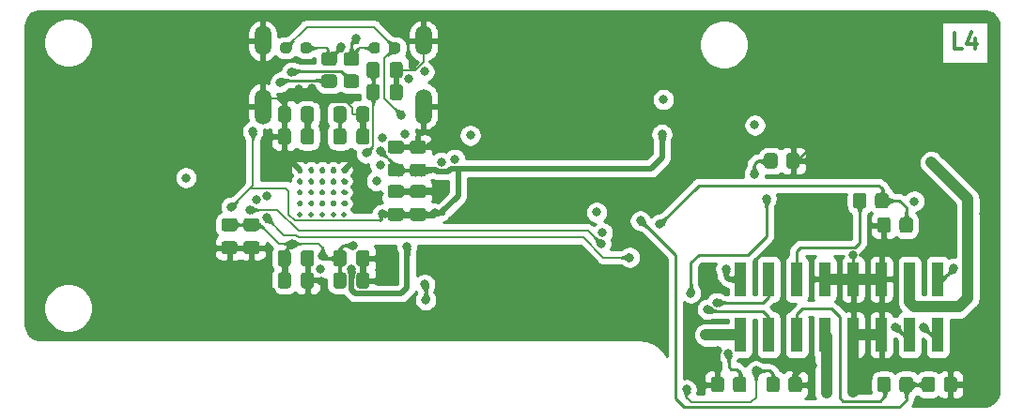
<source format=gbl>
%TF.GenerationSoftware,KiCad,Pcbnew,5.1.9+dfsg1-1+deb11u1*%
%TF.CreationDate,2025-10-29T09:53:25+01:00*%
%TF.ProjectId,VERA--HDMI-Expansion,56455241-2d58-4452-9d48-444d492d4578,1.1*%
%TF.SameCoordinates,Original*%
%TF.FileFunction,Copper,L4,Bot*%
%TF.FilePolarity,Positive*%
%FSLAX46Y46*%
G04 Gerber Fmt 4.6, Leading zero omitted, Abs format (unit mm)*
G04 Created by KiCad (PCBNEW 5.1.9+dfsg1-1+deb11u1) date 2025-10-29 09:53:25*
%MOMM*%
%LPD*%
G01*
G04 APERTURE LIST*
%TA.AperFunction,NonConductor*%
%ADD10C,0.300000*%
%TD*%
%TA.AperFunction,ComponentPad*%
%ADD11O,1.500000X2.700000*%
%TD*%
%TA.AperFunction,ComponentPad*%
%ADD12O,1.500000X3.200000*%
%TD*%
%TA.AperFunction,ComponentPad*%
%ADD13C,0.500000*%
%TD*%
%TA.AperFunction,SMDPad,CuDef*%
%ADD14R,1.000000X3.150000*%
%TD*%
%TA.AperFunction,ViaPad*%
%ADD15C,0.800000*%
%TD*%
%TA.AperFunction,Conductor*%
%ADD16C,0.500000*%
%TD*%
%TA.AperFunction,Conductor*%
%ADD17C,0.200000*%
%TD*%
%TA.AperFunction,Conductor*%
%ADD18C,1.000000*%
%TD*%
%TA.AperFunction,Conductor*%
%ADD19C,0.250000*%
%TD*%
%TA.AperFunction,Conductor*%
%ADD20C,0.254000*%
%TD*%
%TA.AperFunction,Conductor*%
%ADD21C,0.100000*%
%TD*%
%TA.AperFunction,Conductor*%
%ADD22C,0.025400*%
%TD*%
G04 APERTURE END LIST*
D10*
X191560000Y-80518571D02*
X190845714Y-80518571D01*
X190845714Y-79018571D01*
X192702857Y-79518571D02*
X192702857Y-80518571D01*
X192345714Y-78947142D02*
X191988571Y-80018571D01*
X192917142Y-80018571D01*
%TO.P,C5,2*%
%TO.N,GND*%
%TA.AperFunction,SMDPad,CuDef*%
G36*
G01*
X131050000Y-85925000D02*
X131050000Y-86875000D01*
G75*
G02*
X130800000Y-87125000I-250000J0D01*
G01*
X130125000Y-87125000D01*
G75*
G02*
X129875000Y-86875000I0J250000D01*
G01*
X129875000Y-85925000D01*
G75*
G02*
X130125000Y-85675000I250000J0D01*
G01*
X130800000Y-85675000D01*
G75*
G02*
X131050000Y-85925000I0J-250000D01*
G01*
G37*
%TD.AperFunction*%
%TO.P,C5,1*%
%TO.N,/AVDD18_0*%
%TA.AperFunction,SMDPad,CuDef*%
G36*
G01*
X133125000Y-85925000D02*
X133125000Y-86875000D01*
G75*
G02*
X132875000Y-87125000I-250000J0D01*
G01*
X132200000Y-87125000D01*
G75*
G02*
X131950000Y-86875000I0J250000D01*
G01*
X131950000Y-85925000D01*
G75*
G02*
X132200000Y-85675000I250000J0D01*
G01*
X132875000Y-85675000D01*
G75*
G02*
X133125000Y-85925000I0J-250000D01*
G01*
G37*
%TD.AperFunction*%
%TD*%
%TO.P,C6,2*%
%TO.N,GND*%
%TA.AperFunction,SMDPad,CuDef*%
G36*
G01*
X131050000Y-87925000D02*
X131050000Y-88875000D01*
G75*
G02*
X130800000Y-89125000I-250000J0D01*
G01*
X130125000Y-89125000D01*
G75*
G02*
X129875000Y-88875000I0J250000D01*
G01*
X129875000Y-87925000D01*
G75*
G02*
X130125000Y-87675000I250000J0D01*
G01*
X130800000Y-87675000D01*
G75*
G02*
X131050000Y-87925000I0J-250000D01*
G01*
G37*
%TD.AperFunction*%
%TO.P,C6,1*%
%TO.N,/AVDD18_0*%
%TA.AperFunction,SMDPad,CuDef*%
G36*
G01*
X133125000Y-87925000D02*
X133125000Y-88875000D01*
G75*
G02*
X132875000Y-89125000I-250000J0D01*
G01*
X132200000Y-89125000D01*
G75*
G02*
X131950000Y-88875000I0J250000D01*
G01*
X131950000Y-87925000D01*
G75*
G02*
X132200000Y-87675000I250000J0D01*
G01*
X132875000Y-87675000D01*
G75*
G02*
X133125000Y-87925000I0J-250000D01*
G01*
G37*
%TD.AperFunction*%
%TD*%
%TO.P,C11,2*%
%TO.N,GND*%
%TA.AperFunction,SMDPad,CuDef*%
G36*
G01*
X136950000Y-86875000D02*
X136950000Y-85925000D01*
G75*
G02*
X137200000Y-85675000I250000J0D01*
G01*
X137875000Y-85675000D01*
G75*
G02*
X138125000Y-85925000I0J-250000D01*
G01*
X138125000Y-86875000D01*
G75*
G02*
X137875000Y-87125000I-250000J0D01*
G01*
X137200000Y-87125000D01*
G75*
G02*
X136950000Y-86875000I0J250000D01*
G01*
G37*
%TD.AperFunction*%
%TO.P,C11,1*%
%TO.N,/AVDD18_0*%
%TA.AperFunction,SMDPad,CuDef*%
G36*
G01*
X134875000Y-86875000D02*
X134875000Y-85925000D01*
G75*
G02*
X135125000Y-85675000I250000J0D01*
G01*
X135800000Y-85675000D01*
G75*
G02*
X136050000Y-85925000I0J-250000D01*
G01*
X136050000Y-86875000D01*
G75*
G02*
X135800000Y-87125000I-250000J0D01*
G01*
X135125000Y-87125000D01*
G75*
G02*
X134875000Y-86875000I0J250000D01*
G01*
G37*
%TD.AperFunction*%
%TD*%
%TO.P,C12,2*%
%TO.N,GND*%
%TA.AperFunction,SMDPad,CuDef*%
G36*
G01*
X136950000Y-88875000D02*
X136950000Y-87925000D01*
G75*
G02*
X137200000Y-87675000I250000J0D01*
G01*
X137875000Y-87675000D01*
G75*
G02*
X138125000Y-87925000I0J-250000D01*
G01*
X138125000Y-88875000D01*
G75*
G02*
X137875000Y-89125000I-250000J0D01*
G01*
X137200000Y-89125000D01*
G75*
G02*
X136950000Y-88875000I0J250000D01*
G01*
G37*
%TD.AperFunction*%
%TO.P,C12,1*%
%TO.N,/AVDD18_0*%
%TA.AperFunction,SMDPad,CuDef*%
G36*
G01*
X134875000Y-88875000D02*
X134875000Y-87925000D01*
G75*
G02*
X135125000Y-87675000I250000J0D01*
G01*
X135800000Y-87675000D01*
G75*
G02*
X136050000Y-87925000I0J-250000D01*
G01*
X136050000Y-88875000D01*
G75*
G02*
X135800000Y-89125000I-250000J0D01*
G01*
X135125000Y-89125000D01*
G75*
G02*
X134875000Y-88875000I0J250000D01*
G01*
G37*
%TD.AperFunction*%
%TD*%
%TO.P,C20,2*%
%TO.N,GND*%
%TA.AperFunction,SMDPad,CuDef*%
G36*
G01*
X142975000Y-93950000D02*
X142025000Y-93950000D01*
G75*
G02*
X141775000Y-93700000I0J250000D01*
G01*
X141775000Y-93025000D01*
G75*
G02*
X142025000Y-92775000I250000J0D01*
G01*
X142975000Y-92775000D01*
G75*
G02*
X143225000Y-93025000I0J-250000D01*
G01*
X143225000Y-93700000D01*
G75*
G02*
X142975000Y-93950000I-250000J0D01*
G01*
G37*
%TD.AperFunction*%
%TO.P,C20,1*%
%TO.N,/DVDD33_0*%
%TA.AperFunction,SMDPad,CuDef*%
G36*
G01*
X142975000Y-96025000D02*
X142025000Y-96025000D01*
G75*
G02*
X141775000Y-95775000I0J250000D01*
G01*
X141775000Y-95100000D01*
G75*
G02*
X142025000Y-94850000I250000J0D01*
G01*
X142975000Y-94850000D01*
G75*
G02*
X143225000Y-95100000I0J-250000D01*
G01*
X143225000Y-95775000D01*
G75*
G02*
X142975000Y-96025000I-250000J0D01*
G01*
G37*
%TD.AperFunction*%
%TD*%
%TO.P,C21,2*%
%TO.N,GND*%
%TA.AperFunction,SMDPad,CuDef*%
G36*
G01*
X140975000Y-93950000D02*
X140025000Y-93950000D01*
G75*
G02*
X139775000Y-93700000I0J250000D01*
G01*
X139775000Y-93025000D01*
G75*
G02*
X140025000Y-92775000I250000J0D01*
G01*
X140975000Y-92775000D01*
G75*
G02*
X141225000Y-93025000I0J-250000D01*
G01*
X141225000Y-93700000D01*
G75*
G02*
X140975000Y-93950000I-250000J0D01*
G01*
G37*
%TD.AperFunction*%
%TO.P,C21,1*%
%TO.N,/DVDD33_0*%
%TA.AperFunction,SMDPad,CuDef*%
G36*
G01*
X140975000Y-96025000D02*
X140025000Y-96025000D01*
G75*
G02*
X139775000Y-95775000I0J250000D01*
G01*
X139775000Y-95100000D01*
G75*
G02*
X140025000Y-94850000I250000J0D01*
G01*
X140975000Y-94850000D01*
G75*
G02*
X141225000Y-95100000I0J-250000D01*
G01*
X141225000Y-95775000D01*
G75*
G02*
X140975000Y-96025000I-250000J0D01*
G01*
G37*
%TD.AperFunction*%
%TD*%
%TO.P,C22,2*%
%TO.N,GND*%
%TA.AperFunction,SMDPad,CuDef*%
G36*
G01*
X142975000Y-89950000D02*
X142025000Y-89950000D01*
G75*
G02*
X141775000Y-89700000I0J250000D01*
G01*
X141775000Y-89025000D01*
G75*
G02*
X142025000Y-88775000I250000J0D01*
G01*
X142975000Y-88775000D01*
G75*
G02*
X143225000Y-89025000I0J-250000D01*
G01*
X143225000Y-89700000D01*
G75*
G02*
X142975000Y-89950000I-250000J0D01*
G01*
G37*
%TD.AperFunction*%
%TO.P,C22,1*%
%TO.N,/DVDD33_0*%
%TA.AperFunction,SMDPad,CuDef*%
G36*
G01*
X142975000Y-92025000D02*
X142025000Y-92025000D01*
G75*
G02*
X141775000Y-91775000I0J250000D01*
G01*
X141775000Y-91100000D01*
G75*
G02*
X142025000Y-90850000I250000J0D01*
G01*
X142975000Y-90850000D01*
G75*
G02*
X143225000Y-91100000I0J-250000D01*
G01*
X143225000Y-91775000D01*
G75*
G02*
X142975000Y-92025000I-250000J0D01*
G01*
G37*
%TD.AperFunction*%
%TD*%
%TO.P,C23,2*%
%TO.N,GND*%
%TA.AperFunction,SMDPad,CuDef*%
G36*
G01*
X140975000Y-89950000D02*
X140025000Y-89950000D01*
G75*
G02*
X139775000Y-89700000I0J250000D01*
G01*
X139775000Y-89025000D01*
G75*
G02*
X140025000Y-88775000I250000J0D01*
G01*
X140975000Y-88775000D01*
G75*
G02*
X141225000Y-89025000I0J-250000D01*
G01*
X141225000Y-89700000D01*
G75*
G02*
X140975000Y-89950000I-250000J0D01*
G01*
G37*
%TD.AperFunction*%
%TO.P,C23,1*%
%TO.N,/DVDD33_0*%
%TA.AperFunction,SMDPad,CuDef*%
G36*
G01*
X140975000Y-92025000D02*
X140025000Y-92025000D01*
G75*
G02*
X139775000Y-91775000I0J250000D01*
G01*
X139775000Y-91100000D01*
G75*
G02*
X140025000Y-90850000I250000J0D01*
G01*
X140975000Y-90850000D01*
G75*
G02*
X141225000Y-91100000I0J-250000D01*
G01*
X141225000Y-91775000D01*
G75*
G02*
X140975000Y-92025000I-250000J0D01*
G01*
G37*
%TD.AperFunction*%
%TD*%
%TO.P,C24,2*%
%TO.N,GND*%
%TA.AperFunction,SMDPad,CuDef*%
G36*
G01*
X131950000Y-101875000D02*
X131950000Y-100925000D01*
G75*
G02*
X132200000Y-100675000I250000J0D01*
G01*
X132875000Y-100675000D01*
G75*
G02*
X133125000Y-100925000I0J-250000D01*
G01*
X133125000Y-101875000D01*
G75*
G02*
X132875000Y-102125000I-250000J0D01*
G01*
X132200000Y-102125000D01*
G75*
G02*
X131950000Y-101875000I0J250000D01*
G01*
G37*
%TD.AperFunction*%
%TO.P,C24,1*%
%TO.N,/AVDD33_0*%
%TA.AperFunction,SMDPad,CuDef*%
G36*
G01*
X129875000Y-101875000D02*
X129875000Y-100925000D01*
G75*
G02*
X130125000Y-100675000I250000J0D01*
G01*
X130800000Y-100675000D01*
G75*
G02*
X131050000Y-100925000I0J-250000D01*
G01*
X131050000Y-101875000D01*
G75*
G02*
X130800000Y-102125000I-250000J0D01*
G01*
X130125000Y-102125000D01*
G75*
G02*
X129875000Y-101875000I0J250000D01*
G01*
G37*
%TD.AperFunction*%
%TD*%
%TO.P,C25,2*%
%TO.N,GND*%
%TA.AperFunction,SMDPad,CuDef*%
G36*
G01*
X131950000Y-99875000D02*
X131950000Y-98925000D01*
G75*
G02*
X132200000Y-98675000I250000J0D01*
G01*
X132875000Y-98675000D01*
G75*
G02*
X133125000Y-98925000I0J-250000D01*
G01*
X133125000Y-99875000D01*
G75*
G02*
X132875000Y-100125000I-250000J0D01*
G01*
X132200000Y-100125000D01*
G75*
G02*
X131950000Y-99875000I0J250000D01*
G01*
G37*
%TD.AperFunction*%
%TO.P,C25,1*%
%TO.N,/AVDD33_0*%
%TA.AperFunction,SMDPad,CuDef*%
G36*
G01*
X129875000Y-99875000D02*
X129875000Y-98925000D01*
G75*
G02*
X130125000Y-98675000I250000J0D01*
G01*
X130800000Y-98675000D01*
G75*
G02*
X131050000Y-98925000I0J-250000D01*
G01*
X131050000Y-99875000D01*
G75*
G02*
X130800000Y-100125000I-250000J0D01*
G01*
X130125000Y-100125000D01*
G75*
G02*
X129875000Y-99875000I0J250000D01*
G01*
G37*
%TD.AperFunction*%
%TD*%
%TO.P,C28,2*%
%TO.N,GND*%
%TA.AperFunction,SMDPad,CuDef*%
G36*
G01*
X136950000Y-101875000D02*
X136950000Y-100925000D01*
G75*
G02*
X137200000Y-100675000I250000J0D01*
G01*
X137875000Y-100675000D01*
G75*
G02*
X138125000Y-100925000I0J-250000D01*
G01*
X138125000Y-101875000D01*
G75*
G02*
X137875000Y-102125000I-250000J0D01*
G01*
X137200000Y-102125000D01*
G75*
G02*
X136950000Y-101875000I0J250000D01*
G01*
G37*
%TD.AperFunction*%
%TO.P,C28,1*%
%TO.N,/AVDD33_0*%
%TA.AperFunction,SMDPad,CuDef*%
G36*
G01*
X134875000Y-101875000D02*
X134875000Y-100925000D01*
G75*
G02*
X135125000Y-100675000I250000J0D01*
G01*
X135800000Y-100675000D01*
G75*
G02*
X136050000Y-100925000I0J-250000D01*
G01*
X136050000Y-101875000D01*
G75*
G02*
X135800000Y-102125000I-250000J0D01*
G01*
X135125000Y-102125000D01*
G75*
G02*
X134875000Y-101875000I0J250000D01*
G01*
G37*
%TD.AperFunction*%
%TD*%
%TO.P,C29,2*%
%TO.N,GND*%
%TA.AperFunction,SMDPad,CuDef*%
G36*
G01*
X136950000Y-99875000D02*
X136950000Y-98925000D01*
G75*
G02*
X137200000Y-98675000I250000J0D01*
G01*
X137875000Y-98675000D01*
G75*
G02*
X138125000Y-98925000I0J-250000D01*
G01*
X138125000Y-99875000D01*
G75*
G02*
X137875000Y-100125000I-250000J0D01*
G01*
X137200000Y-100125000D01*
G75*
G02*
X136950000Y-99875000I0J250000D01*
G01*
G37*
%TD.AperFunction*%
%TO.P,C29,1*%
%TO.N,/AVDD33_0*%
%TA.AperFunction,SMDPad,CuDef*%
G36*
G01*
X134875000Y-99875000D02*
X134875000Y-98925000D01*
G75*
G02*
X135125000Y-98675000I250000J0D01*
G01*
X135800000Y-98675000D01*
G75*
G02*
X136050000Y-98925000I0J-250000D01*
G01*
X136050000Y-99875000D01*
G75*
G02*
X135800000Y-100125000I-250000J0D01*
G01*
X135125000Y-100125000D01*
G75*
G02*
X134875000Y-99875000I0J250000D01*
G01*
G37*
%TD.AperFunction*%
%TD*%
%TO.P,C31,2*%
%TO.N,GND*%
%TA.AperFunction,SMDPad,CuDef*%
G36*
G01*
X139950000Y-82875000D02*
X139950000Y-81925000D01*
G75*
G02*
X140200000Y-81675000I250000J0D01*
G01*
X140875000Y-81675000D01*
G75*
G02*
X141125000Y-81925000I0J-250000D01*
G01*
X141125000Y-82875000D01*
G75*
G02*
X140875000Y-83125000I-250000J0D01*
G01*
X140200000Y-83125000D01*
G75*
G02*
X139950000Y-82875000I0J250000D01*
G01*
G37*
%TD.AperFunction*%
%TO.P,C31,1*%
%TO.N,/AVDD33_0*%
%TA.AperFunction,SMDPad,CuDef*%
G36*
G01*
X137875000Y-82875000D02*
X137875000Y-81925000D01*
G75*
G02*
X138125000Y-81675000I250000J0D01*
G01*
X138800000Y-81675000D01*
G75*
G02*
X139050000Y-81925000I0J-250000D01*
G01*
X139050000Y-82875000D01*
G75*
G02*
X138800000Y-83125000I-250000J0D01*
G01*
X138125000Y-83125000D01*
G75*
G02*
X137875000Y-82875000I0J250000D01*
G01*
G37*
%TD.AperFunction*%
%TD*%
%TO.P,C32,2*%
%TO.N,GND*%
%TA.AperFunction,SMDPad,CuDef*%
G36*
G01*
X139950000Y-84875000D02*
X139950000Y-83925000D01*
G75*
G02*
X140200000Y-83675000I250000J0D01*
G01*
X140875000Y-83675000D01*
G75*
G02*
X141125000Y-83925000I0J-250000D01*
G01*
X141125000Y-84875000D01*
G75*
G02*
X140875000Y-85125000I-250000J0D01*
G01*
X140200000Y-85125000D01*
G75*
G02*
X139950000Y-84875000I0J250000D01*
G01*
G37*
%TD.AperFunction*%
%TO.P,C32,1*%
%TO.N,/AVDD33_0*%
%TA.AperFunction,SMDPad,CuDef*%
G36*
G01*
X137875000Y-84875000D02*
X137875000Y-83925000D01*
G75*
G02*
X138125000Y-83675000I250000J0D01*
G01*
X138800000Y-83675000D01*
G75*
G02*
X139050000Y-83925000I0J-250000D01*
G01*
X139050000Y-84875000D01*
G75*
G02*
X138800000Y-85125000I-250000J0D01*
G01*
X138125000Y-85125000D01*
G75*
G02*
X137875000Y-84875000I0J250000D01*
G01*
G37*
%TD.AperFunction*%
%TD*%
%TO.P,C33,2*%
%TO.N,GND*%
%TA.AperFunction,SMDPad,CuDef*%
G36*
G01*
X125025000Y-97850000D02*
X125975000Y-97850000D01*
G75*
G02*
X126225000Y-98100000I0J-250000D01*
G01*
X126225000Y-98775000D01*
G75*
G02*
X125975000Y-99025000I-250000J0D01*
G01*
X125025000Y-99025000D01*
G75*
G02*
X124775000Y-98775000I0J250000D01*
G01*
X124775000Y-98100000D01*
G75*
G02*
X125025000Y-97850000I250000J0D01*
G01*
G37*
%TD.AperFunction*%
%TO.P,C33,1*%
%TO.N,/AVDD33_0*%
%TA.AperFunction,SMDPad,CuDef*%
G36*
G01*
X125025000Y-95775000D02*
X125975000Y-95775000D01*
G75*
G02*
X126225000Y-96025000I0J-250000D01*
G01*
X126225000Y-96700000D01*
G75*
G02*
X125975000Y-96950000I-250000J0D01*
G01*
X125025000Y-96950000D01*
G75*
G02*
X124775000Y-96700000I0J250000D01*
G01*
X124775000Y-96025000D01*
G75*
G02*
X125025000Y-95775000I250000J0D01*
G01*
G37*
%TD.AperFunction*%
%TD*%
%TO.P,C34,2*%
%TO.N,GND*%
%TA.AperFunction,SMDPad,CuDef*%
G36*
G01*
X127025000Y-97850000D02*
X127975000Y-97850000D01*
G75*
G02*
X128225000Y-98100000I0J-250000D01*
G01*
X128225000Y-98775000D01*
G75*
G02*
X127975000Y-99025000I-250000J0D01*
G01*
X127025000Y-99025000D01*
G75*
G02*
X126775000Y-98775000I0J250000D01*
G01*
X126775000Y-98100000D01*
G75*
G02*
X127025000Y-97850000I250000J0D01*
G01*
G37*
%TD.AperFunction*%
%TO.P,C34,1*%
%TO.N,/AVDD33_0*%
%TA.AperFunction,SMDPad,CuDef*%
G36*
G01*
X127025000Y-95775000D02*
X127975000Y-95775000D01*
G75*
G02*
X128225000Y-96025000I0J-250000D01*
G01*
X128225000Y-96700000D01*
G75*
G02*
X127975000Y-96950000I-250000J0D01*
G01*
X127025000Y-96950000D01*
G75*
G02*
X126775000Y-96700000I0J250000D01*
G01*
X126775000Y-96025000D01*
G75*
G02*
X127025000Y-95775000I250000J0D01*
G01*
G37*
%TD.AperFunction*%
%TD*%
D11*
%TO.P,J1,SH*%
%TO.N,GND*%
X143000000Y-79740000D03*
X128500000Y-79740000D03*
D12*
X143000000Y-85700000D03*
X128500000Y-85700000D03*
%TD*%
%TO.P,R3,2*%
%TO.N,VGABLUE*%
%TA.AperFunction,SMDPad,CuDef*%
G36*
G01*
X175100000Y-110349999D02*
X175100000Y-111250001D01*
G75*
G02*
X174850001Y-111500000I-249999J0D01*
G01*
X174149999Y-111500000D01*
G75*
G02*
X173900000Y-111250001I0J249999D01*
G01*
X173900000Y-110349999D01*
G75*
G02*
X174149999Y-110100000I249999J0D01*
G01*
X174850001Y-110100000D01*
G75*
G02*
X175100000Y-110349999I0J-249999D01*
G01*
G37*
%TD.AperFunction*%
%TO.P,R3,1*%
%TO.N,GND*%
%TA.AperFunction,SMDPad,CuDef*%
G36*
G01*
X177100000Y-110349999D02*
X177100000Y-111250001D01*
G75*
G02*
X176850001Y-111500000I-249999J0D01*
G01*
X176149999Y-111500000D01*
G75*
G02*
X175900000Y-111250001I0J249999D01*
G01*
X175900000Y-110349999D01*
G75*
G02*
X176149999Y-110100000I249999J0D01*
G01*
X176850001Y-110100000D01*
G75*
G02*
X177100000Y-110349999I0J-249999D01*
G01*
G37*
%TD.AperFunction*%
%TD*%
%TO.P,R4,2*%
%TO.N,VGAGREEN*%
%TA.AperFunction,SMDPad,CuDef*%
G36*
G01*
X174900000Y-90149999D02*
X174900000Y-91050001D01*
G75*
G02*
X174650001Y-91300000I-249999J0D01*
G01*
X173949999Y-91300000D01*
G75*
G02*
X173700000Y-91050001I0J249999D01*
G01*
X173700000Y-90149999D01*
G75*
G02*
X173949999Y-89900000I249999J0D01*
G01*
X174650001Y-89900000D01*
G75*
G02*
X174900000Y-90149999I0J-249999D01*
G01*
G37*
%TD.AperFunction*%
%TO.P,R4,1*%
%TO.N,GND*%
%TA.AperFunction,SMDPad,CuDef*%
G36*
G01*
X176900000Y-90149999D02*
X176900000Y-91050001D01*
G75*
G02*
X176650001Y-91300000I-249999J0D01*
G01*
X175949999Y-91300000D01*
G75*
G02*
X175700000Y-91050001I0J249999D01*
G01*
X175700000Y-90149999D01*
G75*
G02*
X175949999Y-89900000I249999J0D01*
G01*
X176650001Y-89900000D01*
G75*
G02*
X176900000Y-90149999I0J-249999D01*
G01*
G37*
%TD.AperFunction*%
%TD*%
%TO.P,R5,2*%
%TO.N,VGARED*%
%TA.AperFunction,SMDPad,CuDef*%
G36*
G01*
X170900000Y-111250001D02*
X170900000Y-110349999D01*
G75*
G02*
X171149999Y-110100000I249999J0D01*
G01*
X171850001Y-110100000D01*
G75*
G02*
X172100000Y-110349999I0J-249999D01*
G01*
X172100000Y-111250001D01*
G75*
G02*
X171850001Y-111500000I-249999J0D01*
G01*
X171149999Y-111500000D01*
G75*
G02*
X170900000Y-111250001I0J249999D01*
G01*
G37*
%TD.AperFunction*%
%TO.P,R5,1*%
%TO.N,GND*%
%TA.AperFunction,SMDPad,CuDef*%
G36*
G01*
X168900000Y-111250001D02*
X168900000Y-110349999D01*
G75*
G02*
X169149999Y-110100000I249999J0D01*
G01*
X169850001Y-110100000D01*
G75*
G02*
X170100000Y-110349999I0J-249999D01*
G01*
X170100000Y-111250001D01*
G75*
G02*
X169850001Y-111500000I-249999J0D01*
G01*
X169149999Y-111500000D01*
G75*
G02*
X168900000Y-111250001I0J249999D01*
G01*
G37*
%TD.AperFunction*%
%TD*%
%TO.P,R6,2*%
%TO.N,Net-(C26-Pad2)*%
%TA.AperFunction,SMDPad,CuDef*%
G36*
G01*
X185900000Y-111250001D02*
X185900000Y-110349999D01*
G75*
G02*
X186149999Y-110100000I249999J0D01*
G01*
X186850001Y-110100000D01*
G75*
G02*
X187100000Y-110349999I0J-249999D01*
G01*
X187100000Y-111250001D01*
G75*
G02*
X186850001Y-111500000I-249999J0D01*
G01*
X186149999Y-111500000D01*
G75*
G02*
X185900000Y-111250001I0J249999D01*
G01*
G37*
%TD.AperFunction*%
%TO.P,R6,1*%
%TO.N,AUDIOL*%
%TA.AperFunction,SMDPad,CuDef*%
G36*
G01*
X183900000Y-111250001D02*
X183900000Y-110349999D01*
G75*
G02*
X184149999Y-110100000I249999J0D01*
G01*
X184850001Y-110100000D01*
G75*
G02*
X185100000Y-110349999I0J-249999D01*
G01*
X185100000Y-111250001D01*
G75*
G02*
X184850001Y-111500000I-249999J0D01*
G01*
X184149999Y-111500000D01*
G75*
G02*
X183900000Y-111250001I0J249999D01*
G01*
G37*
%TD.AperFunction*%
%TD*%
%TO.P,R7,2*%
%TO.N,/DDC_SCL*%
%TA.AperFunction,SMDPad,CuDef*%
G36*
G01*
X139075000Y-80162500D02*
X139075000Y-80637500D01*
G75*
G02*
X138837500Y-80875000I-237500J0D01*
G01*
X138337500Y-80875000D01*
G75*
G02*
X138100000Y-80637500I0J237500D01*
G01*
X138100000Y-80162500D01*
G75*
G02*
X138337500Y-79925000I237500J0D01*
G01*
X138837500Y-79925000D01*
G75*
G02*
X139075000Y-80162500I0J-237500D01*
G01*
G37*
%TD.AperFunction*%
%TO.P,R7,1*%
%TO.N,5V*%
%TA.AperFunction,SMDPad,CuDef*%
G36*
G01*
X140900000Y-80162500D02*
X140900000Y-80637500D01*
G75*
G02*
X140662500Y-80875000I-237500J0D01*
G01*
X140162500Y-80875000D01*
G75*
G02*
X139925000Y-80637500I0J237500D01*
G01*
X139925000Y-80162500D01*
G75*
G02*
X140162500Y-79925000I237500J0D01*
G01*
X140662500Y-79925000D01*
G75*
G02*
X140900000Y-80162500I0J-237500D01*
G01*
G37*
%TD.AperFunction*%
%TD*%
%TO.P,R8,2*%
%TO.N,/DDC_SDA*%
%TA.AperFunction,SMDPad,CuDef*%
G36*
G01*
X131925000Y-80637500D02*
X131925000Y-80162500D01*
G75*
G02*
X132162500Y-79925000I237500J0D01*
G01*
X132662500Y-79925000D01*
G75*
G02*
X132900000Y-80162500I0J-237500D01*
G01*
X132900000Y-80637500D01*
G75*
G02*
X132662500Y-80875000I-237500J0D01*
G01*
X132162500Y-80875000D01*
G75*
G02*
X131925000Y-80637500I0J237500D01*
G01*
G37*
%TD.AperFunction*%
%TO.P,R8,1*%
%TO.N,5V*%
%TA.AperFunction,SMDPad,CuDef*%
G36*
G01*
X130100000Y-80637500D02*
X130100000Y-80162500D01*
G75*
G02*
X130337500Y-79925000I237500J0D01*
G01*
X130837500Y-79925000D01*
G75*
G02*
X131075000Y-80162500I0J-237500D01*
G01*
X131075000Y-80637500D01*
G75*
G02*
X130837500Y-80875000I-237500J0D01*
G01*
X130337500Y-80875000D01*
G75*
G02*
X130100000Y-80637500I0J237500D01*
G01*
G37*
%TD.AperFunction*%
%TD*%
%TO.P,R9,2*%
%TO.N,Net-(C27-Pad2)*%
%TA.AperFunction,SMDPad,CuDef*%
G36*
G01*
X183700000Y-94650001D02*
X183700000Y-93749999D01*
G75*
G02*
X183949999Y-93500000I249999J0D01*
G01*
X184650001Y-93500000D01*
G75*
G02*
X184900000Y-93749999I0J-249999D01*
G01*
X184900000Y-94650001D01*
G75*
G02*
X184650001Y-94900000I-249999J0D01*
G01*
X183949999Y-94900000D01*
G75*
G02*
X183700000Y-94650001I0J249999D01*
G01*
G37*
%TD.AperFunction*%
%TO.P,R9,1*%
%TO.N,AUDIOR*%
%TA.AperFunction,SMDPad,CuDef*%
G36*
G01*
X181700000Y-94650001D02*
X181700000Y-93749999D01*
G75*
G02*
X181949999Y-93500000I249999J0D01*
G01*
X182650001Y-93500000D01*
G75*
G02*
X182900000Y-93749999I0J-249999D01*
G01*
X182900000Y-94650001D01*
G75*
G02*
X182650001Y-94900000I-249999J0D01*
G01*
X181949999Y-94900000D01*
G75*
G02*
X181700000Y-94650001I0J249999D01*
G01*
G37*
%TD.AperFunction*%
%TD*%
%TO.P,R10,2*%
%TO.N,Net-(R10-Pad2)*%
%TA.AperFunction,SMDPad,CuDef*%
G36*
G01*
X136049999Y-82800000D02*
X136950001Y-82800000D01*
G75*
G02*
X137200000Y-83049999I0J-249999D01*
G01*
X137200000Y-83750001D01*
G75*
G02*
X136950001Y-84000000I-249999J0D01*
G01*
X136049999Y-84000000D01*
G75*
G02*
X135800000Y-83750001I0J249999D01*
G01*
X135800000Y-83049999D01*
G75*
G02*
X136049999Y-82800000I249999J0D01*
G01*
G37*
%TD.AperFunction*%
%TO.P,R10,1*%
%TO.N,/DDC_SCL*%
%TA.AperFunction,SMDPad,CuDef*%
G36*
G01*
X136049999Y-80800000D02*
X136950001Y-80800000D01*
G75*
G02*
X137200000Y-81049999I0J-249999D01*
G01*
X137200000Y-81750001D01*
G75*
G02*
X136950001Y-82000000I-249999J0D01*
G01*
X136049999Y-82000000D01*
G75*
G02*
X135800000Y-81750001I0J249999D01*
G01*
X135800000Y-81049999D01*
G75*
G02*
X136049999Y-80800000I249999J0D01*
G01*
G37*
%TD.AperFunction*%
%TD*%
%TO.P,R11,2*%
%TO.N,Net-(C26-Pad2)*%
%TA.AperFunction,SMDPad,CuDef*%
G36*
G01*
X189100000Y-110349999D02*
X189100000Y-111250001D01*
G75*
G02*
X188850001Y-111500000I-249999J0D01*
G01*
X188149999Y-111500000D01*
G75*
G02*
X187900000Y-111250001I0J249999D01*
G01*
X187900000Y-110349999D01*
G75*
G02*
X188149999Y-110100000I249999J0D01*
G01*
X188850001Y-110100000D01*
G75*
G02*
X189100000Y-110349999I0J-249999D01*
G01*
G37*
%TD.AperFunction*%
%TO.P,R11,1*%
%TO.N,GND*%
%TA.AperFunction,SMDPad,CuDef*%
G36*
G01*
X191100000Y-110349999D02*
X191100000Y-111250001D01*
G75*
G02*
X190850001Y-111500000I-249999J0D01*
G01*
X190149999Y-111500000D01*
G75*
G02*
X189900000Y-111250001I0J249999D01*
G01*
X189900000Y-110349999D01*
G75*
G02*
X190149999Y-110100000I249999J0D01*
G01*
X190850001Y-110100000D01*
G75*
G02*
X191100000Y-110349999I0J-249999D01*
G01*
G37*
%TD.AperFunction*%
%TD*%
%TO.P,R12,2*%
%TO.N,Net-(C27-Pad2)*%
%TA.AperFunction,SMDPad,CuDef*%
G36*
G01*
X185900000Y-96850001D02*
X185900000Y-95949999D01*
G75*
G02*
X186149999Y-95700000I249999J0D01*
G01*
X186850001Y-95700000D01*
G75*
G02*
X187100000Y-95949999I0J-249999D01*
G01*
X187100000Y-96850001D01*
G75*
G02*
X186850001Y-97100000I-249999J0D01*
G01*
X186149999Y-97100000D01*
G75*
G02*
X185900000Y-96850001I0J249999D01*
G01*
G37*
%TD.AperFunction*%
%TO.P,R12,1*%
%TO.N,GND*%
%TA.AperFunction,SMDPad,CuDef*%
G36*
G01*
X183900000Y-96850001D02*
X183900000Y-95949999D01*
G75*
G02*
X184149999Y-95700000I249999J0D01*
G01*
X184850001Y-95700000D01*
G75*
G02*
X185100000Y-95949999I0J-249999D01*
G01*
X185100000Y-96850001D01*
G75*
G02*
X184850001Y-97100000I-249999J0D01*
G01*
X184149999Y-97100000D01*
G75*
G02*
X183900000Y-96850001I0J249999D01*
G01*
G37*
%TD.AperFunction*%
%TD*%
%TO.P,R13,2*%
%TO.N,Net-(R13-Pad2)*%
%TA.AperFunction,SMDPad,CuDef*%
G36*
G01*
X134049999Y-82800000D02*
X134950001Y-82800000D01*
G75*
G02*
X135200000Y-83049999I0J-249999D01*
G01*
X135200000Y-83750001D01*
G75*
G02*
X134950001Y-84000000I-249999J0D01*
G01*
X134049999Y-84000000D01*
G75*
G02*
X133800000Y-83750001I0J249999D01*
G01*
X133800000Y-83049999D01*
G75*
G02*
X134049999Y-82800000I249999J0D01*
G01*
G37*
%TD.AperFunction*%
%TO.P,R13,1*%
%TO.N,/DDC_SDA*%
%TA.AperFunction,SMDPad,CuDef*%
G36*
G01*
X134049999Y-80800000D02*
X134950001Y-80800000D01*
G75*
G02*
X135200000Y-81049999I0J-249999D01*
G01*
X135200000Y-81750001D01*
G75*
G02*
X134950001Y-82000000I-249999J0D01*
G01*
X134049999Y-82000000D01*
G75*
G02*
X133800000Y-81750001I0J249999D01*
G01*
X133800000Y-81049999D01*
G75*
G02*
X134049999Y-80800000I249999J0D01*
G01*
G37*
%TD.AperFunction*%
%TD*%
D13*
%TO.P,U2,49*%
%TO.N,GND*%
X131850000Y-91432900D03*
X132850000Y-91432900D03*
X133850000Y-91432900D03*
X134850000Y-91432900D03*
X135850000Y-91432900D03*
X131850000Y-92432900D03*
X132850000Y-92432900D03*
X133850000Y-92432900D03*
X134850000Y-92432900D03*
X135850000Y-92432900D03*
X131850000Y-93432900D03*
X132850000Y-93432900D03*
X133850000Y-93432900D03*
X134850000Y-93432900D03*
X135850000Y-93432900D03*
X131850000Y-94432900D03*
X132850000Y-94432900D03*
X133850000Y-94432900D03*
X134850000Y-94432900D03*
X135850000Y-94432900D03*
X131850000Y-95432900D03*
X132850000Y-95432900D03*
X133850000Y-95432900D03*
X134850000Y-95432900D03*
X135850000Y-95432900D03*
%TD*%
D14*
%TO.P,J2,16*%
%TO.N,3V3*%
X171560000Y-101275000D03*
%TO.P,J2,15*%
%TO.N,5V*%
X171560000Y-106325000D03*
%TO.P,J2,14*%
%TO.N,VGAVSYNC*%
X174100000Y-101275000D03*
%TO.P,J2,13*%
%TO.N,VGAHSYNC*%
X174100000Y-106325000D03*
%TO.P,J2,12*%
%TO.N,AUDIOR*%
X176640000Y-101275000D03*
%TO.P,J2,11*%
%TO.N,AUDIOL*%
X176640000Y-106325000D03*
%TO.P,J2,10*%
%TO.N,GND*%
X179180000Y-101275000D03*
%TO.P,J2,9*%
%TO.N,5V*%
X179180000Y-106325000D03*
%TO.P,J2,8*%
%TO.N,GND*%
X181720000Y-101275000D03*
%TO.P,J2,7*%
X181720000Y-106325000D03*
%TO.P,J2,6*%
X184260000Y-101275000D03*
%TO.P,J2,5*%
X184260000Y-106325000D03*
%TO.P,J2,4*%
%TO.N,3V3*%
X186800000Y-101275000D03*
%TO.P,J2,3*%
%TO.N,VGABLUE*%
X186800000Y-106325000D03*
%TO.P,J2,2*%
%TO.N,VGAGREEN*%
X189340000Y-101275000D03*
%TO.P,J2,1*%
%TO.N,VGARED*%
X189340000Y-106325000D03*
%TD*%
D15*
%TO.N,GND*%
X152500000Y-85400000D03*
X169480000Y-107700000D03*
X178510000Y-94450000D03*
X131740000Y-84080000D03*
X132950000Y-84050000D03*
X129270000Y-102390000D03*
X138870000Y-101440000D03*
X123830000Y-89470000D03*
X123040000Y-100420000D03*
X144261238Y-88490220D03*
X133800000Y-101500000D03*
X143600000Y-100500000D03*
X118500000Y-79400000D03*
X123500000Y-79400000D03*
X148500000Y-79400000D03*
X153500000Y-79400000D03*
X158500000Y-79400000D03*
X163500000Y-79400000D03*
X173500000Y-79400000D03*
X178500000Y-79400000D03*
X183500000Y-79400000D03*
X188500000Y-79400000D03*
X188500000Y-84400000D03*
X178500000Y-89400000D03*
X144500000Y-93300002D03*
X175200000Y-98400000D03*
X193487500Y-95362500D03*
X181750000Y-111450000D03*
X193000011Y-110839404D03*
X178100000Y-109100000D03*
X175500000Y-97000000D03*
X186800000Y-98700000D03*
X181694064Y-99125010D03*
%TO.N,/AVDD18_ADC_0*%
X133700000Y-100400000D03*
X136500000Y-100400000D03*
X141500000Y-98310000D03*
%TO.N,/AVDD18_0*%
X135536232Y-88473732D03*
X132720010Y-88519943D03*
X147220000Y-88290000D03*
%TO.N,/DVDD33_0*%
X139310000Y-95400000D03*
X144010000Y-95320000D03*
X164490000Y-88190000D03*
X125661783Y-94777189D03*
X127610000Y-87940000D03*
X139125370Y-89717760D03*
%TO.N,5V*%
X141000002Y-86450000D03*
X168450000Y-106300000D03*
X179300000Y-111550000D03*
X187225010Y-94235355D03*
%TO.N,/AVDD33_0*%
X133850000Y-99160000D03*
X164620000Y-85050000D03*
X136700000Y-98230000D03*
X137831557Y-89900000D03*
X131142432Y-98067604D03*
%TO.N,Net-(C26-Pad1)*%
X128850000Y-93750010D03*
X158600000Y-95250000D03*
%TO.N,Net-(C26-Pad2)*%
X162540000Y-96000000D03*
%TO.N,Net-(C27-Pad2)*%
X164300000Y-96300000D03*
%TO.N,Net-(C27-Pad1)*%
X127922283Y-94123325D03*
X159123217Y-97094121D03*
%TO.N,/DDC_SCL*%
X143064975Y-82544975D03*
X136944332Y-79574990D03*
%TO.N,/DDC_SDA*%
X141700000Y-83200000D03*
X135600000Y-80300000D03*
%TO.N,Net-(J1-Pad19)*%
X144600000Y-90700000D03*
X141365438Y-88193626D03*
%TO.N,VGAGREEN*%
X167080000Y-102540010D03*
X190800000Y-100300000D03*
X173900000Y-94000000D03*
X172798959Y-91801041D03*
%TO.N,VGARED*%
X188050000Y-105600000D03*
X143200000Y-103149990D03*
X143100000Y-101749979D03*
X170459998Y-107984650D03*
%TO.N,3V3*%
X188750000Y-90760000D03*
X172850000Y-87360000D03*
X121580000Y-92120000D03*
X186900000Y-103450000D03*
X170250000Y-100350000D03*
%TO.N,VGABLUE*%
X185550000Y-105600000D03*
X172950000Y-109550000D03*
X166700000Y-111250000D03*
%TO.N,VGAVSYNC*%
X169450000Y-103400000D03*
%TO.N,VGAHSYNC*%
X168600000Y-104000000D03*
%TO.N,Net-(R1-Pad1)*%
X127320000Y-95010000D03*
X158984418Y-98084453D03*
%TO.N,Net-(R2-Pad1)*%
X161580000Y-99320000D03*
X128869452Y-95749417D03*
%TO.N,Net-(R10-Pad2)*%
X131106139Y-82586186D03*
X139100000Y-91000000D03*
%TO.N,Net-(R13-Pad2)*%
X130100000Y-83500000D03*
X138774990Y-92400000D03*
%TO.N,Net-(R14-Pad1)*%
X139300000Y-88500000D03*
X145800000Y-90459990D03*
%TD*%
D16*
%TO.N,GND*%
X169500000Y-107720000D02*
X169480000Y-107700000D01*
X169500000Y-109400000D02*
X169500000Y-107720000D01*
D17*
X140537500Y-84400000D02*
X140537500Y-82400000D01*
X138830000Y-101400000D02*
X138870000Y-101440000D01*
X137537500Y-101400000D02*
X138830000Y-101400000D01*
X129200000Y-85000000D02*
X128500000Y-85700000D01*
X129840000Y-85000000D02*
X129200000Y-85000000D01*
X130462500Y-85622500D02*
X129840000Y-85000000D01*
X130462500Y-86400000D02*
X130462500Y-85622500D01*
X140537500Y-82400000D02*
X142220000Y-82400000D01*
X143000000Y-81620000D02*
X143000000Y-79740000D01*
X142220000Y-82400000D02*
X143000000Y-81620000D01*
X127500000Y-98437500D02*
X125500000Y-98437500D01*
X125500000Y-98437500D02*
X123642500Y-98437500D01*
X123040000Y-99040000D02*
X123040000Y-100420000D01*
X123642500Y-98437500D02*
X123040000Y-99040000D01*
X132950000Y-85050000D02*
X132950000Y-84050000D01*
X133200000Y-85300000D02*
X132950000Y-85050000D01*
X136100000Y-85300000D02*
X133200000Y-85300000D01*
X136600000Y-85800000D02*
X136100000Y-85300000D01*
X136600000Y-86300000D02*
X136600000Y-85800000D01*
X136700000Y-86400000D02*
X136600000Y-86300000D01*
X137537500Y-86400000D02*
X136700000Y-86400000D01*
D16*
X133700000Y-101400000D02*
X133800000Y-101500000D01*
X132537500Y-101400000D02*
X133700000Y-101400000D01*
X137537500Y-99400000D02*
X137537500Y-101400000D01*
D17*
X144437502Y-93362500D02*
X144500000Y-93300002D01*
D16*
X142562498Y-93300002D02*
X142500000Y-93362500D01*
X144500000Y-93300002D02*
X142562498Y-93300002D01*
X142500000Y-93362500D02*
X140500000Y-93362500D01*
X140500000Y-89362500D02*
X142500000Y-89362500D01*
X143388958Y-89362500D02*
X144261238Y-88490220D01*
X142500000Y-89362500D02*
X143388958Y-89362500D01*
X137537500Y-88400000D02*
X137537500Y-86400000D01*
X130462500Y-88400000D02*
X130462500Y-86400000D01*
D18*
X179180000Y-101275000D02*
X181720000Y-101275000D01*
X181720000Y-101275000D02*
X184260000Y-101275000D01*
X181720000Y-106325000D02*
X184260000Y-106325000D01*
X181720000Y-111420000D02*
X181750000Y-111450000D01*
X181720000Y-106325000D02*
X181720000Y-111420000D01*
D16*
X177800000Y-109400000D02*
X178100000Y-109100000D01*
X177800000Y-109400000D02*
X177000000Y-109400000D01*
X176500000Y-109900000D02*
X176500000Y-110800000D01*
X177000000Y-109400000D02*
X176500000Y-109900000D01*
X169500000Y-109400000D02*
X169500000Y-110800000D01*
D19*
X176300000Y-90600000D02*
X176600000Y-90600000D01*
X177800000Y-89400000D02*
X178500000Y-89400000D01*
X176600000Y-90600000D02*
X177800000Y-89400000D01*
D16*
X192960607Y-110800000D02*
X193000011Y-110839404D01*
X190500000Y-110800000D02*
X192960607Y-110800000D01*
D19*
X184500000Y-98300000D02*
X184900000Y-98700000D01*
X184900000Y-98700000D02*
X186800000Y-98700000D01*
X184500000Y-96400000D02*
X184500000Y-98300000D01*
X181720000Y-101275000D02*
X181720000Y-99150946D01*
X181720000Y-99150946D02*
X181694064Y-99125010D01*
D16*
%TO.N,/AVDD18_ADC_0*%
X136672196Y-102425010D02*
X136500000Y-102252814D01*
X136500000Y-102252814D02*
X136500000Y-100400000D01*
X141500000Y-102100000D02*
X141500000Y-98310000D01*
X141024990Y-102575010D02*
X141500000Y-102100000D01*
X136822196Y-102575010D02*
X141024990Y-102575010D01*
X136500000Y-102252814D02*
X136822196Y-102575010D01*
D17*
%TO.N,/AVDD18_0*%
X135462500Y-86400000D02*
X135462500Y-88400000D01*
D16*
X132537500Y-88337433D02*
X132720010Y-88519943D01*
X132537500Y-86400000D02*
X132537500Y-88337433D01*
X132657443Y-88519943D02*
X132537500Y-88400000D01*
X132720010Y-88519943D02*
X132657443Y-88519943D01*
D17*
%TO.N,/DVDD33_0*%
X142500000Y-91437500D02*
X140500000Y-91437500D01*
X140462500Y-95400000D02*
X140500000Y-95437500D01*
X139310000Y-95400000D02*
X140462500Y-95400000D01*
X145430000Y-91350000D02*
X145470000Y-91310000D01*
X125661783Y-94777189D02*
X127610000Y-92828972D01*
X127610000Y-92828972D02*
X127610000Y-87940000D01*
X139310000Y-95850000D02*
X139310000Y-95400000D01*
X139177099Y-95982901D02*
X139310000Y-95850000D01*
X131412901Y-95982901D02*
X139177099Y-95982901D01*
X130860000Y-95430000D02*
X131412901Y-95982901D01*
X130860000Y-93320000D02*
X130860000Y-95430000D01*
X130590000Y-93050000D02*
X130860000Y-93320000D01*
X127388972Y-93050000D02*
X130590000Y-93050000D01*
X125661783Y-94777189D02*
X127388972Y-93050000D01*
X142771351Y-91708851D02*
X142500000Y-91437500D01*
X140500000Y-91092390D02*
X139125370Y-89717760D01*
X140500000Y-91437500D02*
X140500000Y-91092390D01*
D16*
X164490000Y-90310000D02*
X163490000Y-91310000D01*
X164490000Y-88190000D02*
X164490000Y-90310000D01*
X145229999Y-91550001D02*
X145470000Y-91310000D01*
X144191999Y-91550001D02*
X145229999Y-91550001D01*
X144079498Y-91437500D02*
X144191999Y-91550001D01*
X142500000Y-91437500D02*
X144079498Y-91437500D01*
X140500000Y-95437500D02*
X142500000Y-95437500D01*
X143892500Y-95437500D02*
X144010000Y-95320000D01*
X142500000Y-95437500D02*
X143892500Y-95437500D01*
X146110000Y-93785685D02*
X146110000Y-91310000D01*
X144010000Y-95320000D02*
X144575685Y-95320000D01*
X144575685Y-95320000D02*
X146110000Y-93785685D01*
X146110000Y-91310000D02*
X145470000Y-91310000D01*
X163490000Y-91310000D02*
X146110000Y-91310000D01*
D17*
%TO.N,5V*%
X140997166Y-86450000D02*
X141000002Y-86450000D01*
X139474990Y-84927824D02*
X140997166Y-86450000D01*
X139474990Y-81337510D02*
X139474990Y-84927824D01*
X140412500Y-80400000D02*
X139474990Y-81337510D01*
X132487506Y-78499994D02*
X130587500Y-80400000D01*
X138512494Y-78499994D02*
X132487506Y-78499994D01*
X140412500Y-80400000D02*
X138512494Y-78499994D01*
D18*
X168475000Y-106325000D02*
X168450000Y-106300000D01*
X171560000Y-106325000D02*
X168475000Y-106325000D01*
X179300000Y-106445000D02*
X179180000Y-106325000D01*
X179300000Y-111550000D02*
X179300000Y-106445000D01*
D17*
%TO.N,/AVDD33_0*%
X138462500Y-84400000D02*
X138462500Y-82400000D01*
X134090000Y-99400000D02*
X133850000Y-99160000D01*
X135462500Y-99400000D02*
X134090000Y-99400000D01*
X135462500Y-101400000D02*
X135462500Y-99400000D01*
X125500000Y-96362500D02*
X127500000Y-96362500D01*
D19*
X136700000Y-98230000D02*
X135740000Y-98230000D01*
X135462500Y-98507500D02*
X135462500Y-99400000D01*
X135740000Y-98230000D02*
X135462500Y-98507500D01*
D17*
X138462500Y-84400000D02*
X138462500Y-89269057D01*
X138462500Y-89269057D02*
X137831557Y-89900000D01*
D16*
X130462500Y-101400000D02*
X130462500Y-99400000D01*
D17*
X128252500Y-96362500D02*
X129957604Y-98067604D01*
X129957604Y-98067604D02*
X131142432Y-98067604D01*
X127500000Y-96362500D02*
X128252500Y-96362500D01*
X133850000Y-99160000D02*
X133850000Y-98420000D01*
X130462500Y-98747536D02*
X131142432Y-98067604D01*
X130462500Y-99400000D02*
X130462500Y-98747536D01*
X133497604Y-98067604D02*
X131142432Y-98067604D01*
X133850000Y-98420000D02*
X133497604Y-98067604D01*
D19*
%TO.N,Net-(C26-Pad2)*%
X188500000Y-110800000D02*
X186500000Y-110800000D01*
X185874989Y-112825011D02*
X186500000Y-112200000D01*
X166475011Y-112825011D02*
X185874989Y-112825011D01*
X165670000Y-112020000D02*
X166475011Y-112825011D01*
X186500000Y-112200000D02*
X186500000Y-110800000D01*
X165670000Y-99130000D02*
X165670000Y-112020000D01*
X162540000Y-96000000D02*
X165670000Y-99130000D01*
%TO.N,Net-(C27-Pad2)*%
X184300000Y-93100000D02*
X184300000Y-94200000D01*
X184000000Y-92800000D02*
X184300000Y-93100000D01*
X167800000Y-92800000D02*
X184000000Y-92800000D01*
X164300000Y-96300000D02*
X167800000Y-92800000D01*
X185900000Y-94200000D02*
X186500000Y-94800000D01*
X186500000Y-94800000D02*
X186500000Y-96400000D01*
X184300000Y-94200000D02*
X185900000Y-94200000D01*
D17*
%TO.N,/DDC_SCL*%
X138587500Y-80400000D02*
X137190000Y-80400000D01*
X136500000Y-81090000D02*
X136500000Y-81400000D01*
X137190000Y-80400000D02*
X136500000Y-81090000D01*
D19*
X136500000Y-81400000D02*
X136500000Y-80019322D01*
X136500000Y-80019322D02*
X136944332Y-79574990D01*
D17*
%TO.N,/DDC_SDA*%
X132412500Y-80400000D02*
X134260000Y-80400000D01*
X134500000Y-80640000D02*
X134500000Y-81400000D01*
X134260000Y-80400000D02*
X134500000Y-80640000D01*
D19*
X134500000Y-81400000D02*
X135600000Y-80300000D01*
%TO.N,VGAGREEN*%
X189825000Y-101275000D02*
X190800000Y-100300000D01*
X189340000Y-101275000D02*
X189825000Y-101275000D01*
X172798959Y-91801041D02*
X172798959Y-90901041D01*
X173100000Y-90600000D02*
X174300000Y-90600000D01*
X172798959Y-90901041D02*
X173100000Y-90600000D01*
X173900000Y-97400000D02*
X173900000Y-94000000D01*
X167800000Y-99100000D02*
X172200000Y-99100000D01*
X172200000Y-99100000D02*
X173900000Y-97400000D01*
X167080000Y-99820000D02*
X167800000Y-99100000D01*
X167080000Y-102540010D02*
X167080000Y-99820000D01*
%TO.N,VGARED*%
X188775000Y-106325000D02*
X188050000Y-105600000D01*
X189340000Y-106325000D02*
X188775000Y-106325000D01*
X143200000Y-101849979D02*
X143100000Y-101749979D01*
X143200000Y-103149990D02*
X143200000Y-101849979D01*
X170700000Y-109400000D02*
X171200000Y-109400000D01*
X170500000Y-109200000D02*
X170700000Y-109400000D01*
X170500000Y-108024652D02*
X170500000Y-109200000D01*
X170459998Y-107984650D02*
X170500000Y-108024652D01*
X171200000Y-109400000D02*
X171500000Y-109700000D01*
X171500000Y-109700000D02*
X171500000Y-110800000D01*
D18*
%TO.N,3V3*%
X186800000Y-103350000D02*
X186900000Y-103450000D01*
X186800000Y-101275000D02*
X186800000Y-103350000D01*
X191250000Y-103800000D02*
X187250000Y-103800000D01*
X192050000Y-103000000D02*
X191250000Y-103800000D01*
X187250000Y-103800000D02*
X186900000Y-103450000D01*
X192050000Y-94060000D02*
X192050000Y-103000000D01*
X188750000Y-90760000D02*
X192050000Y-94060000D01*
D16*
X170250000Y-101000000D02*
X170250000Y-100350000D01*
X170525000Y-101275000D02*
X170250000Y-101000000D01*
X171560000Y-101275000D02*
X170525000Y-101275000D01*
D19*
%TO.N,VGABLUE*%
X186275000Y-106325000D02*
X185550000Y-105600000D01*
X186800000Y-106325000D02*
X186275000Y-106325000D01*
X174500000Y-109850000D02*
X174500000Y-110800000D01*
X174200000Y-109550000D02*
X174500000Y-109850000D01*
X172950000Y-109550000D02*
X174200000Y-109550000D01*
D17*
X172950000Y-110800000D02*
X172950000Y-109550000D01*
X172950000Y-111950000D02*
X172950000Y-110800000D01*
X172500000Y-112400000D02*
X172950000Y-111950000D01*
X167125000Y-112400000D02*
X172500000Y-112400000D01*
X166700000Y-111975000D02*
X167125000Y-112400000D01*
X166700000Y-111250000D02*
X166700000Y-111975000D01*
D19*
%TO.N,AUDIOR*%
X182300000Y-98000000D02*
X182300000Y-94200000D01*
X177000000Y-98400000D02*
X181900000Y-98400000D01*
X181900000Y-98400000D02*
X182300000Y-98000000D01*
X176640000Y-98760000D02*
X177000000Y-98400000D01*
X176640000Y-101275000D02*
X176640000Y-98760000D01*
%TO.N,AUDIOL*%
X177150000Y-103950000D02*
X176640000Y-104460000D01*
X179750000Y-103950000D02*
X177150000Y-103950000D01*
X180500000Y-112000000D02*
X180500000Y-104700000D01*
X176640000Y-104460000D02*
X176640000Y-106325000D01*
X180500000Y-104700000D02*
X179750000Y-103950000D01*
X180775009Y-112275009D02*
X180500000Y-112000000D01*
X184500000Y-111900000D02*
X184124991Y-112275009D01*
X184124991Y-112275009D02*
X180775009Y-112275009D01*
X184500000Y-111900000D02*
X184500000Y-110800000D01*
%TO.N,VGAVSYNC*%
X174100000Y-101275000D02*
X174100000Y-102900000D01*
X173600000Y-103400000D02*
X169450000Y-103400000D01*
X174100000Y-102900000D02*
X173600000Y-103400000D01*
%TO.N,VGAHSYNC*%
X174100000Y-104650000D02*
X174100000Y-106325000D01*
X173600000Y-104150000D02*
X174100000Y-104650000D01*
X168750000Y-104150000D02*
X173600000Y-104150000D01*
X168600000Y-104000000D02*
X168750000Y-104150000D01*
D17*
%TO.N,Net-(R1-Pad1)*%
X127320000Y-95010000D02*
X129822390Y-95010000D01*
X131717147Y-96904757D02*
X157804722Y-96904757D01*
X157804722Y-96904757D02*
X158984418Y-98084453D01*
X129822390Y-95010000D02*
X131717147Y-96904757D01*
%TO.N,Net-(R2-Pad1)*%
X130409255Y-97289220D02*
X128869452Y-95749417D01*
X161580000Y-99320000D02*
X159230000Y-99320000D01*
X131543160Y-97289220D02*
X130409255Y-97289220D01*
X131783940Y-97530000D02*
X131543160Y-97289220D01*
X159230000Y-99320000D02*
X157440000Y-97530000D01*
X157440000Y-97530000D02*
X131783940Y-97530000D01*
D19*
%TO.N,Net-(R10-Pad2)*%
X131217335Y-82474990D02*
X131106139Y-82586186D01*
X135574990Y-82474990D02*
X131217335Y-82474990D01*
X136500000Y-83400000D02*
X135574990Y-82474990D01*
%TO.N,Net-(R13-Pad2)*%
X130275001Y-83324999D02*
X130100000Y-83500000D01*
X134424999Y-83324999D02*
X130275001Y-83324999D01*
X134500000Y-83400000D02*
X134424999Y-83324999D01*
%TD*%
D20*
%TO.N,GND*%
X193759659Y-77088625D02*
X194009429Y-77164035D01*
X194239792Y-77286522D01*
X194441980Y-77451422D01*
X194608286Y-77652450D01*
X194732378Y-77881954D01*
X194809531Y-78131195D01*
X194840001Y-78421098D01*
X194840000Y-111367721D01*
X194811375Y-111659660D01*
X194735965Y-111909429D01*
X194613477Y-112139794D01*
X194448579Y-112341979D01*
X194247546Y-112508288D01*
X194018046Y-112632378D01*
X193768805Y-112709531D01*
X193478911Y-112740000D01*
X187040002Y-112740000D01*
X187096851Y-112670729D01*
X187134974Y-112624277D01*
X187205546Y-112492247D01*
X187208322Y-112483096D01*
X187249003Y-112348986D01*
X187260000Y-112237333D01*
X187260000Y-112237324D01*
X187263676Y-112200001D01*
X187260000Y-112162678D01*
X187260000Y-112032976D01*
X187343387Y-111988405D01*
X187477962Y-111877962D01*
X187500000Y-111851109D01*
X187522038Y-111877962D01*
X187656613Y-111988405D01*
X187810149Y-112070472D01*
X187976745Y-112121008D01*
X188149999Y-112138072D01*
X188850001Y-112138072D01*
X189023255Y-112121008D01*
X189189851Y-112070472D01*
X189343387Y-111988405D01*
X189424637Y-111921724D01*
X189448815Y-111951185D01*
X189545506Y-112030537D01*
X189655820Y-112089502D01*
X189775518Y-112125812D01*
X189900000Y-112138072D01*
X190214250Y-112135000D01*
X190373000Y-111976250D01*
X190373000Y-110927000D01*
X190627000Y-110927000D01*
X190627000Y-111976250D01*
X190785750Y-112135000D01*
X191100000Y-112138072D01*
X191224482Y-112125812D01*
X191344180Y-112089502D01*
X191454494Y-112030537D01*
X191551185Y-111951185D01*
X191630537Y-111854494D01*
X191689502Y-111744180D01*
X191725812Y-111624482D01*
X191738072Y-111500000D01*
X191735000Y-111085750D01*
X191576250Y-110927000D01*
X190627000Y-110927000D01*
X190373000Y-110927000D01*
X190353000Y-110927000D01*
X190353000Y-110673000D01*
X190373000Y-110673000D01*
X190373000Y-109623750D01*
X190627000Y-109623750D01*
X190627000Y-110673000D01*
X191576250Y-110673000D01*
X191735000Y-110514250D01*
X191738072Y-110100000D01*
X191725812Y-109975518D01*
X191689502Y-109855820D01*
X191630537Y-109745506D01*
X191551185Y-109648815D01*
X191454494Y-109569463D01*
X191344180Y-109510498D01*
X191224482Y-109474188D01*
X191100000Y-109461928D01*
X190785750Y-109465000D01*
X190627000Y-109623750D01*
X190373000Y-109623750D01*
X190214250Y-109465000D01*
X189900000Y-109461928D01*
X189775518Y-109474188D01*
X189655820Y-109510498D01*
X189545506Y-109569463D01*
X189448815Y-109648815D01*
X189424637Y-109678276D01*
X189343387Y-109611595D01*
X189189851Y-109529528D01*
X189023255Y-109478992D01*
X188850001Y-109461928D01*
X188149999Y-109461928D01*
X187976745Y-109478992D01*
X187810149Y-109529528D01*
X187656613Y-109611595D01*
X187522038Y-109722038D01*
X187500000Y-109748891D01*
X187477962Y-109722038D01*
X187343387Y-109611595D01*
X187189851Y-109529528D01*
X187023255Y-109478992D01*
X186850001Y-109461928D01*
X186149999Y-109461928D01*
X185976745Y-109478992D01*
X185810149Y-109529528D01*
X185656613Y-109611595D01*
X185522038Y-109722038D01*
X185500000Y-109748891D01*
X185477962Y-109722038D01*
X185343387Y-109611595D01*
X185189851Y-109529528D01*
X185023255Y-109478992D01*
X184850001Y-109461928D01*
X184149999Y-109461928D01*
X183976745Y-109478992D01*
X183810149Y-109529528D01*
X183656613Y-109611595D01*
X183522038Y-109722038D01*
X183411595Y-109856613D01*
X183329528Y-110010149D01*
X183278992Y-110176745D01*
X183261928Y-110349999D01*
X183261928Y-111250001D01*
X183278992Y-111423255D01*
X183306825Y-111515009D01*
X181260000Y-111515009D01*
X181260000Y-108537498D01*
X181434250Y-108535000D01*
X181593000Y-108376250D01*
X181593000Y-106452000D01*
X181847000Y-106452000D01*
X181847000Y-108376250D01*
X182005750Y-108535000D01*
X182220000Y-108538072D01*
X182344482Y-108525812D01*
X182464180Y-108489502D01*
X182574494Y-108430537D01*
X182671185Y-108351185D01*
X182750537Y-108254494D01*
X182809502Y-108144180D01*
X182845812Y-108024482D01*
X182858072Y-107900000D01*
X183121928Y-107900000D01*
X183134188Y-108024482D01*
X183170498Y-108144180D01*
X183229463Y-108254494D01*
X183308815Y-108351185D01*
X183405506Y-108430537D01*
X183515820Y-108489502D01*
X183635518Y-108525812D01*
X183760000Y-108538072D01*
X183974250Y-108535000D01*
X184133000Y-108376250D01*
X184133000Y-106452000D01*
X183283750Y-106452000D01*
X183125000Y-106610750D01*
X183121928Y-107900000D01*
X182858072Y-107900000D01*
X182855000Y-106610750D01*
X182696250Y-106452000D01*
X181847000Y-106452000D01*
X181593000Y-106452000D01*
X181573000Y-106452000D01*
X181573000Y-106198000D01*
X181593000Y-106198000D01*
X181593000Y-104273750D01*
X181847000Y-104273750D01*
X181847000Y-106198000D01*
X182696250Y-106198000D01*
X182855000Y-106039250D01*
X182858072Y-104750000D01*
X183121928Y-104750000D01*
X183125000Y-106039250D01*
X183283750Y-106198000D01*
X184133000Y-106198000D01*
X184133000Y-104273750D01*
X184387000Y-104273750D01*
X184387000Y-106198000D01*
X184407000Y-106198000D01*
X184407000Y-106452000D01*
X184387000Y-106452000D01*
X184387000Y-108376250D01*
X184545750Y-108535000D01*
X184760000Y-108538072D01*
X184884482Y-108525812D01*
X185004180Y-108489502D01*
X185114494Y-108430537D01*
X185211185Y-108351185D01*
X185290537Y-108254494D01*
X185349502Y-108144180D01*
X185385812Y-108024482D01*
X185398072Y-107900000D01*
X185395050Y-106631909D01*
X185401675Y-106633627D01*
X185421151Y-106638351D01*
X185482011Y-106652097D01*
X185482200Y-106652139D01*
X185526488Y-106662128D01*
X185535961Y-106664655D01*
X185541722Y-106669146D01*
X185569006Y-106694528D01*
X185611102Y-106737045D01*
X185661928Y-106788572D01*
X185661928Y-107900000D01*
X185674188Y-108024482D01*
X185710498Y-108144180D01*
X185769463Y-108254494D01*
X185848815Y-108351185D01*
X185945506Y-108430537D01*
X186055820Y-108489502D01*
X186175518Y-108525812D01*
X186300000Y-108538072D01*
X187300000Y-108538072D01*
X187424482Y-108525812D01*
X187544180Y-108489502D01*
X187654494Y-108430537D01*
X187751185Y-108351185D01*
X187830537Y-108254494D01*
X187889502Y-108144180D01*
X187925812Y-108024482D01*
X187938072Y-107900000D01*
X187938072Y-106642173D01*
X187982011Y-106652097D01*
X187982200Y-106652139D01*
X188026488Y-106662128D01*
X188035961Y-106664655D01*
X188041722Y-106669146D01*
X188079335Y-106704137D01*
X188201928Y-106826730D01*
X188201928Y-107900000D01*
X188214188Y-108024482D01*
X188250498Y-108144180D01*
X188309463Y-108254494D01*
X188388815Y-108351185D01*
X188485506Y-108430537D01*
X188595820Y-108489502D01*
X188715518Y-108525812D01*
X188840000Y-108538072D01*
X189840000Y-108538072D01*
X189964482Y-108525812D01*
X190084180Y-108489502D01*
X190194494Y-108430537D01*
X190291185Y-108351185D01*
X190370537Y-108254494D01*
X190429502Y-108144180D01*
X190465812Y-108024482D01*
X190478072Y-107900000D01*
X190478072Y-104935000D01*
X191194249Y-104935000D01*
X191250000Y-104940491D01*
X191305751Y-104935000D01*
X191305752Y-104935000D01*
X191472499Y-104918577D01*
X191686447Y-104853676D01*
X191883623Y-104748284D01*
X192056449Y-104606449D01*
X192091995Y-104563136D01*
X192813140Y-103841992D01*
X192856449Y-103806449D01*
X192998284Y-103633623D01*
X193103676Y-103436447D01*
X193168577Y-103222499D01*
X193185000Y-103055752D01*
X193190491Y-103000000D01*
X193185000Y-102944248D01*
X193185000Y-94115752D01*
X193190491Y-94060000D01*
X193168577Y-93837501D01*
X193103676Y-93623553D01*
X192998284Y-93426377D01*
X192947934Y-93365026D01*
X192856449Y-93253551D01*
X192813141Y-93218009D01*
X189513143Y-89918012D01*
X189383622Y-89811717D01*
X189186446Y-89706324D01*
X188972498Y-89641423D01*
X188750000Y-89619509D01*
X188527502Y-89641423D01*
X188313554Y-89706324D01*
X188116378Y-89811717D01*
X187943552Y-89953552D01*
X187801717Y-90126378D01*
X187696324Y-90323554D01*
X187631423Y-90537502D01*
X187609509Y-90760000D01*
X187631423Y-90982498D01*
X187696324Y-91196446D01*
X187801717Y-91393622D01*
X187908012Y-91523143D01*
X190915000Y-94530132D01*
X190915001Y-99267598D01*
X190901939Y-99265000D01*
X190698061Y-99265000D01*
X190498102Y-99304774D01*
X190375836Y-99355419D01*
X190370537Y-99345506D01*
X190291185Y-99248815D01*
X190194494Y-99169463D01*
X190084180Y-99110498D01*
X189964482Y-99074188D01*
X189840000Y-99061928D01*
X188840000Y-99061928D01*
X188715518Y-99074188D01*
X188595820Y-99110498D01*
X188485506Y-99169463D01*
X188388815Y-99248815D01*
X188309463Y-99345506D01*
X188250498Y-99455820D01*
X188214188Y-99575518D01*
X188201928Y-99700000D01*
X188201928Y-102665000D01*
X187938072Y-102665000D01*
X187938072Y-99700000D01*
X187925812Y-99575518D01*
X187889502Y-99455820D01*
X187830537Y-99345506D01*
X187751185Y-99248815D01*
X187654494Y-99169463D01*
X187544180Y-99110498D01*
X187424482Y-99074188D01*
X187300000Y-99061928D01*
X186300000Y-99061928D01*
X186175518Y-99074188D01*
X186055820Y-99110498D01*
X185945506Y-99169463D01*
X185848815Y-99248815D01*
X185769463Y-99345506D01*
X185710498Y-99455820D01*
X185674188Y-99575518D01*
X185661928Y-99700000D01*
X185661928Y-102850000D01*
X185665001Y-102881199D01*
X185665001Y-103294239D01*
X185659509Y-103350000D01*
X185681423Y-103572498D01*
X185746324Y-103786446D01*
X185784439Y-103857754D01*
X185851717Y-103983623D01*
X185993552Y-104156449D01*
X186021100Y-104179057D01*
X185945506Y-104219463D01*
X185848815Y-104298815D01*
X185769463Y-104395506D01*
X185710498Y-104505820D01*
X185690235Y-104572618D01*
X185651939Y-104565000D01*
X185448061Y-104565000D01*
X185372041Y-104580121D01*
X185349502Y-104505820D01*
X185290537Y-104395506D01*
X185211185Y-104298815D01*
X185114494Y-104219463D01*
X185004180Y-104160498D01*
X184884482Y-104124188D01*
X184760000Y-104111928D01*
X184545750Y-104115000D01*
X184387000Y-104273750D01*
X184133000Y-104273750D01*
X183974250Y-104115000D01*
X183760000Y-104111928D01*
X183635518Y-104124188D01*
X183515820Y-104160498D01*
X183405506Y-104219463D01*
X183308815Y-104298815D01*
X183229463Y-104395506D01*
X183170498Y-104505820D01*
X183134188Y-104625518D01*
X183121928Y-104750000D01*
X182858072Y-104750000D01*
X182845812Y-104625518D01*
X182809502Y-104505820D01*
X182750537Y-104395506D01*
X182671185Y-104298815D01*
X182574494Y-104219463D01*
X182464180Y-104160498D01*
X182344482Y-104124188D01*
X182220000Y-104111928D01*
X182005750Y-104115000D01*
X181847000Y-104273750D01*
X181593000Y-104273750D01*
X181434250Y-104115000D01*
X181220000Y-104111928D01*
X181095518Y-104124188D01*
X181023124Y-104146148D01*
X181011002Y-104136201D01*
X180313803Y-103439002D01*
X180290001Y-103409999D01*
X180174276Y-103315026D01*
X180136428Y-103294796D01*
X180210537Y-103204494D01*
X180269502Y-103094180D01*
X180305812Y-102974482D01*
X180318072Y-102850000D01*
X180581928Y-102850000D01*
X180594188Y-102974482D01*
X180630498Y-103094180D01*
X180689463Y-103204494D01*
X180768815Y-103301185D01*
X180865506Y-103380537D01*
X180975820Y-103439502D01*
X181095518Y-103475812D01*
X181220000Y-103488072D01*
X181434250Y-103485000D01*
X181593000Y-103326250D01*
X181593000Y-101402000D01*
X181847000Y-101402000D01*
X181847000Y-103326250D01*
X182005750Y-103485000D01*
X182220000Y-103488072D01*
X182344482Y-103475812D01*
X182464180Y-103439502D01*
X182574494Y-103380537D01*
X182671185Y-103301185D01*
X182750537Y-103204494D01*
X182809502Y-103094180D01*
X182845812Y-102974482D01*
X182858072Y-102850000D01*
X183121928Y-102850000D01*
X183134188Y-102974482D01*
X183170498Y-103094180D01*
X183229463Y-103204494D01*
X183308815Y-103301185D01*
X183405506Y-103380537D01*
X183515820Y-103439502D01*
X183635518Y-103475812D01*
X183760000Y-103488072D01*
X183974250Y-103485000D01*
X184133000Y-103326250D01*
X184133000Y-101402000D01*
X184387000Y-101402000D01*
X184387000Y-103326250D01*
X184545750Y-103485000D01*
X184760000Y-103488072D01*
X184884482Y-103475812D01*
X185004180Y-103439502D01*
X185114494Y-103380537D01*
X185211185Y-103301185D01*
X185290537Y-103204494D01*
X185349502Y-103094180D01*
X185385812Y-102974482D01*
X185398072Y-102850000D01*
X185395000Y-101560750D01*
X185236250Y-101402000D01*
X184387000Y-101402000D01*
X184133000Y-101402000D01*
X183283750Y-101402000D01*
X183125000Y-101560750D01*
X183121928Y-102850000D01*
X182858072Y-102850000D01*
X182855000Y-101560750D01*
X182696250Y-101402000D01*
X181847000Y-101402000D01*
X181593000Y-101402000D01*
X180743750Y-101402000D01*
X180585000Y-101560750D01*
X180581928Y-102850000D01*
X180318072Y-102850000D01*
X180315000Y-101560750D01*
X180156250Y-101402000D01*
X179307000Y-101402000D01*
X179307000Y-101422000D01*
X179053000Y-101422000D01*
X179053000Y-101402000D01*
X178203750Y-101402000D01*
X178045000Y-101560750D01*
X178041928Y-102850000D01*
X178054188Y-102974482D01*
X178090498Y-103094180D01*
X178141716Y-103190000D01*
X177678284Y-103190000D01*
X177729502Y-103094180D01*
X177765812Y-102974482D01*
X177778072Y-102850000D01*
X177778072Y-99700000D01*
X177765812Y-99575518D01*
X177729502Y-99455820D01*
X177670537Y-99345506D01*
X177591185Y-99248815D01*
X177494494Y-99169463D01*
X177476790Y-99160000D01*
X178343210Y-99160000D01*
X178325506Y-99169463D01*
X178228815Y-99248815D01*
X178149463Y-99345506D01*
X178090498Y-99455820D01*
X178054188Y-99575518D01*
X178041928Y-99700000D01*
X178045000Y-100989250D01*
X178203750Y-101148000D01*
X179053000Y-101148000D01*
X179053000Y-101128000D01*
X179307000Y-101128000D01*
X179307000Y-101148000D01*
X180156250Y-101148000D01*
X180315000Y-100989250D01*
X180318072Y-99700000D01*
X180305812Y-99575518D01*
X180269502Y-99455820D01*
X180210537Y-99345506D01*
X180131185Y-99248815D01*
X180034494Y-99169463D01*
X180016790Y-99160000D01*
X180883210Y-99160000D01*
X180865506Y-99169463D01*
X180768815Y-99248815D01*
X180689463Y-99345506D01*
X180630498Y-99455820D01*
X180594188Y-99575518D01*
X180581928Y-99700000D01*
X180585000Y-100989250D01*
X180743750Y-101148000D01*
X181593000Y-101148000D01*
X181593000Y-101128000D01*
X181847000Y-101128000D01*
X181847000Y-101148000D01*
X182696250Y-101148000D01*
X182855000Y-100989250D01*
X182858072Y-99700000D01*
X183121928Y-99700000D01*
X183125000Y-100989250D01*
X183283750Y-101148000D01*
X184133000Y-101148000D01*
X184133000Y-99223750D01*
X184387000Y-99223750D01*
X184387000Y-101148000D01*
X185236250Y-101148000D01*
X185395000Y-100989250D01*
X185398072Y-99700000D01*
X185385812Y-99575518D01*
X185349502Y-99455820D01*
X185290537Y-99345506D01*
X185211185Y-99248815D01*
X185114494Y-99169463D01*
X185004180Y-99110498D01*
X184884482Y-99074188D01*
X184760000Y-99061928D01*
X184545750Y-99065000D01*
X184387000Y-99223750D01*
X184133000Y-99223750D01*
X183974250Y-99065000D01*
X183760000Y-99061928D01*
X183635518Y-99074188D01*
X183515820Y-99110498D01*
X183405506Y-99169463D01*
X183308815Y-99248815D01*
X183229463Y-99345506D01*
X183170498Y-99455820D01*
X183134188Y-99575518D01*
X183121928Y-99700000D01*
X182858072Y-99700000D01*
X182845812Y-99575518D01*
X182809502Y-99455820D01*
X182750537Y-99345506D01*
X182671185Y-99248815D01*
X182574494Y-99169463D01*
X182464180Y-99110498D01*
X182344482Y-99074188D01*
X182265471Y-99066406D01*
X182324276Y-99034974D01*
X182440001Y-98940001D01*
X182463803Y-98910998D01*
X182811003Y-98563799D01*
X182840001Y-98540001D01*
X182934974Y-98424276D01*
X183005546Y-98292247D01*
X183049003Y-98148986D01*
X183060000Y-98037333D01*
X183060000Y-98037324D01*
X183063676Y-98000001D01*
X183060000Y-97962678D01*
X183060000Y-97100000D01*
X183261928Y-97100000D01*
X183274188Y-97224482D01*
X183310498Y-97344180D01*
X183369463Y-97454494D01*
X183448815Y-97551185D01*
X183545506Y-97630537D01*
X183655820Y-97689502D01*
X183775518Y-97725812D01*
X183900000Y-97738072D01*
X184214250Y-97735000D01*
X184373000Y-97576250D01*
X184373000Y-96527000D01*
X183423750Y-96527000D01*
X183265000Y-96685750D01*
X183261928Y-97100000D01*
X183060000Y-97100000D01*
X183060000Y-95432976D01*
X183143387Y-95388405D01*
X183277962Y-95277962D01*
X183300000Y-95251109D01*
X183322038Y-95277962D01*
X183383500Y-95328402D01*
X183369463Y-95345506D01*
X183310498Y-95455820D01*
X183274188Y-95575518D01*
X183261928Y-95700000D01*
X183265000Y-96114250D01*
X183423750Y-96273000D01*
X184373000Y-96273000D01*
X184373000Y-96253000D01*
X184627000Y-96253000D01*
X184627000Y-96273000D01*
X184647000Y-96273000D01*
X184647000Y-96527000D01*
X184627000Y-96527000D01*
X184627000Y-97576250D01*
X184785750Y-97735000D01*
X185100000Y-97738072D01*
X185224482Y-97725812D01*
X185344180Y-97689502D01*
X185454494Y-97630537D01*
X185551185Y-97551185D01*
X185575363Y-97521724D01*
X185656613Y-97588405D01*
X185810149Y-97670472D01*
X185976745Y-97721008D01*
X186149999Y-97738072D01*
X186850001Y-97738072D01*
X187023255Y-97721008D01*
X187189851Y-97670472D01*
X187343387Y-97588405D01*
X187477962Y-97477962D01*
X187588405Y-97343387D01*
X187670472Y-97189851D01*
X187721008Y-97023255D01*
X187738072Y-96850001D01*
X187738072Y-95949999D01*
X187721008Y-95776745D01*
X187670472Y-95610149D01*
X187588405Y-95456613D01*
X187477962Y-95322038D01*
X187397811Y-95256260D01*
X187526908Y-95230581D01*
X187715266Y-95152560D01*
X187884784Y-95039292D01*
X188028947Y-94895129D01*
X188142215Y-94725611D01*
X188220236Y-94537253D01*
X188260010Y-94337294D01*
X188260010Y-94133416D01*
X188220236Y-93933457D01*
X188142215Y-93745099D01*
X188028947Y-93575581D01*
X187884784Y-93431418D01*
X187715266Y-93318150D01*
X187526908Y-93240129D01*
X187326949Y-93200355D01*
X187123071Y-93200355D01*
X186923112Y-93240129D01*
X186734754Y-93318150D01*
X186565236Y-93431418D01*
X186421073Y-93575581D01*
X186391347Y-93620070D01*
X186324276Y-93565026D01*
X186192247Y-93494454D01*
X186048986Y-93450997D01*
X185937333Y-93440000D01*
X185937322Y-93440000D01*
X185900000Y-93436324D01*
X185862678Y-93440000D01*
X185504609Y-93440000D01*
X185479172Y-93438828D01*
X185470472Y-93410149D01*
X185388405Y-93256613D01*
X185277962Y-93122038D01*
X185143387Y-93011595D01*
X185086448Y-92981160D01*
X185077450Y-92956410D01*
X185039875Y-92870871D01*
X184993785Y-92784658D01*
X184990191Y-92779026D01*
X184934974Y-92675724D01*
X184840001Y-92559999D01*
X184810998Y-92536197D01*
X184563804Y-92289003D01*
X184540001Y-92259999D01*
X184424276Y-92165026D01*
X184292247Y-92094454D01*
X184148986Y-92050997D01*
X184037333Y-92040000D01*
X184037322Y-92040000D01*
X184000000Y-92036324D01*
X183962678Y-92040000D01*
X173806704Y-92040000D01*
X173829343Y-91926188D01*
X173949999Y-91938072D01*
X174650001Y-91938072D01*
X174823255Y-91921008D01*
X174989851Y-91870472D01*
X175143387Y-91788405D01*
X175224637Y-91721724D01*
X175248815Y-91751185D01*
X175345506Y-91830537D01*
X175455820Y-91889502D01*
X175575518Y-91925812D01*
X175700000Y-91938072D01*
X176014250Y-91935000D01*
X176173000Y-91776250D01*
X176173000Y-90727000D01*
X176427000Y-90727000D01*
X176427000Y-91776250D01*
X176585750Y-91935000D01*
X176900000Y-91938072D01*
X177024482Y-91925812D01*
X177144180Y-91889502D01*
X177254494Y-91830537D01*
X177351185Y-91751185D01*
X177430537Y-91654494D01*
X177489502Y-91544180D01*
X177525812Y-91424482D01*
X177538072Y-91300000D01*
X177535000Y-90885750D01*
X177376250Y-90727000D01*
X176427000Y-90727000D01*
X176173000Y-90727000D01*
X176153000Y-90727000D01*
X176153000Y-90473000D01*
X176173000Y-90473000D01*
X176173000Y-89423750D01*
X176427000Y-89423750D01*
X176427000Y-90473000D01*
X177376250Y-90473000D01*
X177535000Y-90314250D01*
X177538072Y-89900000D01*
X177525812Y-89775518D01*
X177489502Y-89655820D01*
X177430537Y-89545506D01*
X177351185Y-89448815D01*
X177254494Y-89369463D01*
X177144180Y-89310498D01*
X177024482Y-89274188D01*
X176900000Y-89261928D01*
X176585750Y-89265000D01*
X176427000Y-89423750D01*
X176173000Y-89423750D01*
X176014250Y-89265000D01*
X175700000Y-89261928D01*
X175575518Y-89274188D01*
X175455820Y-89310498D01*
X175345506Y-89369463D01*
X175248815Y-89448815D01*
X175224637Y-89478276D01*
X175143387Y-89411595D01*
X174989851Y-89329528D01*
X174823255Y-89278992D01*
X174650001Y-89261928D01*
X173949999Y-89261928D01*
X173776745Y-89278992D01*
X173610149Y-89329528D01*
X173456613Y-89411595D01*
X173322038Y-89522038D01*
X173211595Y-89656613D01*
X173129528Y-89810149D01*
X173120962Y-89838389D01*
X173099999Y-89836324D01*
X173062676Y-89840000D01*
X173062667Y-89840000D01*
X172951014Y-89850997D01*
X172807753Y-89894454D01*
X172675724Y-89965026D01*
X172559999Y-90059999D01*
X172536196Y-90089003D01*
X172287957Y-90337242D01*
X172258959Y-90361040D01*
X172235161Y-90390038D01*
X172235160Y-90390039D01*
X172163985Y-90476765D01*
X172093413Y-90608795D01*
X172071186Y-90682070D01*
X172049957Y-90752055D01*
X172038959Y-90863708D01*
X172038959Y-90863719D01*
X172035283Y-90901041D01*
X172038959Y-90938363D01*
X172038959Y-90999584D01*
X172037106Y-91050884D01*
X172036207Y-91058140D01*
X172031295Y-91066626D01*
X172007037Y-91105015D01*
X172006946Y-91105159D01*
X171973630Y-91157913D01*
X171963186Y-91175045D01*
X171928022Y-91234829D01*
X171912126Y-91263524D01*
X171907868Y-91271703D01*
X171881754Y-91310785D01*
X171803733Y-91499143D01*
X171763959Y-91699102D01*
X171763959Y-91902980D01*
X171791214Y-92040000D01*
X167837322Y-92040000D01*
X167799999Y-92036324D01*
X167762676Y-92040000D01*
X167762667Y-92040000D01*
X167651014Y-92050997D01*
X167507753Y-92094454D01*
X167375724Y-92165026D01*
X167375722Y-92165027D01*
X167375723Y-92165027D01*
X167288996Y-92236201D01*
X167288992Y-92236205D01*
X167259999Y-92259999D01*
X167236205Y-92288992D01*
X164329332Y-95195867D01*
X164291729Y-95230848D01*
X164285961Y-95235344D01*
X164276488Y-95237871D01*
X164232200Y-95247860D01*
X164232011Y-95247902D01*
X164171151Y-95261648D01*
X164151675Y-95266372D01*
X164084536Y-95283780D01*
X164052996Y-95292833D01*
X164044211Y-95295603D01*
X163998102Y-95304774D01*
X163809744Y-95382795D01*
X163640226Y-95496063D01*
X163506804Y-95629485D01*
X163457205Y-95509744D01*
X163343937Y-95340226D01*
X163199774Y-95196063D01*
X163030256Y-95082795D01*
X162841898Y-95004774D01*
X162641939Y-94965000D01*
X162438061Y-94965000D01*
X162238102Y-95004774D01*
X162049744Y-95082795D01*
X161880226Y-95196063D01*
X161736063Y-95340226D01*
X161622795Y-95509744D01*
X161544774Y-95698102D01*
X161505000Y-95898061D01*
X161505000Y-96101939D01*
X161544774Y-96301898D01*
X161622795Y-96490256D01*
X161736063Y-96659774D01*
X161880226Y-96803937D01*
X162049744Y-96917205D01*
X162238102Y-96995226D01*
X162284220Y-97004399D01*
X162293003Y-97007168D01*
X162324536Y-97016219D01*
X162391675Y-97033627D01*
X162411151Y-97038351D01*
X162472011Y-97052097D01*
X162472200Y-97052139D01*
X162516488Y-97062128D01*
X162525961Y-97064655D01*
X162531722Y-97069146D01*
X162569341Y-97104142D01*
X164910000Y-99444803D01*
X164910001Y-108284623D01*
X164738643Y-107967702D01*
X164705187Y-107918101D01*
X164672437Y-107868054D01*
X164666613Y-107860913D01*
X164417806Y-107560158D01*
X164375371Y-107518019D01*
X164333508Y-107475269D01*
X164326407Y-107469396D01*
X164023923Y-107222695D01*
X163974107Y-107189598D01*
X163924741Y-107155795D01*
X163916635Y-107151413D01*
X163571993Y-106968163D01*
X163516687Y-106945368D01*
X163461704Y-106921802D01*
X163452901Y-106919077D01*
X163079230Y-106806259D01*
X163020542Y-106794639D01*
X162962039Y-106782203D01*
X162952874Y-106781240D01*
X162564405Y-106743150D01*
X162564402Y-106743150D01*
X162532419Y-106740000D01*
X108532279Y-106740000D01*
X108240340Y-106711375D01*
X107990571Y-106635965D01*
X107760206Y-106513477D01*
X107558021Y-106348579D01*
X107391712Y-106147546D01*
X107267622Y-105918046D01*
X107190469Y-105668805D01*
X107160000Y-105378911D01*
X107160000Y-103679872D01*
X108765000Y-103679872D01*
X108765000Y-104120128D01*
X108850890Y-104551925D01*
X109019369Y-104958669D01*
X109263962Y-105324729D01*
X109575271Y-105636038D01*
X109941331Y-105880631D01*
X110348075Y-106049110D01*
X110779872Y-106135000D01*
X111220128Y-106135000D01*
X111651925Y-106049110D01*
X112058669Y-105880631D01*
X112424729Y-105636038D01*
X112736038Y-105324729D01*
X112980631Y-104958669D01*
X113149110Y-104551925D01*
X113235000Y-104120128D01*
X113235000Y-103679872D01*
X113149110Y-103248075D01*
X112980631Y-102841331D01*
X112736038Y-102475271D01*
X112424729Y-102163962D01*
X112058669Y-101919369D01*
X111651925Y-101750890D01*
X111220128Y-101665000D01*
X110779872Y-101665000D01*
X110348075Y-101750890D01*
X109941331Y-101919369D01*
X109575271Y-102163962D01*
X109263962Y-102475271D01*
X109019369Y-102841331D01*
X108850890Y-103248075D01*
X108765000Y-103679872D01*
X107160000Y-103679872D01*
X107160000Y-99025000D01*
X124136928Y-99025000D01*
X124149188Y-99149482D01*
X124185498Y-99269180D01*
X124244463Y-99379494D01*
X124323815Y-99476185D01*
X124420506Y-99555537D01*
X124530820Y-99614502D01*
X124650518Y-99650812D01*
X124775000Y-99663072D01*
X125214250Y-99660000D01*
X125373000Y-99501250D01*
X125373000Y-98564500D01*
X125627000Y-98564500D01*
X125627000Y-99501250D01*
X125785750Y-99660000D01*
X126225000Y-99663072D01*
X126349482Y-99650812D01*
X126469180Y-99614502D01*
X126500000Y-99598028D01*
X126530820Y-99614502D01*
X126650518Y-99650812D01*
X126775000Y-99663072D01*
X127214250Y-99660000D01*
X127373000Y-99501250D01*
X127373000Y-98564500D01*
X127627000Y-98564500D01*
X127627000Y-99501250D01*
X127785750Y-99660000D01*
X128225000Y-99663072D01*
X128349482Y-99650812D01*
X128469180Y-99614502D01*
X128579494Y-99555537D01*
X128676185Y-99476185D01*
X128755537Y-99379494D01*
X128814502Y-99269180D01*
X128850812Y-99149482D01*
X128863072Y-99025000D01*
X128860000Y-98723250D01*
X128701250Y-98564500D01*
X127627000Y-98564500D01*
X127373000Y-98564500D01*
X125627000Y-98564500D01*
X125373000Y-98564500D01*
X124298750Y-98564500D01*
X124140000Y-98723250D01*
X124136928Y-99025000D01*
X107160000Y-99025000D01*
X107160000Y-96025000D01*
X124136928Y-96025000D01*
X124136928Y-96700000D01*
X124153992Y-96873254D01*
X124204528Y-97039850D01*
X124286595Y-97193386D01*
X124397038Y-97327962D01*
X124403594Y-97333342D01*
X124323815Y-97398815D01*
X124244463Y-97495506D01*
X124185498Y-97605820D01*
X124149188Y-97725518D01*
X124136928Y-97850000D01*
X124140000Y-98151750D01*
X124298750Y-98310500D01*
X125373000Y-98310500D01*
X125373000Y-98290500D01*
X125627000Y-98290500D01*
X125627000Y-98310500D01*
X127373000Y-98310500D01*
X127373000Y-98290500D01*
X127627000Y-98290500D01*
X127627000Y-98310500D01*
X128701250Y-98310500D01*
X128860000Y-98151750D01*
X128861434Y-98010881D01*
X129350220Y-98499667D01*
X129304528Y-98585150D01*
X129253992Y-98751746D01*
X129236928Y-98925000D01*
X129236928Y-99875000D01*
X129253992Y-100048254D01*
X129304528Y-100214850D01*
X129386595Y-100368386D01*
X129412540Y-100400000D01*
X129386595Y-100431614D01*
X129304528Y-100585150D01*
X129253992Y-100751746D01*
X129236928Y-100925000D01*
X129236928Y-101875000D01*
X129253992Y-102048254D01*
X129304528Y-102214850D01*
X129386595Y-102368386D01*
X129497038Y-102502962D01*
X129631614Y-102613405D01*
X129785150Y-102695472D01*
X129951746Y-102746008D01*
X130125000Y-102763072D01*
X130800000Y-102763072D01*
X130973254Y-102746008D01*
X131139850Y-102695472D01*
X131293386Y-102613405D01*
X131427962Y-102502962D01*
X131433342Y-102496406D01*
X131498815Y-102576185D01*
X131595506Y-102655537D01*
X131705820Y-102714502D01*
X131825518Y-102750812D01*
X131950000Y-102763072D01*
X132251750Y-102760000D01*
X132410500Y-102601250D01*
X132410500Y-101527000D01*
X132390500Y-101527000D01*
X132390500Y-101273000D01*
X132410500Y-101273000D01*
X132410500Y-99527000D01*
X132390500Y-99527000D01*
X132390500Y-99273000D01*
X132410500Y-99273000D01*
X132410500Y-99253000D01*
X132664500Y-99253000D01*
X132664500Y-99273000D01*
X132684500Y-99273000D01*
X132684500Y-99527000D01*
X132664500Y-99527000D01*
X132664500Y-101273000D01*
X132684500Y-101273000D01*
X132684500Y-101527000D01*
X132664500Y-101527000D01*
X132664500Y-102601250D01*
X132823250Y-102760000D01*
X133125000Y-102763072D01*
X133249482Y-102750812D01*
X133369180Y-102714502D01*
X133479494Y-102655537D01*
X133576185Y-102576185D01*
X133655537Y-102479494D01*
X133714502Y-102369180D01*
X133750812Y-102249482D01*
X133763072Y-102125000D01*
X133760000Y-101685750D01*
X133601252Y-101527002D01*
X133760000Y-101527002D01*
X133760000Y-101435000D01*
X133801939Y-101435000D01*
X134001898Y-101395226D01*
X134190256Y-101317205D01*
X134236928Y-101286020D01*
X134236928Y-101875000D01*
X134253992Y-102048254D01*
X134304528Y-102214850D01*
X134386595Y-102368386D01*
X134497038Y-102502962D01*
X134631614Y-102613405D01*
X134785150Y-102695472D01*
X134951746Y-102746008D01*
X135125000Y-102763072D01*
X135773884Y-102763072D01*
X135871183Y-102881631D01*
X135904956Y-102909348D01*
X136165662Y-103170054D01*
X136193379Y-103203827D01*
X136328137Y-103314421D01*
X136481883Y-103396599D01*
X136609878Y-103435426D01*
X136648705Y-103447205D01*
X136663502Y-103448662D01*
X136778719Y-103460010D01*
X136778727Y-103460010D01*
X136822196Y-103464291D01*
X136865665Y-103460010D01*
X140981521Y-103460010D01*
X141024990Y-103464291D01*
X141068459Y-103460010D01*
X141068467Y-103460010D01*
X141198480Y-103447205D01*
X141365303Y-103396599D01*
X141519049Y-103314421D01*
X141653807Y-103203827D01*
X141681524Y-103170054D01*
X142095045Y-102756533D01*
X142128817Y-102728817D01*
X142239411Y-102594059D01*
X142288768Y-102501717D01*
X142321589Y-102440314D01*
X142322761Y-102436451D01*
X142346948Y-102460638D01*
X142367166Y-102483489D01*
X142380335Y-102497893D01*
X142374671Y-102506862D01*
X142364227Y-102523994D01*
X142329063Y-102583778D01*
X142313167Y-102612473D01*
X142308909Y-102620652D01*
X142282795Y-102659734D01*
X142204774Y-102848092D01*
X142165000Y-103048051D01*
X142165000Y-103251929D01*
X142204774Y-103451888D01*
X142282795Y-103640246D01*
X142396063Y-103809764D01*
X142540226Y-103953927D01*
X142709744Y-104067195D01*
X142898102Y-104145216D01*
X143098061Y-104184990D01*
X143301939Y-104184990D01*
X143501898Y-104145216D01*
X143690256Y-104067195D01*
X143859774Y-103953927D01*
X144003937Y-103809764D01*
X144117205Y-103640246D01*
X144195226Y-103451888D01*
X144235000Y-103251929D01*
X144235000Y-103048051D01*
X144195226Y-102848092D01*
X144117205Y-102659734D01*
X144091083Y-102620640D01*
X144086828Y-102612467D01*
X144070936Y-102583778D01*
X144035772Y-102523994D01*
X144025328Y-102506862D01*
X143992012Y-102454108D01*
X143991921Y-102453964D01*
X143970143Y-102419499D01*
X143974769Y-102401895D01*
X143983539Y-102375686D01*
X143999869Y-102332534D01*
X144021478Y-102276216D01*
X144027472Y-102259933D01*
X144049711Y-102196872D01*
X144059414Y-102167028D01*
X144080844Y-102095114D01*
X144087159Y-102071353D01*
X144095226Y-102051877D01*
X144135000Y-101851918D01*
X144135000Y-101648040D01*
X144095226Y-101448081D01*
X144017205Y-101259723D01*
X143903937Y-101090205D01*
X143759774Y-100946042D01*
X143590256Y-100832774D01*
X143401898Y-100754753D01*
X143201939Y-100714979D01*
X142998061Y-100714979D01*
X142798102Y-100754753D01*
X142609744Y-100832774D01*
X142440226Y-100946042D01*
X142385000Y-101001268D01*
X142385000Y-99101381D01*
X142385355Y-99019766D01*
X142386573Y-98955967D01*
X142388681Y-98908839D01*
X142391323Y-98877298D01*
X142393876Y-98858669D01*
X142396040Y-98848006D01*
X142398643Y-98838580D01*
X142403839Y-98823689D01*
X142407558Y-98814694D01*
X142417205Y-98800256D01*
X142495226Y-98611898D01*
X142535000Y-98411939D01*
X142535000Y-98265000D01*
X157135554Y-98265000D01*
X158684746Y-99814193D01*
X158707762Y-99842238D01*
X158819680Y-99934087D01*
X158947367Y-100002337D01*
X159085915Y-100044365D01*
X159193895Y-100055000D01*
X159193904Y-100055000D01*
X159229999Y-100058555D01*
X159266094Y-100055000D01*
X160776567Y-100055000D01*
X160811564Y-100056482D01*
X160813503Y-100057768D01*
X160853761Y-100086293D01*
X160860722Y-100091156D01*
X160913455Y-100127471D01*
X160938624Y-100143939D01*
X160999106Y-100181497D01*
X161036526Y-100203007D01*
X161046409Y-100208249D01*
X161089744Y-100237205D01*
X161278102Y-100315226D01*
X161478061Y-100355000D01*
X161681939Y-100355000D01*
X161881898Y-100315226D01*
X162070256Y-100237205D01*
X162239774Y-100123937D01*
X162383937Y-99979774D01*
X162497205Y-99810256D01*
X162575226Y-99621898D01*
X162615000Y-99421939D01*
X162615000Y-99218061D01*
X162575226Y-99018102D01*
X162497205Y-98829744D01*
X162383937Y-98660226D01*
X162239774Y-98516063D01*
X162070256Y-98402795D01*
X161881898Y-98324774D01*
X161681939Y-98285000D01*
X161478061Y-98285000D01*
X161278102Y-98324774D01*
X161089744Y-98402795D01*
X161046414Y-98431747D01*
X161036532Y-98436989D01*
X160999106Y-98458502D01*
X160938624Y-98496060D01*
X160913455Y-98512528D01*
X160860722Y-98548843D01*
X160853761Y-98553706D01*
X160813503Y-98582231D01*
X160811564Y-98583517D01*
X160776555Y-98585000D01*
X159894747Y-98585000D01*
X159901623Y-98574709D01*
X159979644Y-98386351D01*
X160019418Y-98186392D01*
X160019418Y-97982514D01*
X159979644Y-97782555D01*
X159952228Y-97716368D01*
X160040422Y-97584377D01*
X160118443Y-97396019D01*
X160158217Y-97196060D01*
X160158217Y-96992182D01*
X160118443Y-96792223D01*
X160040422Y-96603865D01*
X159927154Y-96434347D01*
X159782991Y-96290184D01*
X159613473Y-96176916D01*
X159425115Y-96098895D01*
X159245854Y-96063238D01*
X159259774Y-96053937D01*
X159403937Y-95909774D01*
X159517205Y-95740256D01*
X159595226Y-95551898D01*
X159635000Y-95351939D01*
X159635000Y-95148061D01*
X159595226Y-94948102D01*
X159517205Y-94759744D01*
X159403937Y-94590226D01*
X159259774Y-94446063D01*
X159090256Y-94332795D01*
X158901898Y-94254774D01*
X158701939Y-94215000D01*
X158498061Y-94215000D01*
X158298102Y-94254774D01*
X158109744Y-94332795D01*
X157940226Y-94446063D01*
X157796063Y-94590226D01*
X157682795Y-94759744D01*
X157604774Y-94948102D01*
X157565000Y-95148061D01*
X157565000Y-95351939D01*
X157604774Y-95551898D01*
X157682795Y-95740256D01*
X157796063Y-95909774D01*
X157940226Y-96053937D01*
X158109744Y-96167205D01*
X158298102Y-96245226D01*
X158477363Y-96280883D01*
X158463443Y-96290184D01*
X158346860Y-96406767D01*
X158326960Y-96382519D01*
X158215042Y-96290670D01*
X158087355Y-96222420D01*
X157948807Y-96180392D01*
X157840827Y-96169757D01*
X157804722Y-96166201D01*
X157768617Y-96169757D01*
X144823142Y-96169757D01*
X144915998Y-96141589D01*
X145069744Y-96059411D01*
X145204502Y-95948817D01*
X145232219Y-95915044D01*
X146705050Y-94442214D01*
X146738817Y-94414502D01*
X146768267Y-94378618D01*
X146829099Y-94304494D01*
X146849411Y-94279744D01*
X146931589Y-94125998D01*
X146982195Y-93959175D01*
X146995000Y-93829162D01*
X146995000Y-93829152D01*
X146999281Y-93785686D01*
X146995000Y-93742219D01*
X146995000Y-92195000D01*
X163446531Y-92195000D01*
X163490000Y-92199281D01*
X163533469Y-92195000D01*
X163533477Y-92195000D01*
X163663490Y-92182195D01*
X163830313Y-92131589D01*
X163984059Y-92049411D01*
X164118817Y-91938817D01*
X164146534Y-91905044D01*
X165085049Y-90966530D01*
X165118817Y-90938817D01*
X165149820Y-90901041D01*
X165229411Y-90804059D01*
X165311589Y-90650314D01*
X165362195Y-90483490D01*
X165365393Y-90451015D01*
X165375000Y-90353477D01*
X165375000Y-90353469D01*
X165379281Y-90310000D01*
X165375000Y-90266531D01*
X165375000Y-88981381D01*
X165375355Y-88899766D01*
X165376573Y-88835967D01*
X165378681Y-88788839D01*
X165381323Y-88757298D01*
X165383876Y-88738669D01*
X165386040Y-88728006D01*
X165388643Y-88718580D01*
X165393839Y-88703689D01*
X165397558Y-88694694D01*
X165407205Y-88680256D01*
X165485226Y-88491898D01*
X165525000Y-88291939D01*
X165525000Y-88088061D01*
X165485226Y-87888102D01*
X165407205Y-87699744D01*
X165293937Y-87530226D01*
X165149774Y-87386063D01*
X164980256Y-87272795D01*
X164944686Y-87258061D01*
X171815000Y-87258061D01*
X171815000Y-87461939D01*
X171854774Y-87661898D01*
X171932795Y-87850256D01*
X172046063Y-88019774D01*
X172190226Y-88163937D01*
X172359744Y-88277205D01*
X172548102Y-88355226D01*
X172748061Y-88395000D01*
X172951939Y-88395000D01*
X173151898Y-88355226D01*
X173340256Y-88277205D01*
X173509774Y-88163937D01*
X173653937Y-88019774D01*
X173767205Y-87850256D01*
X173845226Y-87661898D01*
X173885000Y-87461939D01*
X173885000Y-87258061D01*
X173845226Y-87058102D01*
X173767205Y-86869744D01*
X173653937Y-86700226D01*
X173509774Y-86556063D01*
X173340256Y-86442795D01*
X173151898Y-86364774D01*
X172951939Y-86325000D01*
X172748061Y-86325000D01*
X172548102Y-86364774D01*
X172359744Y-86442795D01*
X172190226Y-86556063D01*
X172046063Y-86700226D01*
X171932795Y-86869744D01*
X171854774Y-87058102D01*
X171815000Y-87258061D01*
X164944686Y-87258061D01*
X164791898Y-87194774D01*
X164591939Y-87155000D01*
X164388061Y-87155000D01*
X164188102Y-87194774D01*
X163999744Y-87272795D01*
X163830226Y-87386063D01*
X163686063Y-87530226D01*
X163572795Y-87699744D01*
X163494774Y-87888102D01*
X163455000Y-88088061D01*
X163455000Y-88291939D01*
X163494774Y-88491898D01*
X163572795Y-88680256D01*
X163582440Y-88694691D01*
X163586160Y-88703689D01*
X163591356Y-88718580D01*
X163593959Y-88728006D01*
X163596123Y-88738669D01*
X163598676Y-88757298D01*
X163601318Y-88788839D01*
X163603426Y-88835967D01*
X163604644Y-88899768D01*
X163605000Y-88981478D01*
X163605001Y-89943420D01*
X163123422Y-90425000D01*
X146835000Y-90425000D01*
X146835000Y-90358051D01*
X146795226Y-90158092D01*
X146717205Y-89969734D01*
X146603937Y-89800216D01*
X146459774Y-89656053D01*
X146290256Y-89542785D01*
X146101898Y-89464764D01*
X145901939Y-89424990D01*
X145698061Y-89424990D01*
X145498102Y-89464764D01*
X145309744Y-89542785D01*
X145140226Y-89656053D01*
X145035970Y-89760309D01*
X144901898Y-89704774D01*
X144701939Y-89665000D01*
X144498061Y-89665000D01*
X144298102Y-89704774D01*
X144109744Y-89782795D01*
X143940226Y-89896063D01*
X143860536Y-89975753D01*
X143863072Y-89950000D01*
X143860000Y-89648250D01*
X143701250Y-89489500D01*
X142627000Y-89489500D01*
X142627000Y-89509500D01*
X142373000Y-89509500D01*
X142373000Y-89489500D01*
X140627000Y-89489500D01*
X140627000Y-89509500D01*
X140373000Y-89509500D01*
X140373000Y-89489500D01*
X140353000Y-89489500D01*
X140353000Y-89235500D01*
X140373000Y-89235500D01*
X140373000Y-89215500D01*
X140627000Y-89215500D01*
X140627000Y-89235500D01*
X142373000Y-89235500D01*
X142373000Y-88433506D01*
X142399804Y-88298750D01*
X142627000Y-88298750D01*
X142627000Y-89235500D01*
X143701250Y-89235500D01*
X143860000Y-89076750D01*
X143863072Y-88775000D01*
X143850812Y-88650518D01*
X143814502Y-88530820D01*
X143755537Y-88420506D01*
X143676185Y-88323815D01*
X143579494Y-88244463D01*
X143473975Y-88188061D01*
X146185000Y-88188061D01*
X146185000Y-88391939D01*
X146224774Y-88591898D01*
X146302795Y-88780256D01*
X146416063Y-88949774D01*
X146560226Y-89093937D01*
X146729744Y-89207205D01*
X146918102Y-89285226D01*
X147118061Y-89325000D01*
X147321939Y-89325000D01*
X147521898Y-89285226D01*
X147710256Y-89207205D01*
X147879774Y-89093937D01*
X148023937Y-88949774D01*
X148137205Y-88780256D01*
X148215226Y-88591898D01*
X148255000Y-88391939D01*
X148255000Y-88188061D01*
X148215226Y-87988102D01*
X148137205Y-87799744D01*
X148023937Y-87630226D01*
X147879774Y-87486063D01*
X147710256Y-87372795D01*
X147521898Y-87294774D01*
X147321939Y-87255000D01*
X147118061Y-87255000D01*
X146918102Y-87294774D01*
X146729744Y-87372795D01*
X146560226Y-87486063D01*
X146416063Y-87630226D01*
X146302795Y-87799744D01*
X146224774Y-87988102D01*
X146185000Y-88188061D01*
X143473975Y-88188061D01*
X143469180Y-88185498D01*
X143349482Y-88149188D01*
X143225000Y-88136928D01*
X142785750Y-88140000D01*
X142627000Y-88298750D01*
X142399804Y-88298750D01*
X142400438Y-88295565D01*
X142400438Y-88091687D01*
X142360664Y-87891728D01*
X142301367Y-87748572D01*
X142336132Y-87772142D01*
X142587316Y-87878173D01*
X142658815Y-87892318D01*
X142873000Y-87769656D01*
X142873000Y-85827000D01*
X143127000Y-85827000D01*
X143127000Y-87769656D01*
X143341185Y-87892318D01*
X143412684Y-87878173D01*
X143663868Y-87772142D01*
X143889540Y-87619145D01*
X144081028Y-87425061D01*
X144230972Y-87197349D01*
X144333611Y-86944760D01*
X144385000Y-86677000D01*
X144385000Y-85827000D01*
X143127000Y-85827000D01*
X142873000Y-85827000D01*
X142853000Y-85827000D01*
X142853000Y-85573000D01*
X142873000Y-85573000D01*
X142873000Y-85553000D01*
X143127000Y-85553000D01*
X143127000Y-85573000D01*
X144385000Y-85573000D01*
X144385000Y-84948061D01*
X163585000Y-84948061D01*
X163585000Y-85151939D01*
X163624774Y-85351898D01*
X163702795Y-85540256D01*
X163816063Y-85709774D01*
X163960226Y-85853937D01*
X164129744Y-85967205D01*
X164318102Y-86045226D01*
X164518061Y-86085000D01*
X164721939Y-86085000D01*
X164921898Y-86045226D01*
X165110256Y-85967205D01*
X165279774Y-85853937D01*
X165423937Y-85709774D01*
X165537205Y-85540256D01*
X165615226Y-85351898D01*
X165655000Y-85151939D01*
X165655000Y-84948061D01*
X165615226Y-84748102D01*
X165537205Y-84559744D01*
X165423937Y-84390226D01*
X165279774Y-84246063D01*
X165110256Y-84132795D01*
X164921898Y-84054774D01*
X164721939Y-84015000D01*
X164518061Y-84015000D01*
X164318102Y-84054774D01*
X164129744Y-84132795D01*
X163960226Y-84246063D01*
X163816063Y-84390226D01*
X163702795Y-84559744D01*
X163624774Y-84748102D01*
X163585000Y-84948061D01*
X144385000Y-84948061D01*
X144385000Y-84723000D01*
X144333611Y-84455240D01*
X144230972Y-84202651D01*
X144081028Y-83974939D01*
X143889540Y-83780855D01*
X143663868Y-83627858D01*
X143412684Y-83521827D01*
X143411701Y-83521633D01*
X143555231Y-83462180D01*
X143724749Y-83348912D01*
X143868912Y-83204749D01*
X143982180Y-83035231D01*
X144060201Y-82846873D01*
X144099975Y-82646914D01*
X144099975Y-82443036D01*
X144060201Y-82243077D01*
X143982180Y-82054719D01*
X143868912Y-81885201D01*
X143724749Y-81741038D01*
X143555231Y-81627770D01*
X143531593Y-81617979D01*
X143663868Y-81562142D01*
X143889540Y-81409145D01*
X144081028Y-81215061D01*
X144230972Y-80987349D01*
X144333611Y-80734760D01*
X144385000Y-80467000D01*
X144385000Y-79879872D01*
X167815000Y-79879872D01*
X167815000Y-80320128D01*
X167900890Y-80751925D01*
X168069369Y-81158669D01*
X168313962Y-81524729D01*
X168625271Y-81836038D01*
X168991331Y-82080631D01*
X169398075Y-82249110D01*
X169829872Y-82335000D01*
X170270128Y-82335000D01*
X170701925Y-82249110D01*
X171108669Y-82080631D01*
X171474729Y-81836038D01*
X171786038Y-81524729D01*
X172030631Y-81158669D01*
X172199110Y-80751925D01*
X172285000Y-80320128D01*
X172285000Y-79879872D01*
X172199110Y-79448075D01*
X172030631Y-79041331D01*
X171786038Y-78675271D01*
X171474729Y-78363962D01*
X171108669Y-78119369D01*
X170941198Y-78050000D01*
X189703572Y-78050000D01*
X189703572Y-81870000D01*
X193916429Y-81870000D01*
X193916429Y-78050000D01*
X189703572Y-78050000D01*
X170941198Y-78050000D01*
X170701925Y-77950890D01*
X170270128Y-77865000D01*
X169829872Y-77865000D01*
X169398075Y-77950890D01*
X168991331Y-78119369D01*
X168625271Y-78363962D01*
X168313962Y-78675271D01*
X168069369Y-79041331D01*
X167900890Y-79448075D01*
X167815000Y-79879872D01*
X144385000Y-79879872D01*
X144385000Y-79867000D01*
X143127000Y-79867000D01*
X143127000Y-79887000D01*
X142873000Y-79887000D01*
X142873000Y-79867000D01*
X141615000Y-79867000D01*
X141615000Y-80467000D01*
X141666389Y-80734760D01*
X141769028Y-80987349D01*
X141918972Y-81215061D01*
X142110460Y-81409145D01*
X142336132Y-81562142D01*
X142542539Y-81649272D01*
X142405201Y-81741038D01*
X142261038Y-81885201D01*
X142147770Y-82054719D01*
X142073355Y-82234372D01*
X142001898Y-82204774D01*
X141801939Y-82165000D01*
X141709250Y-82165000D01*
X141760000Y-82114250D01*
X141763072Y-81675000D01*
X141750812Y-81550518D01*
X141714502Y-81430820D01*
X141655537Y-81320506D01*
X141576185Y-81223815D01*
X141479494Y-81144463D01*
X141401754Y-81102909D01*
X141471423Y-80972567D01*
X141521248Y-80808316D01*
X141538072Y-80637500D01*
X141538072Y-80162500D01*
X141521248Y-79991684D01*
X141471423Y-79827433D01*
X141390512Y-79676058D01*
X141281623Y-79543377D01*
X141148942Y-79434488D01*
X140997567Y-79353577D01*
X140833316Y-79303752D01*
X140662500Y-79286928D01*
X140539566Y-79286928D01*
X140526564Y-79284055D01*
X140491972Y-79277412D01*
X140415156Y-79264858D01*
X140402540Y-79262926D01*
X140339750Y-79253956D01*
X140306073Y-79248221D01*
X140298751Y-79242884D01*
X140253779Y-79201832D01*
X140064947Y-79013000D01*
X141615000Y-79013000D01*
X141615000Y-79613000D01*
X142873000Y-79613000D01*
X142873000Y-77920344D01*
X143127000Y-77920344D01*
X143127000Y-79613000D01*
X144385000Y-79613000D01*
X144385000Y-79013000D01*
X144333611Y-78745240D01*
X144230972Y-78492651D01*
X144081028Y-78264939D01*
X143889540Y-78070855D01*
X143663868Y-77917858D01*
X143412684Y-77811827D01*
X143341185Y-77797682D01*
X143127000Y-77920344D01*
X142873000Y-77920344D01*
X142658815Y-77797682D01*
X142587316Y-77811827D01*
X142336132Y-77917858D01*
X142110460Y-78070855D01*
X141918972Y-78264939D01*
X141769028Y-78492651D01*
X141666389Y-78745240D01*
X141615000Y-79013000D01*
X140064947Y-79013000D01*
X139057752Y-78005806D01*
X139034732Y-77977756D01*
X138922814Y-77885907D01*
X138795127Y-77817657D01*
X138656579Y-77775629D01*
X138548599Y-77764994D01*
X138512494Y-77761438D01*
X138476389Y-77764994D01*
X132523600Y-77764994D01*
X132487505Y-77761439D01*
X132451410Y-77764994D01*
X132451401Y-77764994D01*
X132343421Y-77775629D01*
X132204873Y-77817657D01*
X132077186Y-77885907D01*
X131965268Y-77977756D01*
X131942252Y-78005801D01*
X130746229Y-79201825D01*
X130701248Y-79242884D01*
X130693926Y-79248221D01*
X130660249Y-79253956D01*
X130597459Y-79262926D01*
X130584843Y-79264858D01*
X130508027Y-79277412D01*
X130473435Y-79284055D01*
X130460433Y-79286928D01*
X130337500Y-79286928D01*
X130166684Y-79303752D01*
X130002433Y-79353577D01*
X129885000Y-79416346D01*
X129885000Y-79013000D01*
X129833611Y-78745240D01*
X129730972Y-78492651D01*
X129581028Y-78264939D01*
X129389540Y-78070855D01*
X129163868Y-77917858D01*
X128912684Y-77811827D01*
X128841185Y-77797682D01*
X128627000Y-77920344D01*
X128627000Y-79613000D01*
X128647000Y-79613000D01*
X128647000Y-79867000D01*
X128627000Y-79867000D01*
X128627000Y-81559656D01*
X128841185Y-81682318D01*
X128912684Y-81668173D01*
X129163868Y-81562142D01*
X129389540Y-81409145D01*
X129581028Y-81215061D01*
X129626987Y-81145265D01*
X129718377Y-81256623D01*
X129851058Y-81365512D01*
X130002433Y-81446423D01*
X130166684Y-81496248D01*
X130337500Y-81513072D01*
X130837500Y-81513072D01*
X131008316Y-81496248D01*
X131172567Y-81446423D01*
X131323942Y-81365512D01*
X131456623Y-81256623D01*
X131500000Y-81203768D01*
X131543377Y-81256623D01*
X131676058Y-81365512D01*
X131827433Y-81446423D01*
X131991684Y-81496248D01*
X132162500Y-81513072D01*
X132662500Y-81513072D01*
X132833316Y-81496248D01*
X132997567Y-81446423D01*
X133148942Y-81365512D01*
X133161928Y-81354855D01*
X133161928Y-81714990D01*
X131906517Y-81714990D01*
X131835339Y-81712930D01*
X131794653Y-81709020D01*
X131768463Y-81704506D01*
X131746264Y-81698947D01*
X131716547Y-81689541D01*
X131670315Y-81673124D01*
X131611884Y-81652294D01*
X131594205Y-81646283D01*
X131529987Y-81625497D01*
X131499426Y-81616446D01*
X131426209Y-81596746D01*
X131416358Y-81594407D01*
X131408037Y-81590960D01*
X131208078Y-81551186D01*
X131004200Y-81551186D01*
X130804241Y-81590960D01*
X130615883Y-81668981D01*
X130446365Y-81782249D01*
X130302202Y-81926412D01*
X130188934Y-82095930D01*
X130110913Y-82284288D01*
X130074967Y-82465000D01*
X129998061Y-82465000D01*
X129798102Y-82504774D01*
X129609744Y-82582795D01*
X129440226Y-82696063D01*
X129296063Y-82840226D01*
X129182795Y-83009744D01*
X129104774Y-83198102D01*
X129065000Y-83398061D01*
X129065000Y-83586123D01*
X128912684Y-83521827D01*
X128841185Y-83507682D01*
X128627000Y-83630344D01*
X128627000Y-85573000D01*
X128647000Y-85573000D01*
X128647000Y-85827000D01*
X128627000Y-85827000D01*
X128627000Y-85847000D01*
X128373000Y-85847000D01*
X128373000Y-85827000D01*
X127115000Y-85827000D01*
X127115000Y-86677000D01*
X127166389Y-86944760D01*
X127186810Y-86995015D01*
X127119744Y-87022795D01*
X126950226Y-87136063D01*
X126806063Y-87280226D01*
X126692795Y-87449744D01*
X126614774Y-87638102D01*
X126575000Y-87838061D01*
X126575000Y-88041939D01*
X126614774Y-88241898D01*
X126692795Y-88430256D01*
X126721751Y-88473592D01*
X126726991Y-88483470D01*
X126748502Y-88520893D01*
X126786060Y-88581375D01*
X126802528Y-88606544D01*
X126838843Y-88659277D01*
X126843706Y-88666238D01*
X126872231Y-88706496D01*
X126873517Y-88708435D01*
X126875001Y-88743464D01*
X126875000Y-92520978D01*
X126866734Y-92527762D01*
X126843718Y-92555807D01*
X126004300Y-93395226D01*
X125710179Y-93689346D01*
X125684376Y-93713052D01*
X125682107Y-93713512D01*
X125633459Y-93721810D01*
X125625101Y-93723293D01*
X125562135Y-93734902D01*
X125532689Y-93741055D01*
X125463364Y-93757265D01*
X125421693Y-93768516D01*
X125411009Y-93771794D01*
X125359885Y-93781963D01*
X125171527Y-93859984D01*
X125002009Y-93973252D01*
X124857846Y-94117415D01*
X124744578Y-94286933D01*
X124666557Y-94475291D01*
X124626783Y-94675250D01*
X124626783Y-94879128D01*
X124666557Y-95079087D01*
X124714792Y-95195536D01*
X124685150Y-95204528D01*
X124531614Y-95286595D01*
X124397038Y-95397038D01*
X124286595Y-95531614D01*
X124204528Y-95685150D01*
X124153992Y-95851746D01*
X124136928Y-96025000D01*
X107160000Y-96025000D01*
X107160000Y-92018061D01*
X120545000Y-92018061D01*
X120545000Y-92221939D01*
X120584774Y-92421898D01*
X120662795Y-92610256D01*
X120776063Y-92779774D01*
X120920226Y-92923937D01*
X121089744Y-93037205D01*
X121278102Y-93115226D01*
X121478061Y-93155000D01*
X121681939Y-93155000D01*
X121881898Y-93115226D01*
X122070256Y-93037205D01*
X122239774Y-92923937D01*
X122383937Y-92779774D01*
X122497205Y-92610256D01*
X122575226Y-92421898D01*
X122615000Y-92221939D01*
X122615000Y-92018061D01*
X122575226Y-91818102D01*
X122497205Y-91629744D01*
X122383937Y-91460226D01*
X122239774Y-91316063D01*
X122070256Y-91202795D01*
X121881898Y-91124774D01*
X121681939Y-91085000D01*
X121478061Y-91085000D01*
X121278102Y-91124774D01*
X121089744Y-91202795D01*
X120920226Y-91316063D01*
X120776063Y-91460226D01*
X120662795Y-91629744D01*
X120584774Y-91818102D01*
X120545000Y-92018061D01*
X107160000Y-92018061D01*
X107160000Y-84723000D01*
X127115000Y-84723000D01*
X127115000Y-85573000D01*
X128373000Y-85573000D01*
X128373000Y-83630344D01*
X128158815Y-83507682D01*
X128087316Y-83521827D01*
X127836132Y-83627858D01*
X127610460Y-83780855D01*
X127418972Y-83974939D01*
X127269028Y-84202651D01*
X127166389Y-84455240D01*
X127115000Y-84723000D01*
X107160000Y-84723000D01*
X107160000Y-79679872D01*
X108765000Y-79679872D01*
X108765000Y-80120128D01*
X108850890Y-80551925D01*
X109019369Y-80958669D01*
X109263962Y-81324729D01*
X109575271Y-81636038D01*
X109941331Y-81880631D01*
X110348075Y-82049110D01*
X110779872Y-82135000D01*
X111220128Y-82135000D01*
X111651925Y-82049110D01*
X112058669Y-81880631D01*
X112424729Y-81636038D01*
X112736038Y-81324729D01*
X112980631Y-80958669D01*
X113149110Y-80551925D01*
X113235000Y-80120128D01*
X113235000Y-79867000D01*
X127115000Y-79867000D01*
X127115000Y-80467000D01*
X127166389Y-80734760D01*
X127269028Y-80987349D01*
X127418972Y-81215061D01*
X127610460Y-81409145D01*
X127836132Y-81562142D01*
X128087316Y-81668173D01*
X128158815Y-81682318D01*
X128373000Y-81559656D01*
X128373000Y-79867000D01*
X127115000Y-79867000D01*
X113235000Y-79867000D01*
X113235000Y-79679872D01*
X113149110Y-79248075D01*
X113051739Y-79013000D01*
X127115000Y-79013000D01*
X127115000Y-79613000D01*
X128373000Y-79613000D01*
X128373000Y-77920344D01*
X128158815Y-77797682D01*
X128087316Y-77811827D01*
X127836132Y-77917858D01*
X127610460Y-78070855D01*
X127418972Y-78264939D01*
X127269028Y-78492651D01*
X127166389Y-78745240D01*
X127115000Y-79013000D01*
X113051739Y-79013000D01*
X112980631Y-78841331D01*
X112736038Y-78475271D01*
X112424729Y-78163962D01*
X112058669Y-77919369D01*
X111651925Y-77750890D01*
X111220128Y-77665000D01*
X110779872Y-77665000D01*
X110348075Y-77750890D01*
X109941331Y-77919369D01*
X109575271Y-78163962D01*
X109263962Y-78475271D01*
X109019369Y-78841331D01*
X108850890Y-79248075D01*
X108765000Y-79679872D01*
X107160000Y-79679872D01*
X107160000Y-78432279D01*
X107188625Y-78140341D01*
X107264035Y-77890571D01*
X107386522Y-77660208D01*
X107551422Y-77458020D01*
X107752450Y-77291714D01*
X107981954Y-77167622D01*
X108231195Y-77090469D01*
X108521088Y-77060000D01*
X193467721Y-77060000D01*
X193759659Y-77088625D01*
%TA.AperFunction,Conductor*%
D21*
G36*
X193759659Y-77088625D02*
G01*
X194009429Y-77164035D01*
X194239792Y-77286522D01*
X194441980Y-77451422D01*
X194608286Y-77652450D01*
X194732378Y-77881954D01*
X194809531Y-78131195D01*
X194840001Y-78421098D01*
X194840000Y-111367721D01*
X194811375Y-111659660D01*
X194735965Y-111909429D01*
X194613477Y-112139794D01*
X194448579Y-112341979D01*
X194247546Y-112508288D01*
X194018046Y-112632378D01*
X193768805Y-112709531D01*
X193478911Y-112740000D01*
X187040002Y-112740000D01*
X187096851Y-112670729D01*
X187134974Y-112624277D01*
X187205546Y-112492247D01*
X187208322Y-112483096D01*
X187249003Y-112348986D01*
X187260000Y-112237333D01*
X187260000Y-112237324D01*
X187263676Y-112200001D01*
X187260000Y-112162678D01*
X187260000Y-112032976D01*
X187343387Y-111988405D01*
X187477962Y-111877962D01*
X187500000Y-111851109D01*
X187522038Y-111877962D01*
X187656613Y-111988405D01*
X187810149Y-112070472D01*
X187976745Y-112121008D01*
X188149999Y-112138072D01*
X188850001Y-112138072D01*
X189023255Y-112121008D01*
X189189851Y-112070472D01*
X189343387Y-111988405D01*
X189424637Y-111921724D01*
X189448815Y-111951185D01*
X189545506Y-112030537D01*
X189655820Y-112089502D01*
X189775518Y-112125812D01*
X189900000Y-112138072D01*
X190214250Y-112135000D01*
X190373000Y-111976250D01*
X190373000Y-110927000D01*
X190627000Y-110927000D01*
X190627000Y-111976250D01*
X190785750Y-112135000D01*
X191100000Y-112138072D01*
X191224482Y-112125812D01*
X191344180Y-112089502D01*
X191454494Y-112030537D01*
X191551185Y-111951185D01*
X191630537Y-111854494D01*
X191689502Y-111744180D01*
X191725812Y-111624482D01*
X191738072Y-111500000D01*
X191735000Y-111085750D01*
X191576250Y-110927000D01*
X190627000Y-110927000D01*
X190373000Y-110927000D01*
X190353000Y-110927000D01*
X190353000Y-110673000D01*
X190373000Y-110673000D01*
X190373000Y-109623750D01*
X190627000Y-109623750D01*
X190627000Y-110673000D01*
X191576250Y-110673000D01*
X191735000Y-110514250D01*
X191738072Y-110100000D01*
X191725812Y-109975518D01*
X191689502Y-109855820D01*
X191630537Y-109745506D01*
X191551185Y-109648815D01*
X191454494Y-109569463D01*
X191344180Y-109510498D01*
X191224482Y-109474188D01*
X191100000Y-109461928D01*
X190785750Y-109465000D01*
X190627000Y-109623750D01*
X190373000Y-109623750D01*
X190214250Y-109465000D01*
X189900000Y-109461928D01*
X189775518Y-109474188D01*
X189655820Y-109510498D01*
X189545506Y-109569463D01*
X189448815Y-109648815D01*
X189424637Y-109678276D01*
X189343387Y-109611595D01*
X189189851Y-109529528D01*
X189023255Y-109478992D01*
X188850001Y-109461928D01*
X188149999Y-109461928D01*
X187976745Y-109478992D01*
X187810149Y-109529528D01*
X187656613Y-109611595D01*
X187522038Y-109722038D01*
X187500000Y-109748891D01*
X187477962Y-109722038D01*
X187343387Y-109611595D01*
X187189851Y-109529528D01*
X187023255Y-109478992D01*
X186850001Y-109461928D01*
X186149999Y-109461928D01*
X185976745Y-109478992D01*
X185810149Y-109529528D01*
X185656613Y-109611595D01*
X185522038Y-109722038D01*
X185500000Y-109748891D01*
X185477962Y-109722038D01*
X185343387Y-109611595D01*
X185189851Y-109529528D01*
X185023255Y-109478992D01*
X184850001Y-109461928D01*
X184149999Y-109461928D01*
X183976745Y-109478992D01*
X183810149Y-109529528D01*
X183656613Y-109611595D01*
X183522038Y-109722038D01*
X183411595Y-109856613D01*
X183329528Y-110010149D01*
X183278992Y-110176745D01*
X183261928Y-110349999D01*
X183261928Y-111250001D01*
X183278992Y-111423255D01*
X183306825Y-111515009D01*
X181260000Y-111515009D01*
X181260000Y-108537498D01*
X181434250Y-108535000D01*
X181593000Y-108376250D01*
X181593000Y-106452000D01*
X181847000Y-106452000D01*
X181847000Y-108376250D01*
X182005750Y-108535000D01*
X182220000Y-108538072D01*
X182344482Y-108525812D01*
X182464180Y-108489502D01*
X182574494Y-108430537D01*
X182671185Y-108351185D01*
X182750537Y-108254494D01*
X182809502Y-108144180D01*
X182845812Y-108024482D01*
X182858072Y-107900000D01*
X183121928Y-107900000D01*
X183134188Y-108024482D01*
X183170498Y-108144180D01*
X183229463Y-108254494D01*
X183308815Y-108351185D01*
X183405506Y-108430537D01*
X183515820Y-108489502D01*
X183635518Y-108525812D01*
X183760000Y-108538072D01*
X183974250Y-108535000D01*
X184133000Y-108376250D01*
X184133000Y-106452000D01*
X183283750Y-106452000D01*
X183125000Y-106610750D01*
X183121928Y-107900000D01*
X182858072Y-107900000D01*
X182855000Y-106610750D01*
X182696250Y-106452000D01*
X181847000Y-106452000D01*
X181593000Y-106452000D01*
X181573000Y-106452000D01*
X181573000Y-106198000D01*
X181593000Y-106198000D01*
X181593000Y-104273750D01*
X181847000Y-104273750D01*
X181847000Y-106198000D01*
X182696250Y-106198000D01*
X182855000Y-106039250D01*
X182858072Y-104750000D01*
X183121928Y-104750000D01*
X183125000Y-106039250D01*
X183283750Y-106198000D01*
X184133000Y-106198000D01*
X184133000Y-104273750D01*
X184387000Y-104273750D01*
X184387000Y-106198000D01*
X184407000Y-106198000D01*
X184407000Y-106452000D01*
X184387000Y-106452000D01*
X184387000Y-108376250D01*
X184545750Y-108535000D01*
X184760000Y-108538072D01*
X184884482Y-108525812D01*
X185004180Y-108489502D01*
X185114494Y-108430537D01*
X185211185Y-108351185D01*
X185290537Y-108254494D01*
X185349502Y-108144180D01*
X185385812Y-108024482D01*
X185398072Y-107900000D01*
X185395050Y-106631909D01*
X185401675Y-106633627D01*
X185421151Y-106638351D01*
X185482011Y-106652097D01*
X185482200Y-106652139D01*
X185526488Y-106662128D01*
X185535961Y-106664655D01*
X185541722Y-106669146D01*
X185569006Y-106694528D01*
X185611102Y-106737045D01*
X185661928Y-106788572D01*
X185661928Y-107900000D01*
X185674188Y-108024482D01*
X185710498Y-108144180D01*
X185769463Y-108254494D01*
X185848815Y-108351185D01*
X185945506Y-108430537D01*
X186055820Y-108489502D01*
X186175518Y-108525812D01*
X186300000Y-108538072D01*
X187300000Y-108538072D01*
X187424482Y-108525812D01*
X187544180Y-108489502D01*
X187654494Y-108430537D01*
X187751185Y-108351185D01*
X187830537Y-108254494D01*
X187889502Y-108144180D01*
X187925812Y-108024482D01*
X187938072Y-107900000D01*
X187938072Y-106642173D01*
X187982011Y-106652097D01*
X187982200Y-106652139D01*
X188026488Y-106662128D01*
X188035961Y-106664655D01*
X188041722Y-106669146D01*
X188079335Y-106704137D01*
X188201928Y-106826730D01*
X188201928Y-107900000D01*
X188214188Y-108024482D01*
X188250498Y-108144180D01*
X188309463Y-108254494D01*
X188388815Y-108351185D01*
X188485506Y-108430537D01*
X188595820Y-108489502D01*
X188715518Y-108525812D01*
X188840000Y-108538072D01*
X189840000Y-108538072D01*
X189964482Y-108525812D01*
X190084180Y-108489502D01*
X190194494Y-108430537D01*
X190291185Y-108351185D01*
X190370537Y-108254494D01*
X190429502Y-108144180D01*
X190465812Y-108024482D01*
X190478072Y-107900000D01*
X190478072Y-104935000D01*
X191194249Y-104935000D01*
X191250000Y-104940491D01*
X191305751Y-104935000D01*
X191305752Y-104935000D01*
X191472499Y-104918577D01*
X191686447Y-104853676D01*
X191883623Y-104748284D01*
X192056449Y-104606449D01*
X192091995Y-104563136D01*
X192813140Y-103841992D01*
X192856449Y-103806449D01*
X192998284Y-103633623D01*
X193103676Y-103436447D01*
X193168577Y-103222499D01*
X193185000Y-103055752D01*
X193190491Y-103000000D01*
X193185000Y-102944248D01*
X193185000Y-94115752D01*
X193190491Y-94060000D01*
X193168577Y-93837501D01*
X193103676Y-93623553D01*
X192998284Y-93426377D01*
X192947934Y-93365026D01*
X192856449Y-93253551D01*
X192813141Y-93218009D01*
X189513143Y-89918012D01*
X189383622Y-89811717D01*
X189186446Y-89706324D01*
X188972498Y-89641423D01*
X188750000Y-89619509D01*
X188527502Y-89641423D01*
X188313554Y-89706324D01*
X188116378Y-89811717D01*
X187943552Y-89953552D01*
X187801717Y-90126378D01*
X187696324Y-90323554D01*
X187631423Y-90537502D01*
X187609509Y-90760000D01*
X187631423Y-90982498D01*
X187696324Y-91196446D01*
X187801717Y-91393622D01*
X187908012Y-91523143D01*
X190915000Y-94530132D01*
X190915001Y-99267598D01*
X190901939Y-99265000D01*
X190698061Y-99265000D01*
X190498102Y-99304774D01*
X190375836Y-99355419D01*
X190370537Y-99345506D01*
X190291185Y-99248815D01*
X190194494Y-99169463D01*
X190084180Y-99110498D01*
X189964482Y-99074188D01*
X189840000Y-99061928D01*
X188840000Y-99061928D01*
X188715518Y-99074188D01*
X188595820Y-99110498D01*
X188485506Y-99169463D01*
X188388815Y-99248815D01*
X188309463Y-99345506D01*
X188250498Y-99455820D01*
X188214188Y-99575518D01*
X188201928Y-99700000D01*
X188201928Y-102665000D01*
X187938072Y-102665000D01*
X187938072Y-99700000D01*
X187925812Y-99575518D01*
X187889502Y-99455820D01*
X187830537Y-99345506D01*
X187751185Y-99248815D01*
X187654494Y-99169463D01*
X187544180Y-99110498D01*
X187424482Y-99074188D01*
X187300000Y-99061928D01*
X186300000Y-99061928D01*
X186175518Y-99074188D01*
X186055820Y-99110498D01*
X185945506Y-99169463D01*
X185848815Y-99248815D01*
X185769463Y-99345506D01*
X185710498Y-99455820D01*
X185674188Y-99575518D01*
X185661928Y-99700000D01*
X185661928Y-102850000D01*
X185665001Y-102881199D01*
X185665001Y-103294239D01*
X185659509Y-103350000D01*
X185681423Y-103572498D01*
X185746324Y-103786446D01*
X185784439Y-103857754D01*
X185851717Y-103983623D01*
X185993552Y-104156449D01*
X186021100Y-104179057D01*
X185945506Y-104219463D01*
X185848815Y-104298815D01*
X185769463Y-104395506D01*
X185710498Y-104505820D01*
X185690235Y-104572618D01*
X185651939Y-104565000D01*
X185448061Y-104565000D01*
X185372041Y-104580121D01*
X185349502Y-104505820D01*
X185290537Y-104395506D01*
X185211185Y-104298815D01*
X185114494Y-104219463D01*
X185004180Y-104160498D01*
X184884482Y-104124188D01*
X184760000Y-104111928D01*
X184545750Y-104115000D01*
X184387000Y-104273750D01*
X184133000Y-104273750D01*
X183974250Y-104115000D01*
X183760000Y-104111928D01*
X183635518Y-104124188D01*
X183515820Y-104160498D01*
X183405506Y-104219463D01*
X183308815Y-104298815D01*
X183229463Y-104395506D01*
X183170498Y-104505820D01*
X183134188Y-104625518D01*
X183121928Y-104750000D01*
X182858072Y-104750000D01*
X182845812Y-104625518D01*
X182809502Y-104505820D01*
X182750537Y-104395506D01*
X182671185Y-104298815D01*
X182574494Y-104219463D01*
X182464180Y-104160498D01*
X182344482Y-104124188D01*
X182220000Y-104111928D01*
X182005750Y-104115000D01*
X181847000Y-104273750D01*
X181593000Y-104273750D01*
X181434250Y-104115000D01*
X181220000Y-104111928D01*
X181095518Y-104124188D01*
X181023124Y-104146148D01*
X181011002Y-104136201D01*
X180313803Y-103439002D01*
X180290001Y-103409999D01*
X180174276Y-103315026D01*
X180136428Y-103294796D01*
X180210537Y-103204494D01*
X180269502Y-103094180D01*
X180305812Y-102974482D01*
X180318072Y-102850000D01*
X180581928Y-102850000D01*
X180594188Y-102974482D01*
X180630498Y-103094180D01*
X180689463Y-103204494D01*
X180768815Y-103301185D01*
X180865506Y-103380537D01*
X180975820Y-103439502D01*
X181095518Y-103475812D01*
X181220000Y-103488072D01*
X181434250Y-103485000D01*
X181593000Y-103326250D01*
X181593000Y-101402000D01*
X181847000Y-101402000D01*
X181847000Y-103326250D01*
X182005750Y-103485000D01*
X182220000Y-103488072D01*
X182344482Y-103475812D01*
X182464180Y-103439502D01*
X182574494Y-103380537D01*
X182671185Y-103301185D01*
X182750537Y-103204494D01*
X182809502Y-103094180D01*
X182845812Y-102974482D01*
X182858072Y-102850000D01*
X183121928Y-102850000D01*
X183134188Y-102974482D01*
X183170498Y-103094180D01*
X183229463Y-103204494D01*
X183308815Y-103301185D01*
X183405506Y-103380537D01*
X183515820Y-103439502D01*
X183635518Y-103475812D01*
X183760000Y-103488072D01*
X183974250Y-103485000D01*
X184133000Y-103326250D01*
X184133000Y-101402000D01*
X184387000Y-101402000D01*
X184387000Y-103326250D01*
X184545750Y-103485000D01*
X184760000Y-103488072D01*
X184884482Y-103475812D01*
X185004180Y-103439502D01*
X185114494Y-103380537D01*
X185211185Y-103301185D01*
X185290537Y-103204494D01*
X185349502Y-103094180D01*
X185385812Y-102974482D01*
X185398072Y-102850000D01*
X185395000Y-101560750D01*
X185236250Y-101402000D01*
X184387000Y-101402000D01*
X184133000Y-101402000D01*
X183283750Y-101402000D01*
X183125000Y-101560750D01*
X183121928Y-102850000D01*
X182858072Y-102850000D01*
X182855000Y-101560750D01*
X182696250Y-101402000D01*
X181847000Y-101402000D01*
X181593000Y-101402000D01*
X180743750Y-101402000D01*
X180585000Y-101560750D01*
X180581928Y-102850000D01*
X180318072Y-102850000D01*
X180315000Y-101560750D01*
X180156250Y-101402000D01*
X179307000Y-101402000D01*
X179307000Y-101422000D01*
X179053000Y-101422000D01*
X179053000Y-101402000D01*
X178203750Y-101402000D01*
X178045000Y-101560750D01*
X178041928Y-102850000D01*
X178054188Y-102974482D01*
X178090498Y-103094180D01*
X178141716Y-103190000D01*
X177678284Y-103190000D01*
X177729502Y-103094180D01*
X177765812Y-102974482D01*
X177778072Y-102850000D01*
X177778072Y-99700000D01*
X177765812Y-99575518D01*
X177729502Y-99455820D01*
X177670537Y-99345506D01*
X177591185Y-99248815D01*
X177494494Y-99169463D01*
X177476790Y-99160000D01*
X178343210Y-99160000D01*
X178325506Y-99169463D01*
X178228815Y-99248815D01*
X178149463Y-99345506D01*
X178090498Y-99455820D01*
X178054188Y-99575518D01*
X178041928Y-99700000D01*
X178045000Y-100989250D01*
X178203750Y-101148000D01*
X179053000Y-101148000D01*
X179053000Y-101128000D01*
X179307000Y-101128000D01*
X179307000Y-101148000D01*
X180156250Y-101148000D01*
X180315000Y-100989250D01*
X180318072Y-99700000D01*
X180305812Y-99575518D01*
X180269502Y-99455820D01*
X180210537Y-99345506D01*
X180131185Y-99248815D01*
X180034494Y-99169463D01*
X180016790Y-99160000D01*
X180883210Y-99160000D01*
X180865506Y-99169463D01*
X180768815Y-99248815D01*
X180689463Y-99345506D01*
X180630498Y-99455820D01*
X180594188Y-99575518D01*
X180581928Y-99700000D01*
X180585000Y-100989250D01*
X180743750Y-101148000D01*
X181593000Y-101148000D01*
X181593000Y-101128000D01*
X181847000Y-101128000D01*
X181847000Y-101148000D01*
X182696250Y-101148000D01*
X182855000Y-100989250D01*
X182858072Y-99700000D01*
X183121928Y-99700000D01*
X183125000Y-100989250D01*
X183283750Y-101148000D01*
X184133000Y-101148000D01*
X184133000Y-99223750D01*
X184387000Y-99223750D01*
X184387000Y-101148000D01*
X185236250Y-101148000D01*
X185395000Y-100989250D01*
X185398072Y-99700000D01*
X185385812Y-99575518D01*
X185349502Y-99455820D01*
X185290537Y-99345506D01*
X185211185Y-99248815D01*
X185114494Y-99169463D01*
X185004180Y-99110498D01*
X184884482Y-99074188D01*
X184760000Y-99061928D01*
X184545750Y-99065000D01*
X184387000Y-99223750D01*
X184133000Y-99223750D01*
X183974250Y-99065000D01*
X183760000Y-99061928D01*
X183635518Y-99074188D01*
X183515820Y-99110498D01*
X183405506Y-99169463D01*
X183308815Y-99248815D01*
X183229463Y-99345506D01*
X183170498Y-99455820D01*
X183134188Y-99575518D01*
X183121928Y-99700000D01*
X182858072Y-99700000D01*
X182845812Y-99575518D01*
X182809502Y-99455820D01*
X182750537Y-99345506D01*
X182671185Y-99248815D01*
X182574494Y-99169463D01*
X182464180Y-99110498D01*
X182344482Y-99074188D01*
X182265471Y-99066406D01*
X182324276Y-99034974D01*
X182440001Y-98940001D01*
X182463803Y-98910998D01*
X182811003Y-98563799D01*
X182840001Y-98540001D01*
X182934974Y-98424276D01*
X183005546Y-98292247D01*
X183049003Y-98148986D01*
X183060000Y-98037333D01*
X183060000Y-98037324D01*
X183063676Y-98000001D01*
X183060000Y-97962678D01*
X183060000Y-97100000D01*
X183261928Y-97100000D01*
X183274188Y-97224482D01*
X183310498Y-97344180D01*
X183369463Y-97454494D01*
X183448815Y-97551185D01*
X183545506Y-97630537D01*
X183655820Y-97689502D01*
X183775518Y-97725812D01*
X183900000Y-97738072D01*
X184214250Y-97735000D01*
X184373000Y-97576250D01*
X184373000Y-96527000D01*
X183423750Y-96527000D01*
X183265000Y-96685750D01*
X183261928Y-97100000D01*
X183060000Y-97100000D01*
X183060000Y-95432976D01*
X183143387Y-95388405D01*
X183277962Y-95277962D01*
X183300000Y-95251109D01*
X183322038Y-95277962D01*
X183383500Y-95328402D01*
X183369463Y-95345506D01*
X183310498Y-95455820D01*
X183274188Y-95575518D01*
X183261928Y-95700000D01*
X183265000Y-96114250D01*
X183423750Y-96273000D01*
X184373000Y-96273000D01*
X184373000Y-96253000D01*
X184627000Y-96253000D01*
X184627000Y-96273000D01*
X184647000Y-96273000D01*
X184647000Y-96527000D01*
X184627000Y-96527000D01*
X184627000Y-97576250D01*
X184785750Y-97735000D01*
X185100000Y-97738072D01*
X185224482Y-97725812D01*
X185344180Y-97689502D01*
X185454494Y-97630537D01*
X185551185Y-97551185D01*
X185575363Y-97521724D01*
X185656613Y-97588405D01*
X185810149Y-97670472D01*
X185976745Y-97721008D01*
X186149999Y-97738072D01*
X186850001Y-97738072D01*
X187023255Y-97721008D01*
X187189851Y-97670472D01*
X187343387Y-97588405D01*
X187477962Y-97477962D01*
X187588405Y-97343387D01*
X187670472Y-97189851D01*
X187721008Y-97023255D01*
X187738072Y-96850001D01*
X187738072Y-95949999D01*
X187721008Y-95776745D01*
X187670472Y-95610149D01*
X187588405Y-95456613D01*
X187477962Y-95322038D01*
X187397811Y-95256260D01*
X187526908Y-95230581D01*
X187715266Y-95152560D01*
X187884784Y-95039292D01*
X188028947Y-94895129D01*
X188142215Y-94725611D01*
X188220236Y-94537253D01*
X188260010Y-94337294D01*
X188260010Y-94133416D01*
X188220236Y-93933457D01*
X188142215Y-93745099D01*
X188028947Y-93575581D01*
X187884784Y-93431418D01*
X187715266Y-93318150D01*
X187526908Y-93240129D01*
X187326949Y-93200355D01*
X187123071Y-93200355D01*
X186923112Y-93240129D01*
X186734754Y-93318150D01*
X186565236Y-93431418D01*
X186421073Y-93575581D01*
X186391347Y-93620070D01*
X186324276Y-93565026D01*
X186192247Y-93494454D01*
X186048986Y-93450997D01*
X185937333Y-93440000D01*
X185937322Y-93440000D01*
X185900000Y-93436324D01*
X185862678Y-93440000D01*
X185504609Y-93440000D01*
X185479172Y-93438828D01*
X185470472Y-93410149D01*
X185388405Y-93256613D01*
X185277962Y-93122038D01*
X185143387Y-93011595D01*
X185086448Y-92981160D01*
X185077450Y-92956410D01*
X185039875Y-92870871D01*
X184993785Y-92784658D01*
X184990191Y-92779026D01*
X184934974Y-92675724D01*
X184840001Y-92559999D01*
X184810998Y-92536197D01*
X184563804Y-92289003D01*
X184540001Y-92259999D01*
X184424276Y-92165026D01*
X184292247Y-92094454D01*
X184148986Y-92050997D01*
X184037333Y-92040000D01*
X184037322Y-92040000D01*
X184000000Y-92036324D01*
X183962678Y-92040000D01*
X173806704Y-92040000D01*
X173829343Y-91926188D01*
X173949999Y-91938072D01*
X174650001Y-91938072D01*
X174823255Y-91921008D01*
X174989851Y-91870472D01*
X175143387Y-91788405D01*
X175224637Y-91721724D01*
X175248815Y-91751185D01*
X175345506Y-91830537D01*
X175455820Y-91889502D01*
X175575518Y-91925812D01*
X175700000Y-91938072D01*
X176014250Y-91935000D01*
X176173000Y-91776250D01*
X176173000Y-90727000D01*
X176427000Y-90727000D01*
X176427000Y-91776250D01*
X176585750Y-91935000D01*
X176900000Y-91938072D01*
X177024482Y-91925812D01*
X177144180Y-91889502D01*
X177254494Y-91830537D01*
X177351185Y-91751185D01*
X177430537Y-91654494D01*
X177489502Y-91544180D01*
X177525812Y-91424482D01*
X177538072Y-91300000D01*
X177535000Y-90885750D01*
X177376250Y-90727000D01*
X176427000Y-90727000D01*
X176173000Y-90727000D01*
X176153000Y-90727000D01*
X176153000Y-90473000D01*
X176173000Y-90473000D01*
X176173000Y-89423750D01*
X176427000Y-89423750D01*
X176427000Y-90473000D01*
X177376250Y-90473000D01*
X177535000Y-90314250D01*
X177538072Y-89900000D01*
X177525812Y-89775518D01*
X177489502Y-89655820D01*
X177430537Y-89545506D01*
X177351185Y-89448815D01*
X177254494Y-89369463D01*
X177144180Y-89310498D01*
X177024482Y-89274188D01*
X176900000Y-89261928D01*
X176585750Y-89265000D01*
X176427000Y-89423750D01*
X176173000Y-89423750D01*
X176014250Y-89265000D01*
X175700000Y-89261928D01*
X175575518Y-89274188D01*
X175455820Y-89310498D01*
X175345506Y-89369463D01*
X175248815Y-89448815D01*
X175224637Y-89478276D01*
X175143387Y-89411595D01*
X174989851Y-89329528D01*
X174823255Y-89278992D01*
X174650001Y-89261928D01*
X173949999Y-89261928D01*
X173776745Y-89278992D01*
X173610149Y-89329528D01*
X173456613Y-89411595D01*
X173322038Y-89522038D01*
X173211595Y-89656613D01*
X173129528Y-89810149D01*
X173120962Y-89838389D01*
X173099999Y-89836324D01*
X173062676Y-89840000D01*
X173062667Y-89840000D01*
X172951014Y-89850997D01*
X172807753Y-89894454D01*
X172675724Y-89965026D01*
X172559999Y-90059999D01*
X172536196Y-90089003D01*
X172287957Y-90337242D01*
X172258959Y-90361040D01*
X172235161Y-90390038D01*
X172235160Y-90390039D01*
X172163985Y-90476765D01*
X172093413Y-90608795D01*
X172071186Y-90682070D01*
X172049957Y-90752055D01*
X172038959Y-90863708D01*
X172038959Y-90863719D01*
X172035283Y-90901041D01*
X172038959Y-90938363D01*
X172038959Y-90999584D01*
X172037106Y-91050884D01*
X172036207Y-91058140D01*
X172031295Y-91066626D01*
X172007037Y-91105015D01*
X172006946Y-91105159D01*
X171973630Y-91157913D01*
X171963186Y-91175045D01*
X171928022Y-91234829D01*
X171912126Y-91263524D01*
X171907868Y-91271703D01*
X171881754Y-91310785D01*
X171803733Y-91499143D01*
X171763959Y-91699102D01*
X171763959Y-91902980D01*
X171791214Y-92040000D01*
X167837322Y-92040000D01*
X167799999Y-92036324D01*
X167762676Y-92040000D01*
X167762667Y-92040000D01*
X167651014Y-92050997D01*
X167507753Y-92094454D01*
X167375724Y-92165026D01*
X167375722Y-92165027D01*
X167375723Y-92165027D01*
X167288996Y-92236201D01*
X167288992Y-92236205D01*
X167259999Y-92259999D01*
X167236205Y-92288992D01*
X164329332Y-95195867D01*
X164291729Y-95230848D01*
X164285961Y-95235344D01*
X164276488Y-95237871D01*
X164232200Y-95247860D01*
X164232011Y-95247902D01*
X164171151Y-95261648D01*
X164151675Y-95266372D01*
X164084536Y-95283780D01*
X164052996Y-95292833D01*
X164044211Y-95295603D01*
X163998102Y-95304774D01*
X163809744Y-95382795D01*
X163640226Y-95496063D01*
X163506804Y-95629485D01*
X163457205Y-95509744D01*
X163343937Y-95340226D01*
X163199774Y-95196063D01*
X163030256Y-95082795D01*
X162841898Y-95004774D01*
X162641939Y-94965000D01*
X162438061Y-94965000D01*
X162238102Y-95004774D01*
X162049744Y-95082795D01*
X161880226Y-95196063D01*
X161736063Y-95340226D01*
X161622795Y-95509744D01*
X161544774Y-95698102D01*
X161505000Y-95898061D01*
X161505000Y-96101939D01*
X161544774Y-96301898D01*
X161622795Y-96490256D01*
X161736063Y-96659774D01*
X161880226Y-96803937D01*
X162049744Y-96917205D01*
X162238102Y-96995226D01*
X162284220Y-97004399D01*
X162293003Y-97007168D01*
X162324536Y-97016219D01*
X162391675Y-97033627D01*
X162411151Y-97038351D01*
X162472011Y-97052097D01*
X162472200Y-97052139D01*
X162516488Y-97062128D01*
X162525961Y-97064655D01*
X162531722Y-97069146D01*
X162569341Y-97104142D01*
X164910000Y-99444803D01*
X164910001Y-108284623D01*
X164738643Y-107967702D01*
X164705187Y-107918101D01*
X164672437Y-107868054D01*
X164666613Y-107860913D01*
X164417806Y-107560158D01*
X164375371Y-107518019D01*
X164333508Y-107475269D01*
X164326407Y-107469396D01*
X164023923Y-107222695D01*
X163974107Y-107189598D01*
X163924741Y-107155795D01*
X163916635Y-107151413D01*
X163571993Y-106968163D01*
X163516687Y-106945368D01*
X163461704Y-106921802D01*
X163452901Y-106919077D01*
X163079230Y-106806259D01*
X163020542Y-106794639D01*
X162962039Y-106782203D01*
X162952874Y-106781240D01*
X162564405Y-106743150D01*
X162564402Y-106743150D01*
X162532419Y-106740000D01*
X108532279Y-106740000D01*
X108240340Y-106711375D01*
X107990571Y-106635965D01*
X107760206Y-106513477D01*
X107558021Y-106348579D01*
X107391712Y-106147546D01*
X107267622Y-105918046D01*
X107190469Y-105668805D01*
X107160000Y-105378911D01*
X107160000Y-103679872D01*
X108765000Y-103679872D01*
X108765000Y-104120128D01*
X108850890Y-104551925D01*
X109019369Y-104958669D01*
X109263962Y-105324729D01*
X109575271Y-105636038D01*
X109941331Y-105880631D01*
X110348075Y-106049110D01*
X110779872Y-106135000D01*
X111220128Y-106135000D01*
X111651925Y-106049110D01*
X112058669Y-105880631D01*
X112424729Y-105636038D01*
X112736038Y-105324729D01*
X112980631Y-104958669D01*
X113149110Y-104551925D01*
X113235000Y-104120128D01*
X113235000Y-103679872D01*
X113149110Y-103248075D01*
X112980631Y-102841331D01*
X112736038Y-102475271D01*
X112424729Y-102163962D01*
X112058669Y-101919369D01*
X111651925Y-101750890D01*
X111220128Y-101665000D01*
X110779872Y-101665000D01*
X110348075Y-101750890D01*
X109941331Y-101919369D01*
X109575271Y-102163962D01*
X109263962Y-102475271D01*
X109019369Y-102841331D01*
X108850890Y-103248075D01*
X108765000Y-103679872D01*
X107160000Y-103679872D01*
X107160000Y-99025000D01*
X124136928Y-99025000D01*
X124149188Y-99149482D01*
X124185498Y-99269180D01*
X124244463Y-99379494D01*
X124323815Y-99476185D01*
X124420506Y-99555537D01*
X124530820Y-99614502D01*
X124650518Y-99650812D01*
X124775000Y-99663072D01*
X125214250Y-99660000D01*
X125373000Y-99501250D01*
X125373000Y-98564500D01*
X125627000Y-98564500D01*
X125627000Y-99501250D01*
X125785750Y-99660000D01*
X126225000Y-99663072D01*
X126349482Y-99650812D01*
X126469180Y-99614502D01*
X126500000Y-99598028D01*
X126530820Y-99614502D01*
X126650518Y-99650812D01*
X126775000Y-99663072D01*
X127214250Y-99660000D01*
X127373000Y-99501250D01*
X127373000Y-98564500D01*
X127627000Y-98564500D01*
X127627000Y-99501250D01*
X127785750Y-99660000D01*
X128225000Y-99663072D01*
X128349482Y-99650812D01*
X128469180Y-99614502D01*
X128579494Y-99555537D01*
X128676185Y-99476185D01*
X128755537Y-99379494D01*
X128814502Y-99269180D01*
X128850812Y-99149482D01*
X128863072Y-99025000D01*
X128860000Y-98723250D01*
X128701250Y-98564500D01*
X127627000Y-98564500D01*
X127373000Y-98564500D01*
X125627000Y-98564500D01*
X125373000Y-98564500D01*
X124298750Y-98564500D01*
X124140000Y-98723250D01*
X124136928Y-99025000D01*
X107160000Y-99025000D01*
X107160000Y-96025000D01*
X124136928Y-96025000D01*
X124136928Y-96700000D01*
X124153992Y-96873254D01*
X124204528Y-97039850D01*
X124286595Y-97193386D01*
X124397038Y-97327962D01*
X124403594Y-97333342D01*
X124323815Y-97398815D01*
X124244463Y-97495506D01*
X124185498Y-97605820D01*
X124149188Y-97725518D01*
X124136928Y-97850000D01*
X124140000Y-98151750D01*
X124298750Y-98310500D01*
X125373000Y-98310500D01*
X125373000Y-98290500D01*
X125627000Y-98290500D01*
X125627000Y-98310500D01*
X127373000Y-98310500D01*
X127373000Y-98290500D01*
X127627000Y-98290500D01*
X127627000Y-98310500D01*
X128701250Y-98310500D01*
X128860000Y-98151750D01*
X128861434Y-98010881D01*
X129350220Y-98499667D01*
X129304528Y-98585150D01*
X129253992Y-98751746D01*
X129236928Y-98925000D01*
X129236928Y-99875000D01*
X129253992Y-100048254D01*
X129304528Y-100214850D01*
X129386595Y-100368386D01*
X129412540Y-100400000D01*
X129386595Y-100431614D01*
X129304528Y-100585150D01*
X129253992Y-100751746D01*
X129236928Y-100925000D01*
X129236928Y-101875000D01*
X129253992Y-102048254D01*
X129304528Y-102214850D01*
X129386595Y-102368386D01*
X129497038Y-102502962D01*
X129631614Y-102613405D01*
X129785150Y-102695472D01*
X129951746Y-102746008D01*
X130125000Y-102763072D01*
X130800000Y-102763072D01*
X130973254Y-102746008D01*
X131139850Y-102695472D01*
X131293386Y-102613405D01*
X131427962Y-102502962D01*
X131433342Y-102496406D01*
X131498815Y-102576185D01*
X131595506Y-102655537D01*
X131705820Y-102714502D01*
X131825518Y-102750812D01*
X131950000Y-102763072D01*
X132251750Y-102760000D01*
X132410500Y-102601250D01*
X132410500Y-101527000D01*
X132390500Y-101527000D01*
X132390500Y-101273000D01*
X132410500Y-101273000D01*
X132410500Y-99527000D01*
X132390500Y-99527000D01*
X132390500Y-99273000D01*
X132410500Y-99273000D01*
X132410500Y-99253000D01*
X132664500Y-99253000D01*
X132664500Y-99273000D01*
X132684500Y-99273000D01*
X132684500Y-99527000D01*
X132664500Y-99527000D01*
X132664500Y-101273000D01*
X132684500Y-101273000D01*
X132684500Y-101527000D01*
X132664500Y-101527000D01*
X132664500Y-102601250D01*
X132823250Y-102760000D01*
X133125000Y-102763072D01*
X133249482Y-102750812D01*
X133369180Y-102714502D01*
X133479494Y-102655537D01*
X133576185Y-102576185D01*
X133655537Y-102479494D01*
X133714502Y-102369180D01*
X133750812Y-102249482D01*
X133763072Y-102125000D01*
X133760000Y-101685750D01*
X133601252Y-101527002D01*
X133760000Y-101527002D01*
X133760000Y-101435000D01*
X133801939Y-101435000D01*
X134001898Y-101395226D01*
X134190256Y-101317205D01*
X134236928Y-101286020D01*
X134236928Y-101875000D01*
X134253992Y-102048254D01*
X134304528Y-102214850D01*
X134386595Y-102368386D01*
X134497038Y-102502962D01*
X134631614Y-102613405D01*
X134785150Y-102695472D01*
X134951746Y-102746008D01*
X135125000Y-102763072D01*
X135773884Y-102763072D01*
X135871183Y-102881631D01*
X135904956Y-102909348D01*
X136165662Y-103170054D01*
X136193379Y-103203827D01*
X136328137Y-103314421D01*
X136481883Y-103396599D01*
X136609878Y-103435426D01*
X136648705Y-103447205D01*
X136663502Y-103448662D01*
X136778719Y-103460010D01*
X136778727Y-103460010D01*
X136822196Y-103464291D01*
X136865665Y-103460010D01*
X140981521Y-103460010D01*
X141024990Y-103464291D01*
X141068459Y-103460010D01*
X141068467Y-103460010D01*
X141198480Y-103447205D01*
X141365303Y-103396599D01*
X141519049Y-103314421D01*
X141653807Y-103203827D01*
X141681524Y-103170054D01*
X142095045Y-102756533D01*
X142128817Y-102728817D01*
X142239411Y-102594059D01*
X142288768Y-102501717D01*
X142321589Y-102440314D01*
X142322761Y-102436451D01*
X142346948Y-102460638D01*
X142367166Y-102483489D01*
X142380335Y-102497893D01*
X142374671Y-102506862D01*
X142364227Y-102523994D01*
X142329063Y-102583778D01*
X142313167Y-102612473D01*
X142308909Y-102620652D01*
X142282795Y-102659734D01*
X142204774Y-102848092D01*
X142165000Y-103048051D01*
X142165000Y-103251929D01*
X142204774Y-103451888D01*
X142282795Y-103640246D01*
X142396063Y-103809764D01*
X142540226Y-103953927D01*
X142709744Y-104067195D01*
X142898102Y-104145216D01*
X143098061Y-104184990D01*
X143301939Y-104184990D01*
X143501898Y-104145216D01*
X143690256Y-104067195D01*
X143859774Y-103953927D01*
X144003937Y-103809764D01*
X144117205Y-103640246D01*
X144195226Y-103451888D01*
X144235000Y-103251929D01*
X144235000Y-103048051D01*
X144195226Y-102848092D01*
X144117205Y-102659734D01*
X144091083Y-102620640D01*
X144086828Y-102612467D01*
X144070936Y-102583778D01*
X144035772Y-102523994D01*
X144025328Y-102506862D01*
X143992012Y-102454108D01*
X143991921Y-102453964D01*
X143970143Y-102419499D01*
X143974769Y-102401895D01*
X143983539Y-102375686D01*
X143999869Y-102332534D01*
X144021478Y-102276216D01*
X144027472Y-102259933D01*
X144049711Y-102196872D01*
X144059414Y-102167028D01*
X144080844Y-102095114D01*
X144087159Y-102071353D01*
X144095226Y-102051877D01*
X144135000Y-101851918D01*
X144135000Y-101648040D01*
X144095226Y-101448081D01*
X144017205Y-101259723D01*
X143903937Y-101090205D01*
X143759774Y-100946042D01*
X143590256Y-100832774D01*
X143401898Y-100754753D01*
X143201939Y-100714979D01*
X142998061Y-100714979D01*
X142798102Y-100754753D01*
X142609744Y-100832774D01*
X142440226Y-100946042D01*
X142385000Y-101001268D01*
X142385000Y-99101381D01*
X142385355Y-99019766D01*
X142386573Y-98955967D01*
X142388681Y-98908839D01*
X142391323Y-98877298D01*
X142393876Y-98858669D01*
X142396040Y-98848006D01*
X142398643Y-98838580D01*
X142403839Y-98823689D01*
X142407558Y-98814694D01*
X142417205Y-98800256D01*
X142495226Y-98611898D01*
X142535000Y-98411939D01*
X142535000Y-98265000D01*
X157135554Y-98265000D01*
X158684746Y-99814193D01*
X158707762Y-99842238D01*
X158819680Y-99934087D01*
X158947367Y-100002337D01*
X159085915Y-100044365D01*
X159193895Y-100055000D01*
X159193904Y-100055000D01*
X159229999Y-100058555D01*
X159266094Y-100055000D01*
X160776567Y-100055000D01*
X160811564Y-100056482D01*
X160813503Y-100057768D01*
X160853761Y-100086293D01*
X160860722Y-100091156D01*
X160913455Y-100127471D01*
X160938624Y-100143939D01*
X160999106Y-100181497D01*
X161036526Y-100203007D01*
X161046409Y-100208249D01*
X161089744Y-100237205D01*
X161278102Y-100315226D01*
X161478061Y-100355000D01*
X161681939Y-100355000D01*
X161881898Y-100315226D01*
X162070256Y-100237205D01*
X162239774Y-100123937D01*
X162383937Y-99979774D01*
X162497205Y-99810256D01*
X162575226Y-99621898D01*
X162615000Y-99421939D01*
X162615000Y-99218061D01*
X162575226Y-99018102D01*
X162497205Y-98829744D01*
X162383937Y-98660226D01*
X162239774Y-98516063D01*
X162070256Y-98402795D01*
X161881898Y-98324774D01*
X161681939Y-98285000D01*
X161478061Y-98285000D01*
X161278102Y-98324774D01*
X161089744Y-98402795D01*
X161046414Y-98431747D01*
X161036532Y-98436989D01*
X160999106Y-98458502D01*
X160938624Y-98496060D01*
X160913455Y-98512528D01*
X160860722Y-98548843D01*
X160853761Y-98553706D01*
X160813503Y-98582231D01*
X160811564Y-98583517D01*
X160776555Y-98585000D01*
X159894747Y-98585000D01*
X159901623Y-98574709D01*
X159979644Y-98386351D01*
X160019418Y-98186392D01*
X160019418Y-97982514D01*
X159979644Y-97782555D01*
X159952228Y-97716368D01*
X160040422Y-97584377D01*
X160118443Y-97396019D01*
X160158217Y-97196060D01*
X160158217Y-96992182D01*
X160118443Y-96792223D01*
X160040422Y-96603865D01*
X159927154Y-96434347D01*
X159782991Y-96290184D01*
X159613473Y-96176916D01*
X159425115Y-96098895D01*
X159245854Y-96063238D01*
X159259774Y-96053937D01*
X159403937Y-95909774D01*
X159517205Y-95740256D01*
X159595226Y-95551898D01*
X159635000Y-95351939D01*
X159635000Y-95148061D01*
X159595226Y-94948102D01*
X159517205Y-94759744D01*
X159403937Y-94590226D01*
X159259774Y-94446063D01*
X159090256Y-94332795D01*
X158901898Y-94254774D01*
X158701939Y-94215000D01*
X158498061Y-94215000D01*
X158298102Y-94254774D01*
X158109744Y-94332795D01*
X157940226Y-94446063D01*
X157796063Y-94590226D01*
X157682795Y-94759744D01*
X157604774Y-94948102D01*
X157565000Y-95148061D01*
X157565000Y-95351939D01*
X157604774Y-95551898D01*
X157682795Y-95740256D01*
X157796063Y-95909774D01*
X157940226Y-96053937D01*
X158109744Y-96167205D01*
X158298102Y-96245226D01*
X158477363Y-96280883D01*
X158463443Y-96290184D01*
X158346860Y-96406767D01*
X158326960Y-96382519D01*
X158215042Y-96290670D01*
X158087355Y-96222420D01*
X157948807Y-96180392D01*
X157840827Y-96169757D01*
X157804722Y-96166201D01*
X157768617Y-96169757D01*
X144823142Y-96169757D01*
X144915998Y-96141589D01*
X145069744Y-96059411D01*
X145204502Y-95948817D01*
X145232219Y-95915044D01*
X146705050Y-94442214D01*
X146738817Y-94414502D01*
X146768267Y-94378618D01*
X146829099Y-94304494D01*
X146849411Y-94279744D01*
X146931589Y-94125998D01*
X146982195Y-93959175D01*
X146995000Y-93829162D01*
X146995000Y-93829152D01*
X146999281Y-93785686D01*
X146995000Y-93742219D01*
X146995000Y-92195000D01*
X163446531Y-92195000D01*
X163490000Y-92199281D01*
X163533469Y-92195000D01*
X163533477Y-92195000D01*
X163663490Y-92182195D01*
X163830313Y-92131589D01*
X163984059Y-92049411D01*
X164118817Y-91938817D01*
X164146534Y-91905044D01*
X165085049Y-90966530D01*
X165118817Y-90938817D01*
X165149820Y-90901041D01*
X165229411Y-90804059D01*
X165311589Y-90650314D01*
X165362195Y-90483490D01*
X165365393Y-90451015D01*
X165375000Y-90353477D01*
X165375000Y-90353469D01*
X165379281Y-90310000D01*
X165375000Y-90266531D01*
X165375000Y-88981381D01*
X165375355Y-88899766D01*
X165376573Y-88835967D01*
X165378681Y-88788839D01*
X165381323Y-88757298D01*
X165383876Y-88738669D01*
X165386040Y-88728006D01*
X165388643Y-88718580D01*
X165393839Y-88703689D01*
X165397558Y-88694694D01*
X165407205Y-88680256D01*
X165485226Y-88491898D01*
X165525000Y-88291939D01*
X165525000Y-88088061D01*
X165485226Y-87888102D01*
X165407205Y-87699744D01*
X165293937Y-87530226D01*
X165149774Y-87386063D01*
X164980256Y-87272795D01*
X164944686Y-87258061D01*
X171815000Y-87258061D01*
X171815000Y-87461939D01*
X171854774Y-87661898D01*
X171932795Y-87850256D01*
X172046063Y-88019774D01*
X172190226Y-88163937D01*
X172359744Y-88277205D01*
X172548102Y-88355226D01*
X172748061Y-88395000D01*
X172951939Y-88395000D01*
X173151898Y-88355226D01*
X173340256Y-88277205D01*
X173509774Y-88163937D01*
X173653937Y-88019774D01*
X173767205Y-87850256D01*
X173845226Y-87661898D01*
X173885000Y-87461939D01*
X173885000Y-87258061D01*
X173845226Y-87058102D01*
X173767205Y-86869744D01*
X173653937Y-86700226D01*
X173509774Y-86556063D01*
X173340256Y-86442795D01*
X173151898Y-86364774D01*
X172951939Y-86325000D01*
X172748061Y-86325000D01*
X172548102Y-86364774D01*
X172359744Y-86442795D01*
X172190226Y-86556063D01*
X172046063Y-86700226D01*
X171932795Y-86869744D01*
X171854774Y-87058102D01*
X171815000Y-87258061D01*
X164944686Y-87258061D01*
X164791898Y-87194774D01*
X164591939Y-87155000D01*
X164388061Y-87155000D01*
X164188102Y-87194774D01*
X163999744Y-87272795D01*
X163830226Y-87386063D01*
X163686063Y-87530226D01*
X163572795Y-87699744D01*
X163494774Y-87888102D01*
X163455000Y-88088061D01*
X163455000Y-88291939D01*
X163494774Y-88491898D01*
X163572795Y-88680256D01*
X163582440Y-88694691D01*
X163586160Y-88703689D01*
X163591356Y-88718580D01*
X163593959Y-88728006D01*
X163596123Y-88738669D01*
X163598676Y-88757298D01*
X163601318Y-88788839D01*
X163603426Y-88835967D01*
X163604644Y-88899768D01*
X163605000Y-88981478D01*
X163605001Y-89943420D01*
X163123422Y-90425000D01*
X146835000Y-90425000D01*
X146835000Y-90358051D01*
X146795226Y-90158092D01*
X146717205Y-89969734D01*
X146603937Y-89800216D01*
X146459774Y-89656053D01*
X146290256Y-89542785D01*
X146101898Y-89464764D01*
X145901939Y-89424990D01*
X145698061Y-89424990D01*
X145498102Y-89464764D01*
X145309744Y-89542785D01*
X145140226Y-89656053D01*
X145035970Y-89760309D01*
X144901898Y-89704774D01*
X144701939Y-89665000D01*
X144498061Y-89665000D01*
X144298102Y-89704774D01*
X144109744Y-89782795D01*
X143940226Y-89896063D01*
X143860536Y-89975753D01*
X143863072Y-89950000D01*
X143860000Y-89648250D01*
X143701250Y-89489500D01*
X142627000Y-89489500D01*
X142627000Y-89509500D01*
X142373000Y-89509500D01*
X142373000Y-89489500D01*
X140627000Y-89489500D01*
X140627000Y-89509500D01*
X140373000Y-89509500D01*
X140373000Y-89489500D01*
X140353000Y-89489500D01*
X140353000Y-89235500D01*
X140373000Y-89235500D01*
X140373000Y-89215500D01*
X140627000Y-89215500D01*
X140627000Y-89235500D01*
X142373000Y-89235500D01*
X142373000Y-88433506D01*
X142399804Y-88298750D01*
X142627000Y-88298750D01*
X142627000Y-89235500D01*
X143701250Y-89235500D01*
X143860000Y-89076750D01*
X143863072Y-88775000D01*
X143850812Y-88650518D01*
X143814502Y-88530820D01*
X143755537Y-88420506D01*
X143676185Y-88323815D01*
X143579494Y-88244463D01*
X143473975Y-88188061D01*
X146185000Y-88188061D01*
X146185000Y-88391939D01*
X146224774Y-88591898D01*
X146302795Y-88780256D01*
X146416063Y-88949774D01*
X146560226Y-89093937D01*
X146729744Y-89207205D01*
X146918102Y-89285226D01*
X147118061Y-89325000D01*
X147321939Y-89325000D01*
X147521898Y-89285226D01*
X147710256Y-89207205D01*
X147879774Y-89093937D01*
X148023937Y-88949774D01*
X148137205Y-88780256D01*
X148215226Y-88591898D01*
X148255000Y-88391939D01*
X148255000Y-88188061D01*
X148215226Y-87988102D01*
X148137205Y-87799744D01*
X148023937Y-87630226D01*
X147879774Y-87486063D01*
X147710256Y-87372795D01*
X147521898Y-87294774D01*
X147321939Y-87255000D01*
X147118061Y-87255000D01*
X146918102Y-87294774D01*
X146729744Y-87372795D01*
X146560226Y-87486063D01*
X146416063Y-87630226D01*
X146302795Y-87799744D01*
X146224774Y-87988102D01*
X146185000Y-88188061D01*
X143473975Y-88188061D01*
X143469180Y-88185498D01*
X143349482Y-88149188D01*
X143225000Y-88136928D01*
X142785750Y-88140000D01*
X142627000Y-88298750D01*
X142399804Y-88298750D01*
X142400438Y-88295565D01*
X142400438Y-88091687D01*
X142360664Y-87891728D01*
X142301367Y-87748572D01*
X142336132Y-87772142D01*
X142587316Y-87878173D01*
X142658815Y-87892318D01*
X142873000Y-87769656D01*
X142873000Y-85827000D01*
X143127000Y-85827000D01*
X143127000Y-87769656D01*
X143341185Y-87892318D01*
X143412684Y-87878173D01*
X143663868Y-87772142D01*
X143889540Y-87619145D01*
X144081028Y-87425061D01*
X144230972Y-87197349D01*
X144333611Y-86944760D01*
X144385000Y-86677000D01*
X144385000Y-85827000D01*
X143127000Y-85827000D01*
X142873000Y-85827000D01*
X142853000Y-85827000D01*
X142853000Y-85573000D01*
X142873000Y-85573000D01*
X142873000Y-85553000D01*
X143127000Y-85553000D01*
X143127000Y-85573000D01*
X144385000Y-85573000D01*
X144385000Y-84948061D01*
X163585000Y-84948061D01*
X163585000Y-85151939D01*
X163624774Y-85351898D01*
X163702795Y-85540256D01*
X163816063Y-85709774D01*
X163960226Y-85853937D01*
X164129744Y-85967205D01*
X164318102Y-86045226D01*
X164518061Y-86085000D01*
X164721939Y-86085000D01*
X164921898Y-86045226D01*
X165110256Y-85967205D01*
X165279774Y-85853937D01*
X165423937Y-85709774D01*
X165537205Y-85540256D01*
X165615226Y-85351898D01*
X165655000Y-85151939D01*
X165655000Y-84948061D01*
X165615226Y-84748102D01*
X165537205Y-84559744D01*
X165423937Y-84390226D01*
X165279774Y-84246063D01*
X165110256Y-84132795D01*
X164921898Y-84054774D01*
X164721939Y-84015000D01*
X164518061Y-84015000D01*
X164318102Y-84054774D01*
X164129744Y-84132795D01*
X163960226Y-84246063D01*
X163816063Y-84390226D01*
X163702795Y-84559744D01*
X163624774Y-84748102D01*
X163585000Y-84948061D01*
X144385000Y-84948061D01*
X144385000Y-84723000D01*
X144333611Y-84455240D01*
X144230972Y-84202651D01*
X144081028Y-83974939D01*
X143889540Y-83780855D01*
X143663868Y-83627858D01*
X143412684Y-83521827D01*
X143411701Y-83521633D01*
X143555231Y-83462180D01*
X143724749Y-83348912D01*
X143868912Y-83204749D01*
X143982180Y-83035231D01*
X144060201Y-82846873D01*
X144099975Y-82646914D01*
X144099975Y-82443036D01*
X144060201Y-82243077D01*
X143982180Y-82054719D01*
X143868912Y-81885201D01*
X143724749Y-81741038D01*
X143555231Y-81627770D01*
X143531593Y-81617979D01*
X143663868Y-81562142D01*
X143889540Y-81409145D01*
X144081028Y-81215061D01*
X144230972Y-80987349D01*
X144333611Y-80734760D01*
X144385000Y-80467000D01*
X144385000Y-79879872D01*
X167815000Y-79879872D01*
X167815000Y-80320128D01*
X167900890Y-80751925D01*
X168069369Y-81158669D01*
X168313962Y-81524729D01*
X168625271Y-81836038D01*
X168991331Y-82080631D01*
X169398075Y-82249110D01*
X169829872Y-82335000D01*
X170270128Y-82335000D01*
X170701925Y-82249110D01*
X171108669Y-82080631D01*
X171474729Y-81836038D01*
X171786038Y-81524729D01*
X172030631Y-81158669D01*
X172199110Y-80751925D01*
X172285000Y-80320128D01*
X172285000Y-79879872D01*
X172199110Y-79448075D01*
X172030631Y-79041331D01*
X171786038Y-78675271D01*
X171474729Y-78363962D01*
X171108669Y-78119369D01*
X170941198Y-78050000D01*
X189703572Y-78050000D01*
X189703572Y-81870000D01*
X193916429Y-81870000D01*
X193916429Y-78050000D01*
X189703572Y-78050000D01*
X170941198Y-78050000D01*
X170701925Y-77950890D01*
X170270128Y-77865000D01*
X169829872Y-77865000D01*
X169398075Y-77950890D01*
X168991331Y-78119369D01*
X168625271Y-78363962D01*
X168313962Y-78675271D01*
X168069369Y-79041331D01*
X167900890Y-79448075D01*
X167815000Y-79879872D01*
X144385000Y-79879872D01*
X144385000Y-79867000D01*
X143127000Y-79867000D01*
X143127000Y-79887000D01*
X142873000Y-79887000D01*
X142873000Y-79867000D01*
X141615000Y-79867000D01*
X141615000Y-80467000D01*
X141666389Y-80734760D01*
X141769028Y-80987349D01*
X141918972Y-81215061D01*
X142110460Y-81409145D01*
X142336132Y-81562142D01*
X142542539Y-81649272D01*
X142405201Y-81741038D01*
X142261038Y-81885201D01*
X142147770Y-82054719D01*
X142073355Y-82234372D01*
X142001898Y-82204774D01*
X141801939Y-82165000D01*
X141709250Y-82165000D01*
X141760000Y-82114250D01*
X141763072Y-81675000D01*
X141750812Y-81550518D01*
X141714502Y-81430820D01*
X141655537Y-81320506D01*
X141576185Y-81223815D01*
X141479494Y-81144463D01*
X141401754Y-81102909D01*
X141471423Y-80972567D01*
X141521248Y-80808316D01*
X141538072Y-80637500D01*
X141538072Y-80162500D01*
X141521248Y-79991684D01*
X141471423Y-79827433D01*
X141390512Y-79676058D01*
X141281623Y-79543377D01*
X141148942Y-79434488D01*
X140997567Y-79353577D01*
X140833316Y-79303752D01*
X140662500Y-79286928D01*
X140539566Y-79286928D01*
X140526564Y-79284055D01*
X140491972Y-79277412D01*
X140415156Y-79264858D01*
X140402540Y-79262926D01*
X140339750Y-79253956D01*
X140306073Y-79248221D01*
X140298751Y-79242884D01*
X140253779Y-79201832D01*
X140064947Y-79013000D01*
X141615000Y-79013000D01*
X141615000Y-79613000D01*
X142873000Y-79613000D01*
X142873000Y-77920344D01*
X143127000Y-77920344D01*
X143127000Y-79613000D01*
X144385000Y-79613000D01*
X144385000Y-79013000D01*
X144333611Y-78745240D01*
X144230972Y-78492651D01*
X144081028Y-78264939D01*
X143889540Y-78070855D01*
X143663868Y-77917858D01*
X143412684Y-77811827D01*
X143341185Y-77797682D01*
X143127000Y-77920344D01*
X142873000Y-77920344D01*
X142658815Y-77797682D01*
X142587316Y-77811827D01*
X142336132Y-77917858D01*
X142110460Y-78070855D01*
X141918972Y-78264939D01*
X141769028Y-78492651D01*
X141666389Y-78745240D01*
X141615000Y-79013000D01*
X140064947Y-79013000D01*
X139057752Y-78005806D01*
X139034732Y-77977756D01*
X138922814Y-77885907D01*
X138795127Y-77817657D01*
X138656579Y-77775629D01*
X138548599Y-77764994D01*
X138512494Y-77761438D01*
X138476389Y-77764994D01*
X132523600Y-77764994D01*
X132487505Y-77761439D01*
X132451410Y-77764994D01*
X132451401Y-77764994D01*
X132343421Y-77775629D01*
X132204873Y-77817657D01*
X132077186Y-77885907D01*
X131965268Y-77977756D01*
X131942252Y-78005801D01*
X130746229Y-79201825D01*
X130701248Y-79242884D01*
X130693926Y-79248221D01*
X130660249Y-79253956D01*
X130597459Y-79262926D01*
X130584843Y-79264858D01*
X130508027Y-79277412D01*
X130473435Y-79284055D01*
X130460433Y-79286928D01*
X130337500Y-79286928D01*
X130166684Y-79303752D01*
X130002433Y-79353577D01*
X129885000Y-79416346D01*
X129885000Y-79013000D01*
X129833611Y-78745240D01*
X129730972Y-78492651D01*
X129581028Y-78264939D01*
X129389540Y-78070855D01*
X129163868Y-77917858D01*
X128912684Y-77811827D01*
X128841185Y-77797682D01*
X128627000Y-77920344D01*
X128627000Y-79613000D01*
X128647000Y-79613000D01*
X128647000Y-79867000D01*
X128627000Y-79867000D01*
X128627000Y-81559656D01*
X128841185Y-81682318D01*
X128912684Y-81668173D01*
X129163868Y-81562142D01*
X129389540Y-81409145D01*
X129581028Y-81215061D01*
X129626987Y-81145265D01*
X129718377Y-81256623D01*
X129851058Y-81365512D01*
X130002433Y-81446423D01*
X130166684Y-81496248D01*
X130337500Y-81513072D01*
X130837500Y-81513072D01*
X131008316Y-81496248D01*
X131172567Y-81446423D01*
X131323942Y-81365512D01*
X131456623Y-81256623D01*
X131500000Y-81203768D01*
X131543377Y-81256623D01*
X131676058Y-81365512D01*
X131827433Y-81446423D01*
X131991684Y-81496248D01*
X132162500Y-81513072D01*
X132662500Y-81513072D01*
X132833316Y-81496248D01*
X132997567Y-81446423D01*
X133148942Y-81365512D01*
X133161928Y-81354855D01*
X133161928Y-81714990D01*
X131906517Y-81714990D01*
X131835339Y-81712930D01*
X131794653Y-81709020D01*
X131768463Y-81704506D01*
X131746264Y-81698947D01*
X131716547Y-81689541D01*
X131670315Y-81673124D01*
X131611884Y-81652294D01*
X131594205Y-81646283D01*
X131529987Y-81625497D01*
X131499426Y-81616446D01*
X131426209Y-81596746D01*
X131416358Y-81594407D01*
X131408037Y-81590960D01*
X131208078Y-81551186D01*
X131004200Y-81551186D01*
X130804241Y-81590960D01*
X130615883Y-81668981D01*
X130446365Y-81782249D01*
X130302202Y-81926412D01*
X130188934Y-82095930D01*
X130110913Y-82284288D01*
X130074967Y-82465000D01*
X129998061Y-82465000D01*
X129798102Y-82504774D01*
X129609744Y-82582795D01*
X129440226Y-82696063D01*
X129296063Y-82840226D01*
X129182795Y-83009744D01*
X129104774Y-83198102D01*
X129065000Y-83398061D01*
X129065000Y-83586123D01*
X128912684Y-83521827D01*
X128841185Y-83507682D01*
X128627000Y-83630344D01*
X128627000Y-85573000D01*
X128647000Y-85573000D01*
X128647000Y-85827000D01*
X128627000Y-85827000D01*
X128627000Y-85847000D01*
X128373000Y-85847000D01*
X128373000Y-85827000D01*
X127115000Y-85827000D01*
X127115000Y-86677000D01*
X127166389Y-86944760D01*
X127186810Y-86995015D01*
X127119744Y-87022795D01*
X126950226Y-87136063D01*
X126806063Y-87280226D01*
X126692795Y-87449744D01*
X126614774Y-87638102D01*
X126575000Y-87838061D01*
X126575000Y-88041939D01*
X126614774Y-88241898D01*
X126692795Y-88430256D01*
X126721751Y-88473592D01*
X126726991Y-88483470D01*
X126748502Y-88520893D01*
X126786060Y-88581375D01*
X126802528Y-88606544D01*
X126838843Y-88659277D01*
X126843706Y-88666238D01*
X126872231Y-88706496D01*
X126873517Y-88708435D01*
X126875001Y-88743464D01*
X126875000Y-92520978D01*
X126866734Y-92527762D01*
X126843718Y-92555807D01*
X126004300Y-93395226D01*
X125710179Y-93689346D01*
X125684376Y-93713052D01*
X125682107Y-93713512D01*
X125633459Y-93721810D01*
X125625101Y-93723293D01*
X125562135Y-93734902D01*
X125532689Y-93741055D01*
X125463364Y-93757265D01*
X125421693Y-93768516D01*
X125411009Y-93771794D01*
X125359885Y-93781963D01*
X125171527Y-93859984D01*
X125002009Y-93973252D01*
X124857846Y-94117415D01*
X124744578Y-94286933D01*
X124666557Y-94475291D01*
X124626783Y-94675250D01*
X124626783Y-94879128D01*
X124666557Y-95079087D01*
X124714792Y-95195536D01*
X124685150Y-95204528D01*
X124531614Y-95286595D01*
X124397038Y-95397038D01*
X124286595Y-95531614D01*
X124204528Y-95685150D01*
X124153992Y-95851746D01*
X124136928Y-96025000D01*
X107160000Y-96025000D01*
X107160000Y-92018061D01*
X120545000Y-92018061D01*
X120545000Y-92221939D01*
X120584774Y-92421898D01*
X120662795Y-92610256D01*
X120776063Y-92779774D01*
X120920226Y-92923937D01*
X121089744Y-93037205D01*
X121278102Y-93115226D01*
X121478061Y-93155000D01*
X121681939Y-93155000D01*
X121881898Y-93115226D01*
X122070256Y-93037205D01*
X122239774Y-92923937D01*
X122383937Y-92779774D01*
X122497205Y-92610256D01*
X122575226Y-92421898D01*
X122615000Y-92221939D01*
X122615000Y-92018061D01*
X122575226Y-91818102D01*
X122497205Y-91629744D01*
X122383937Y-91460226D01*
X122239774Y-91316063D01*
X122070256Y-91202795D01*
X121881898Y-91124774D01*
X121681939Y-91085000D01*
X121478061Y-91085000D01*
X121278102Y-91124774D01*
X121089744Y-91202795D01*
X120920226Y-91316063D01*
X120776063Y-91460226D01*
X120662795Y-91629744D01*
X120584774Y-91818102D01*
X120545000Y-92018061D01*
X107160000Y-92018061D01*
X107160000Y-84723000D01*
X127115000Y-84723000D01*
X127115000Y-85573000D01*
X128373000Y-85573000D01*
X128373000Y-83630344D01*
X128158815Y-83507682D01*
X128087316Y-83521827D01*
X127836132Y-83627858D01*
X127610460Y-83780855D01*
X127418972Y-83974939D01*
X127269028Y-84202651D01*
X127166389Y-84455240D01*
X127115000Y-84723000D01*
X107160000Y-84723000D01*
X107160000Y-79679872D01*
X108765000Y-79679872D01*
X108765000Y-80120128D01*
X108850890Y-80551925D01*
X109019369Y-80958669D01*
X109263962Y-81324729D01*
X109575271Y-81636038D01*
X109941331Y-81880631D01*
X110348075Y-82049110D01*
X110779872Y-82135000D01*
X111220128Y-82135000D01*
X111651925Y-82049110D01*
X112058669Y-81880631D01*
X112424729Y-81636038D01*
X112736038Y-81324729D01*
X112980631Y-80958669D01*
X113149110Y-80551925D01*
X113235000Y-80120128D01*
X113235000Y-79867000D01*
X127115000Y-79867000D01*
X127115000Y-80467000D01*
X127166389Y-80734760D01*
X127269028Y-80987349D01*
X127418972Y-81215061D01*
X127610460Y-81409145D01*
X127836132Y-81562142D01*
X128087316Y-81668173D01*
X128158815Y-81682318D01*
X128373000Y-81559656D01*
X128373000Y-79867000D01*
X127115000Y-79867000D01*
X113235000Y-79867000D01*
X113235000Y-79679872D01*
X113149110Y-79248075D01*
X113051739Y-79013000D01*
X127115000Y-79013000D01*
X127115000Y-79613000D01*
X128373000Y-79613000D01*
X128373000Y-77920344D01*
X128158815Y-77797682D01*
X128087316Y-77811827D01*
X127836132Y-77917858D01*
X127610460Y-78070855D01*
X127418972Y-78264939D01*
X127269028Y-78492651D01*
X127166389Y-78745240D01*
X127115000Y-79013000D01*
X113051739Y-79013000D01*
X112980631Y-78841331D01*
X112736038Y-78475271D01*
X112424729Y-78163962D01*
X112058669Y-77919369D01*
X111651925Y-77750890D01*
X111220128Y-77665000D01*
X110779872Y-77665000D01*
X110348075Y-77750890D01*
X109941331Y-77919369D01*
X109575271Y-78163962D01*
X109263962Y-78475271D01*
X109019369Y-78841331D01*
X108850890Y-79248075D01*
X108765000Y-79679872D01*
X107160000Y-79679872D01*
X107160000Y-78432279D01*
X107188625Y-78140341D01*
X107264035Y-77890571D01*
X107386522Y-77660208D01*
X107551422Y-77458020D01*
X107752450Y-77291714D01*
X107981954Y-77167622D01*
X108231195Y-77090469D01*
X108521088Y-77060000D01*
X193467721Y-77060000D01*
X193759659Y-77088625D01*
G37*
%TD.AperFunction*%
D20*
X140465000Y-98411939D02*
X140504774Y-98611898D01*
X140582795Y-98800256D01*
X140592440Y-98814691D01*
X140596160Y-98823689D01*
X140601356Y-98838580D01*
X140603959Y-98848006D01*
X140606123Y-98858669D01*
X140608676Y-98877298D01*
X140611318Y-98908839D01*
X140613426Y-98955967D01*
X140614644Y-99019768D01*
X140615001Y-99101571D01*
X140615000Y-101690010D01*
X138760030Y-101690010D01*
X138760000Y-101685750D01*
X138601250Y-101527000D01*
X137664500Y-101527000D01*
X137664500Y-101547000D01*
X137410500Y-101547000D01*
X137410500Y-101527000D01*
X137390500Y-101527000D01*
X137390500Y-101273000D01*
X137410500Y-101273000D01*
X137410500Y-100900291D01*
X137417205Y-100890256D01*
X137495226Y-100701898D01*
X137535000Y-100501939D01*
X137535000Y-100298061D01*
X137495226Y-100098102D01*
X137417205Y-99909744D01*
X137410500Y-99899709D01*
X137410500Y-99527000D01*
X137664500Y-99527000D01*
X137664500Y-101273000D01*
X138601250Y-101273000D01*
X138760000Y-101114250D01*
X138763072Y-100675000D01*
X138750812Y-100550518D01*
X138714502Y-100430820D01*
X138698028Y-100400000D01*
X138714502Y-100369180D01*
X138750812Y-100249482D01*
X138763072Y-100125000D01*
X138760000Y-99685750D01*
X138601250Y-99527000D01*
X137664500Y-99527000D01*
X137410500Y-99527000D01*
X137390500Y-99527000D01*
X137390500Y-99273000D01*
X137410500Y-99273000D01*
X137410500Y-99253000D01*
X137664500Y-99253000D01*
X137664500Y-99273000D01*
X138601250Y-99273000D01*
X138760000Y-99114250D01*
X138763072Y-98675000D01*
X138750812Y-98550518D01*
X138714502Y-98430820D01*
X138655537Y-98320506D01*
X138609985Y-98265000D01*
X140465000Y-98265000D01*
X140465000Y-98411939D01*
%TA.AperFunction,Conductor*%
D21*
G36*
X140465000Y-98411939D02*
G01*
X140504774Y-98611898D01*
X140582795Y-98800256D01*
X140592440Y-98814691D01*
X140596160Y-98823689D01*
X140601356Y-98838580D01*
X140603959Y-98848006D01*
X140606123Y-98858669D01*
X140608676Y-98877298D01*
X140611318Y-98908839D01*
X140613426Y-98955967D01*
X140614644Y-99019768D01*
X140615001Y-99101571D01*
X140615000Y-101690010D01*
X138760030Y-101690010D01*
X138760000Y-101685750D01*
X138601250Y-101527000D01*
X137664500Y-101527000D01*
X137664500Y-101547000D01*
X137410500Y-101547000D01*
X137410500Y-101527000D01*
X137390500Y-101527000D01*
X137390500Y-101273000D01*
X137410500Y-101273000D01*
X137410500Y-100900291D01*
X137417205Y-100890256D01*
X137495226Y-100701898D01*
X137535000Y-100501939D01*
X137535000Y-100298061D01*
X137495226Y-100098102D01*
X137417205Y-99909744D01*
X137410500Y-99899709D01*
X137410500Y-99527000D01*
X137664500Y-99527000D01*
X137664500Y-101273000D01*
X138601250Y-101273000D01*
X138760000Y-101114250D01*
X138763072Y-100675000D01*
X138750812Y-100550518D01*
X138714502Y-100430820D01*
X138698028Y-100400000D01*
X138714502Y-100369180D01*
X138750812Y-100249482D01*
X138763072Y-100125000D01*
X138760000Y-99685750D01*
X138601250Y-99527000D01*
X137664500Y-99527000D01*
X137410500Y-99527000D01*
X137390500Y-99527000D01*
X137390500Y-99273000D01*
X137410500Y-99273000D01*
X137410500Y-99253000D01*
X137664500Y-99253000D01*
X137664500Y-99273000D01*
X138601250Y-99273000D01*
X138760000Y-99114250D01*
X138763072Y-98675000D01*
X138750812Y-98550518D01*
X138714502Y-98430820D01*
X138655537Y-98320506D01*
X138609985Y-98265000D01*
X140465000Y-98265000D01*
X140465000Y-98411939D01*
G37*
%TD.AperFunction*%
D20*
X133229528Y-84089851D02*
X133311595Y-84243387D01*
X133422038Y-84377962D01*
X133556613Y-84488405D01*
X133710149Y-84570472D01*
X133876745Y-84621008D01*
X134049999Y-84638072D01*
X134950001Y-84638072D01*
X135123255Y-84621008D01*
X135289851Y-84570472D01*
X135443387Y-84488405D01*
X135500000Y-84441944D01*
X135556613Y-84488405D01*
X135710149Y-84570472D01*
X135876745Y-84621008D01*
X136049999Y-84638072D01*
X136950001Y-84638072D01*
X137123255Y-84621008D01*
X137236928Y-84586526D01*
X137236928Y-84875000D01*
X137253335Y-85041585D01*
X137251750Y-85040000D01*
X136950000Y-85036928D01*
X136825518Y-85049188D01*
X136705820Y-85085498D01*
X136595506Y-85144463D01*
X136498815Y-85223815D01*
X136433342Y-85303594D01*
X136427962Y-85297038D01*
X136293386Y-85186595D01*
X136139850Y-85104528D01*
X135973254Y-85053992D01*
X135800000Y-85036928D01*
X135125000Y-85036928D01*
X134951746Y-85053992D01*
X134785150Y-85104528D01*
X134631614Y-85186595D01*
X134497038Y-85297038D01*
X134386595Y-85431614D01*
X134304528Y-85585150D01*
X134253992Y-85751746D01*
X134236928Y-85925000D01*
X134236928Y-86875000D01*
X134253992Y-87048254D01*
X134304528Y-87214850D01*
X134386595Y-87368386D01*
X134412540Y-87400000D01*
X134386595Y-87431614D01*
X134304528Y-87585150D01*
X134253992Y-87751746D01*
X134236928Y-87925000D01*
X134236928Y-88875000D01*
X134253992Y-89048254D01*
X134304528Y-89214850D01*
X134386595Y-89368386D01*
X134497038Y-89502962D01*
X134631614Y-89613405D01*
X134785150Y-89695472D01*
X134951746Y-89746008D01*
X135125000Y-89763072D01*
X135800000Y-89763072D01*
X135973254Y-89746008D01*
X136139850Y-89695472D01*
X136293386Y-89613405D01*
X136427962Y-89502962D01*
X136433342Y-89496406D01*
X136498815Y-89576185D01*
X136595506Y-89655537D01*
X136705820Y-89714502D01*
X136807069Y-89745215D01*
X136796557Y-89798061D01*
X136796557Y-90001939D01*
X136836331Y-90201898D01*
X136914352Y-90390256D01*
X137027620Y-90559774D01*
X137171783Y-90703937D01*
X137341301Y-90817205D01*
X137529659Y-90895226D01*
X137729618Y-90935000D01*
X137933496Y-90935000D01*
X138065000Y-90908842D01*
X138065000Y-91101939D01*
X138104774Y-91301898D01*
X138182795Y-91490256D01*
X138210813Y-91532188D01*
X138115216Y-91596063D01*
X137971053Y-91740226D01*
X137857785Y-91909744D01*
X137779764Y-92098102D01*
X137739990Y-92298061D01*
X137739990Y-92501939D01*
X137779764Y-92701898D01*
X137857785Y-92890256D01*
X137971053Y-93059774D01*
X138115216Y-93203937D01*
X138284734Y-93317205D01*
X138473092Y-93395226D01*
X138673051Y-93435000D01*
X138876929Y-93435000D01*
X139076888Y-93395226D01*
X139140000Y-93369084D01*
X139140000Y-93489502D01*
X139298748Y-93489502D01*
X139140000Y-93648250D01*
X139136928Y-93950000D01*
X139149188Y-94074482D01*
X139185498Y-94194180D01*
X139244463Y-94304494D01*
X139294119Y-94365000D01*
X139208061Y-94365000D01*
X139008102Y-94404774D01*
X138819744Y-94482795D01*
X138650226Y-94596063D01*
X138506063Y-94740226D01*
X138392795Y-94909744D01*
X138314774Y-95098102D01*
X138284977Y-95247901D01*
X136715523Y-95247901D01*
X136700649Y-95173636D01*
X136634827Y-95014726D01*
X136527245Y-95012421D01*
X136568187Y-94971479D01*
X136529608Y-94932900D01*
X136568187Y-94894321D01*
X136527245Y-94853379D01*
X136634827Y-94851074D01*
X136701328Y-94689926D01*
X136735113Y-94518902D01*
X136734884Y-94344572D01*
X136700649Y-94173636D01*
X136634827Y-94014726D01*
X136527245Y-94012421D01*
X136568187Y-93971479D01*
X136529608Y-93932900D01*
X136568187Y-93894321D01*
X136527245Y-93853379D01*
X136634827Y-93851074D01*
X136701328Y-93689926D01*
X136735113Y-93518902D01*
X136734884Y-93344572D01*
X136700649Y-93173636D01*
X136634827Y-93014726D01*
X136527245Y-93012421D01*
X136568187Y-92971479D01*
X136529608Y-92932900D01*
X136568187Y-92894321D01*
X136527245Y-92853379D01*
X136634827Y-92851074D01*
X136701328Y-92689926D01*
X136735113Y-92518902D01*
X136734884Y-92344572D01*
X136700649Y-92173636D01*
X136634827Y-92014726D01*
X136527245Y-92012421D01*
X136568187Y-91971479D01*
X136529608Y-91932900D01*
X136568187Y-91894321D01*
X136527245Y-91853379D01*
X136634827Y-91851074D01*
X136701328Y-91689926D01*
X136735113Y-91518902D01*
X136734884Y-91344572D01*
X136700649Y-91173636D01*
X136634827Y-91014726D01*
X136446164Y-91010684D01*
X136023948Y-91432900D01*
X136040919Y-91449871D01*
X135941848Y-91548942D01*
X135936002Y-91547787D01*
X135761672Y-91548016D01*
X135757968Y-91548758D01*
X135733958Y-91524748D01*
X135735113Y-91518902D01*
X135734884Y-91344572D01*
X135734142Y-91340868D01*
X135833029Y-91241981D01*
X135850000Y-91258952D01*
X136272216Y-90836736D01*
X136268174Y-90648073D01*
X136107026Y-90581572D01*
X135936002Y-90547787D01*
X135761672Y-90548016D01*
X135590736Y-90582251D01*
X135431826Y-90648073D01*
X135429521Y-90755655D01*
X135388579Y-90714713D01*
X135350000Y-90753292D01*
X135311421Y-90714713D01*
X135270479Y-90755655D01*
X135268174Y-90648073D01*
X135107026Y-90581572D01*
X134936002Y-90547787D01*
X134761672Y-90548016D01*
X134590736Y-90582251D01*
X134431826Y-90648073D01*
X134429521Y-90755655D01*
X134388579Y-90714713D01*
X134350000Y-90753292D01*
X134311421Y-90714713D01*
X134270479Y-90755655D01*
X134268174Y-90648073D01*
X134107026Y-90581572D01*
X133936002Y-90547787D01*
X133761672Y-90548016D01*
X133590736Y-90582251D01*
X133431826Y-90648073D01*
X133429521Y-90755655D01*
X133388579Y-90714713D01*
X133350000Y-90753292D01*
X133311421Y-90714713D01*
X133270479Y-90755655D01*
X133268174Y-90648073D01*
X133107026Y-90581572D01*
X132936002Y-90547787D01*
X132761672Y-90548016D01*
X132590736Y-90582251D01*
X132431826Y-90648073D01*
X132429521Y-90755655D01*
X132388579Y-90714713D01*
X132350000Y-90753292D01*
X132311421Y-90714713D01*
X132270479Y-90755655D01*
X132268174Y-90648073D01*
X132107026Y-90581572D01*
X131936002Y-90547787D01*
X131761672Y-90548016D01*
X131590736Y-90582251D01*
X131431826Y-90648073D01*
X131427784Y-90836736D01*
X131850000Y-91258952D01*
X131866971Y-91241981D01*
X131966042Y-91341052D01*
X131964887Y-91346898D01*
X131965116Y-91521228D01*
X131965858Y-91524932D01*
X131941848Y-91548942D01*
X131936002Y-91547787D01*
X131761672Y-91548016D01*
X131757968Y-91548758D01*
X131659081Y-91449871D01*
X131676052Y-91432900D01*
X131253836Y-91010684D01*
X131065173Y-91014726D01*
X130998672Y-91175874D01*
X130964887Y-91346898D01*
X130965116Y-91521228D01*
X130999351Y-91692164D01*
X131065173Y-91851074D01*
X131172755Y-91853379D01*
X131131813Y-91894321D01*
X131170392Y-91932900D01*
X131131813Y-91971479D01*
X131172755Y-92012421D01*
X131065173Y-92014726D01*
X130998672Y-92175874D01*
X130964887Y-92346898D01*
X130964979Y-92417023D01*
X130872633Y-92367663D01*
X130734085Y-92325635D01*
X130626105Y-92315000D01*
X130590000Y-92311444D01*
X130553895Y-92315000D01*
X128345000Y-92315000D01*
X128345000Y-89125000D01*
X129236928Y-89125000D01*
X129249188Y-89249482D01*
X129285498Y-89369180D01*
X129344463Y-89479494D01*
X129423815Y-89576185D01*
X129520506Y-89655537D01*
X129630820Y-89714502D01*
X129750518Y-89750812D01*
X129875000Y-89763072D01*
X130176750Y-89760000D01*
X130335500Y-89601250D01*
X130335500Y-88527000D01*
X129398750Y-88527000D01*
X129240000Y-88685750D01*
X129236928Y-89125000D01*
X128345000Y-89125000D01*
X128345000Y-88743433D01*
X128346482Y-88708435D01*
X128347768Y-88706496D01*
X128376293Y-88666238D01*
X128381156Y-88659277D01*
X128417471Y-88606544D01*
X128433939Y-88581375D01*
X128471497Y-88520893D01*
X128493005Y-88483476D01*
X128498245Y-88473597D01*
X128527205Y-88430256D01*
X128605226Y-88241898D01*
X128645000Y-88041939D01*
X128645000Y-87838061D01*
X128631958Y-87772496D01*
X128841185Y-87892318D01*
X128912684Y-87878173D01*
X129163868Y-87772142D01*
X129237259Y-87722385D01*
X129240000Y-88114250D01*
X129398750Y-88273000D01*
X130335500Y-88273000D01*
X130335500Y-86527000D01*
X130315500Y-86527000D01*
X130315500Y-86273000D01*
X130335500Y-86273000D01*
X130335500Y-85198750D01*
X130589500Y-85198750D01*
X130589500Y-86273000D01*
X130609500Y-86273000D01*
X130609500Y-86527000D01*
X130589500Y-86527000D01*
X130589500Y-88273000D01*
X130609500Y-88273000D01*
X130609500Y-88527000D01*
X130589500Y-88527000D01*
X130589500Y-89601250D01*
X130748250Y-89760000D01*
X131050000Y-89763072D01*
X131174482Y-89750812D01*
X131294180Y-89714502D01*
X131404494Y-89655537D01*
X131501185Y-89576185D01*
X131566658Y-89496406D01*
X131572038Y-89502962D01*
X131706614Y-89613405D01*
X131860150Y-89695472D01*
X132026746Y-89746008D01*
X132200000Y-89763072D01*
X132875000Y-89763072D01*
X133048254Y-89746008D01*
X133214850Y-89695472D01*
X133368386Y-89613405D01*
X133502962Y-89502962D01*
X133613405Y-89368386D01*
X133695472Y-89214850D01*
X133746008Y-89048254D01*
X133763072Y-88875000D01*
X133763072Y-87925000D01*
X133746008Y-87751746D01*
X133695472Y-87585150D01*
X133613405Y-87431614D01*
X133587460Y-87400000D01*
X133613405Y-87368386D01*
X133695472Y-87214850D01*
X133746008Y-87048254D01*
X133763072Y-86875000D01*
X133763072Y-85925000D01*
X133746008Y-85751746D01*
X133695472Y-85585150D01*
X133613405Y-85431614D01*
X133502962Y-85297038D01*
X133368386Y-85186595D01*
X133214850Y-85104528D01*
X133048254Y-85053992D01*
X132875000Y-85036928D01*
X132200000Y-85036928D01*
X132026746Y-85053992D01*
X131860150Y-85104528D01*
X131706614Y-85186595D01*
X131572038Y-85297038D01*
X131566658Y-85303594D01*
X131501185Y-85223815D01*
X131404494Y-85144463D01*
X131294180Y-85085498D01*
X131174482Y-85049188D01*
X131050000Y-85036928D01*
X130748250Y-85040000D01*
X130589500Y-85198750D01*
X130335500Y-85198750D01*
X130176750Y-85040000D01*
X129885000Y-85037030D01*
X129885000Y-84723000D01*
X129842999Y-84504157D01*
X129998061Y-84535000D01*
X130201939Y-84535000D01*
X130401898Y-84495226D01*
X130590256Y-84417205D01*
X130759774Y-84303937D01*
X130903937Y-84159774D01*
X130941458Y-84103620D01*
X130955818Y-84084999D01*
X133228056Y-84084999D01*
X133229528Y-84089851D01*
%TA.AperFunction,Conductor*%
D21*
G36*
X133229528Y-84089851D02*
G01*
X133311595Y-84243387D01*
X133422038Y-84377962D01*
X133556613Y-84488405D01*
X133710149Y-84570472D01*
X133876745Y-84621008D01*
X134049999Y-84638072D01*
X134950001Y-84638072D01*
X135123255Y-84621008D01*
X135289851Y-84570472D01*
X135443387Y-84488405D01*
X135500000Y-84441944D01*
X135556613Y-84488405D01*
X135710149Y-84570472D01*
X135876745Y-84621008D01*
X136049999Y-84638072D01*
X136950001Y-84638072D01*
X137123255Y-84621008D01*
X137236928Y-84586526D01*
X137236928Y-84875000D01*
X137253335Y-85041585D01*
X137251750Y-85040000D01*
X136950000Y-85036928D01*
X136825518Y-85049188D01*
X136705820Y-85085498D01*
X136595506Y-85144463D01*
X136498815Y-85223815D01*
X136433342Y-85303594D01*
X136427962Y-85297038D01*
X136293386Y-85186595D01*
X136139850Y-85104528D01*
X135973254Y-85053992D01*
X135800000Y-85036928D01*
X135125000Y-85036928D01*
X134951746Y-85053992D01*
X134785150Y-85104528D01*
X134631614Y-85186595D01*
X134497038Y-85297038D01*
X134386595Y-85431614D01*
X134304528Y-85585150D01*
X134253992Y-85751746D01*
X134236928Y-85925000D01*
X134236928Y-86875000D01*
X134253992Y-87048254D01*
X134304528Y-87214850D01*
X134386595Y-87368386D01*
X134412540Y-87400000D01*
X134386595Y-87431614D01*
X134304528Y-87585150D01*
X134253992Y-87751746D01*
X134236928Y-87925000D01*
X134236928Y-88875000D01*
X134253992Y-89048254D01*
X134304528Y-89214850D01*
X134386595Y-89368386D01*
X134497038Y-89502962D01*
X134631614Y-89613405D01*
X134785150Y-89695472D01*
X134951746Y-89746008D01*
X135125000Y-89763072D01*
X135800000Y-89763072D01*
X135973254Y-89746008D01*
X136139850Y-89695472D01*
X136293386Y-89613405D01*
X136427962Y-89502962D01*
X136433342Y-89496406D01*
X136498815Y-89576185D01*
X136595506Y-89655537D01*
X136705820Y-89714502D01*
X136807069Y-89745215D01*
X136796557Y-89798061D01*
X136796557Y-90001939D01*
X136836331Y-90201898D01*
X136914352Y-90390256D01*
X137027620Y-90559774D01*
X137171783Y-90703937D01*
X137341301Y-90817205D01*
X137529659Y-90895226D01*
X137729618Y-90935000D01*
X137933496Y-90935000D01*
X138065000Y-90908842D01*
X138065000Y-91101939D01*
X138104774Y-91301898D01*
X138182795Y-91490256D01*
X138210813Y-91532188D01*
X138115216Y-91596063D01*
X137971053Y-91740226D01*
X137857785Y-91909744D01*
X137779764Y-92098102D01*
X137739990Y-92298061D01*
X137739990Y-92501939D01*
X137779764Y-92701898D01*
X137857785Y-92890256D01*
X137971053Y-93059774D01*
X138115216Y-93203937D01*
X138284734Y-93317205D01*
X138473092Y-93395226D01*
X138673051Y-93435000D01*
X138876929Y-93435000D01*
X139076888Y-93395226D01*
X139140000Y-93369084D01*
X139140000Y-93489502D01*
X139298748Y-93489502D01*
X139140000Y-93648250D01*
X139136928Y-93950000D01*
X139149188Y-94074482D01*
X139185498Y-94194180D01*
X139244463Y-94304494D01*
X139294119Y-94365000D01*
X139208061Y-94365000D01*
X139008102Y-94404774D01*
X138819744Y-94482795D01*
X138650226Y-94596063D01*
X138506063Y-94740226D01*
X138392795Y-94909744D01*
X138314774Y-95098102D01*
X138284977Y-95247901D01*
X136715523Y-95247901D01*
X136700649Y-95173636D01*
X136634827Y-95014726D01*
X136527245Y-95012421D01*
X136568187Y-94971479D01*
X136529608Y-94932900D01*
X136568187Y-94894321D01*
X136527245Y-94853379D01*
X136634827Y-94851074D01*
X136701328Y-94689926D01*
X136735113Y-94518902D01*
X136734884Y-94344572D01*
X136700649Y-94173636D01*
X136634827Y-94014726D01*
X136527245Y-94012421D01*
X136568187Y-93971479D01*
X136529608Y-93932900D01*
X136568187Y-93894321D01*
X136527245Y-93853379D01*
X136634827Y-93851074D01*
X136701328Y-93689926D01*
X136735113Y-93518902D01*
X136734884Y-93344572D01*
X136700649Y-93173636D01*
X136634827Y-93014726D01*
X136527245Y-93012421D01*
X136568187Y-92971479D01*
X136529608Y-92932900D01*
X136568187Y-92894321D01*
X136527245Y-92853379D01*
X136634827Y-92851074D01*
X136701328Y-92689926D01*
X136735113Y-92518902D01*
X136734884Y-92344572D01*
X136700649Y-92173636D01*
X136634827Y-92014726D01*
X136527245Y-92012421D01*
X136568187Y-91971479D01*
X136529608Y-91932900D01*
X136568187Y-91894321D01*
X136527245Y-91853379D01*
X136634827Y-91851074D01*
X136701328Y-91689926D01*
X136735113Y-91518902D01*
X136734884Y-91344572D01*
X136700649Y-91173636D01*
X136634827Y-91014726D01*
X136446164Y-91010684D01*
X136023948Y-91432900D01*
X136040919Y-91449871D01*
X135941848Y-91548942D01*
X135936002Y-91547787D01*
X135761672Y-91548016D01*
X135757968Y-91548758D01*
X135733958Y-91524748D01*
X135735113Y-91518902D01*
X135734884Y-91344572D01*
X135734142Y-91340868D01*
X135833029Y-91241981D01*
X135850000Y-91258952D01*
X136272216Y-90836736D01*
X136268174Y-90648073D01*
X136107026Y-90581572D01*
X135936002Y-90547787D01*
X135761672Y-90548016D01*
X135590736Y-90582251D01*
X135431826Y-90648073D01*
X135429521Y-90755655D01*
X135388579Y-90714713D01*
X135350000Y-90753292D01*
X135311421Y-90714713D01*
X135270479Y-90755655D01*
X135268174Y-90648073D01*
X135107026Y-90581572D01*
X134936002Y-90547787D01*
X134761672Y-90548016D01*
X134590736Y-90582251D01*
X134431826Y-90648073D01*
X134429521Y-90755655D01*
X134388579Y-90714713D01*
X134350000Y-90753292D01*
X134311421Y-90714713D01*
X134270479Y-90755655D01*
X134268174Y-90648073D01*
X134107026Y-90581572D01*
X133936002Y-90547787D01*
X133761672Y-90548016D01*
X133590736Y-90582251D01*
X133431826Y-90648073D01*
X133429521Y-90755655D01*
X133388579Y-90714713D01*
X133350000Y-90753292D01*
X133311421Y-90714713D01*
X133270479Y-90755655D01*
X133268174Y-90648073D01*
X133107026Y-90581572D01*
X132936002Y-90547787D01*
X132761672Y-90548016D01*
X132590736Y-90582251D01*
X132431826Y-90648073D01*
X132429521Y-90755655D01*
X132388579Y-90714713D01*
X132350000Y-90753292D01*
X132311421Y-90714713D01*
X132270479Y-90755655D01*
X132268174Y-90648073D01*
X132107026Y-90581572D01*
X131936002Y-90547787D01*
X131761672Y-90548016D01*
X131590736Y-90582251D01*
X131431826Y-90648073D01*
X131427784Y-90836736D01*
X131850000Y-91258952D01*
X131866971Y-91241981D01*
X131966042Y-91341052D01*
X131964887Y-91346898D01*
X131965116Y-91521228D01*
X131965858Y-91524932D01*
X131941848Y-91548942D01*
X131936002Y-91547787D01*
X131761672Y-91548016D01*
X131757968Y-91548758D01*
X131659081Y-91449871D01*
X131676052Y-91432900D01*
X131253836Y-91010684D01*
X131065173Y-91014726D01*
X130998672Y-91175874D01*
X130964887Y-91346898D01*
X130965116Y-91521228D01*
X130999351Y-91692164D01*
X131065173Y-91851074D01*
X131172755Y-91853379D01*
X131131813Y-91894321D01*
X131170392Y-91932900D01*
X131131813Y-91971479D01*
X131172755Y-92012421D01*
X131065173Y-92014726D01*
X130998672Y-92175874D01*
X130964887Y-92346898D01*
X130964979Y-92417023D01*
X130872633Y-92367663D01*
X130734085Y-92325635D01*
X130626105Y-92315000D01*
X130590000Y-92311444D01*
X130553895Y-92315000D01*
X128345000Y-92315000D01*
X128345000Y-89125000D01*
X129236928Y-89125000D01*
X129249188Y-89249482D01*
X129285498Y-89369180D01*
X129344463Y-89479494D01*
X129423815Y-89576185D01*
X129520506Y-89655537D01*
X129630820Y-89714502D01*
X129750518Y-89750812D01*
X129875000Y-89763072D01*
X130176750Y-89760000D01*
X130335500Y-89601250D01*
X130335500Y-88527000D01*
X129398750Y-88527000D01*
X129240000Y-88685750D01*
X129236928Y-89125000D01*
X128345000Y-89125000D01*
X128345000Y-88743433D01*
X128346482Y-88708435D01*
X128347768Y-88706496D01*
X128376293Y-88666238D01*
X128381156Y-88659277D01*
X128417471Y-88606544D01*
X128433939Y-88581375D01*
X128471497Y-88520893D01*
X128493005Y-88483476D01*
X128498245Y-88473597D01*
X128527205Y-88430256D01*
X128605226Y-88241898D01*
X128645000Y-88041939D01*
X128645000Y-87838061D01*
X128631958Y-87772496D01*
X128841185Y-87892318D01*
X128912684Y-87878173D01*
X129163868Y-87772142D01*
X129237259Y-87722385D01*
X129240000Y-88114250D01*
X129398750Y-88273000D01*
X130335500Y-88273000D01*
X130335500Y-86527000D01*
X130315500Y-86527000D01*
X130315500Y-86273000D01*
X130335500Y-86273000D01*
X130335500Y-85198750D01*
X130589500Y-85198750D01*
X130589500Y-86273000D01*
X130609500Y-86273000D01*
X130609500Y-86527000D01*
X130589500Y-86527000D01*
X130589500Y-88273000D01*
X130609500Y-88273000D01*
X130609500Y-88527000D01*
X130589500Y-88527000D01*
X130589500Y-89601250D01*
X130748250Y-89760000D01*
X131050000Y-89763072D01*
X131174482Y-89750812D01*
X131294180Y-89714502D01*
X131404494Y-89655537D01*
X131501185Y-89576185D01*
X131566658Y-89496406D01*
X131572038Y-89502962D01*
X131706614Y-89613405D01*
X131860150Y-89695472D01*
X132026746Y-89746008D01*
X132200000Y-89763072D01*
X132875000Y-89763072D01*
X133048254Y-89746008D01*
X133214850Y-89695472D01*
X133368386Y-89613405D01*
X133502962Y-89502962D01*
X133613405Y-89368386D01*
X133695472Y-89214850D01*
X133746008Y-89048254D01*
X133763072Y-88875000D01*
X133763072Y-87925000D01*
X133746008Y-87751746D01*
X133695472Y-87585150D01*
X133613405Y-87431614D01*
X133587460Y-87400000D01*
X133613405Y-87368386D01*
X133695472Y-87214850D01*
X133746008Y-87048254D01*
X133763072Y-86875000D01*
X133763072Y-85925000D01*
X133746008Y-85751746D01*
X133695472Y-85585150D01*
X133613405Y-85431614D01*
X133502962Y-85297038D01*
X133368386Y-85186595D01*
X133214850Y-85104528D01*
X133048254Y-85053992D01*
X132875000Y-85036928D01*
X132200000Y-85036928D01*
X132026746Y-85053992D01*
X131860150Y-85104528D01*
X131706614Y-85186595D01*
X131572038Y-85297038D01*
X131566658Y-85303594D01*
X131501185Y-85223815D01*
X131404494Y-85144463D01*
X131294180Y-85085498D01*
X131174482Y-85049188D01*
X131050000Y-85036928D01*
X130748250Y-85040000D01*
X130589500Y-85198750D01*
X130335500Y-85198750D01*
X130176750Y-85040000D01*
X129885000Y-85037030D01*
X129885000Y-84723000D01*
X129842999Y-84504157D01*
X129998061Y-84535000D01*
X130201939Y-84535000D01*
X130401898Y-84495226D01*
X130590256Y-84417205D01*
X130759774Y-84303937D01*
X130903937Y-84159774D01*
X130941458Y-84103620D01*
X130955818Y-84084999D01*
X133228056Y-84084999D01*
X133229528Y-84089851D01*
G37*
%TD.AperFunction*%
D20*
X131763998Y-94318013D02*
X131938328Y-94317784D01*
X131942032Y-94317042D01*
X131966042Y-94341052D01*
X131964887Y-94346898D01*
X131965116Y-94521228D01*
X131965858Y-94524932D01*
X131941848Y-94548942D01*
X131936002Y-94547787D01*
X131761672Y-94548016D01*
X131757968Y-94548758D01*
X131659081Y-94449871D01*
X131676052Y-94432900D01*
X131659081Y-94415929D01*
X131758152Y-94316858D01*
X131763998Y-94318013D01*
%TA.AperFunction,Conductor*%
D21*
G36*
X131763998Y-94318013D02*
G01*
X131938328Y-94317784D01*
X131942032Y-94317042D01*
X131966042Y-94341052D01*
X131964887Y-94346898D01*
X131965116Y-94521228D01*
X131965858Y-94524932D01*
X131941848Y-94548942D01*
X131936002Y-94547787D01*
X131761672Y-94548016D01*
X131757968Y-94548758D01*
X131659081Y-94449871D01*
X131676052Y-94432900D01*
X131659081Y-94415929D01*
X131758152Y-94316858D01*
X131763998Y-94318013D01*
G37*
%TD.AperFunction*%
D20*
X132763998Y-94318013D02*
X132938328Y-94317784D01*
X132942032Y-94317042D01*
X132966042Y-94341052D01*
X132964887Y-94346898D01*
X132965116Y-94521228D01*
X132965858Y-94524932D01*
X132941848Y-94548942D01*
X132936002Y-94547787D01*
X132761672Y-94548016D01*
X132757968Y-94548758D01*
X132733958Y-94524748D01*
X132735113Y-94518902D01*
X132734884Y-94344572D01*
X132734142Y-94340868D01*
X132758152Y-94316858D01*
X132763998Y-94318013D01*
%TA.AperFunction,Conductor*%
D21*
G36*
X132763998Y-94318013D02*
G01*
X132938328Y-94317784D01*
X132942032Y-94317042D01*
X132966042Y-94341052D01*
X132964887Y-94346898D01*
X132965116Y-94521228D01*
X132965858Y-94524932D01*
X132941848Y-94548942D01*
X132936002Y-94547787D01*
X132761672Y-94548016D01*
X132757968Y-94548758D01*
X132733958Y-94524748D01*
X132735113Y-94518902D01*
X132734884Y-94344572D01*
X132734142Y-94340868D01*
X132758152Y-94316858D01*
X132763998Y-94318013D01*
G37*
%TD.AperFunction*%
D20*
X135763998Y-94318013D02*
X135938328Y-94317784D01*
X135942032Y-94317042D01*
X136040919Y-94415929D01*
X136023948Y-94432900D01*
X136040919Y-94449871D01*
X135941848Y-94548942D01*
X135936002Y-94547787D01*
X135761672Y-94548016D01*
X135757968Y-94548758D01*
X135733958Y-94524748D01*
X135735113Y-94518902D01*
X135734884Y-94344572D01*
X135734142Y-94340868D01*
X135758152Y-94316858D01*
X135763998Y-94318013D01*
%TA.AperFunction,Conductor*%
D21*
G36*
X135763998Y-94318013D02*
G01*
X135938328Y-94317784D01*
X135942032Y-94317042D01*
X136040919Y-94415929D01*
X136023948Y-94432900D01*
X136040919Y-94449871D01*
X135941848Y-94548942D01*
X135936002Y-94547787D01*
X135761672Y-94548016D01*
X135757968Y-94548758D01*
X135733958Y-94524748D01*
X135735113Y-94518902D01*
X135734884Y-94344572D01*
X135734142Y-94340868D01*
X135758152Y-94316858D01*
X135763998Y-94318013D01*
G37*
%TD.AperFunction*%
D20*
X133763998Y-94318013D02*
X133938328Y-94317784D01*
X133942032Y-94317042D01*
X133966042Y-94341052D01*
X133964887Y-94346898D01*
X133965116Y-94521228D01*
X133965858Y-94524932D01*
X133941848Y-94548942D01*
X133936002Y-94547787D01*
X133761672Y-94548016D01*
X133757968Y-94548758D01*
X133733958Y-94524748D01*
X133735113Y-94518902D01*
X133734884Y-94344572D01*
X133734142Y-94340868D01*
X133758152Y-94316858D01*
X133763998Y-94318013D01*
%TA.AperFunction,Conductor*%
D21*
G36*
X133763998Y-94318013D02*
G01*
X133938328Y-94317784D01*
X133942032Y-94317042D01*
X133966042Y-94341052D01*
X133964887Y-94346898D01*
X133965116Y-94521228D01*
X133965858Y-94524932D01*
X133941848Y-94548942D01*
X133936002Y-94547787D01*
X133761672Y-94548016D01*
X133757968Y-94548758D01*
X133733958Y-94524748D01*
X133735113Y-94518902D01*
X133734884Y-94344572D01*
X133734142Y-94340868D01*
X133758152Y-94316858D01*
X133763998Y-94318013D01*
G37*
%TD.AperFunction*%
D20*
X134763998Y-94318013D02*
X134938328Y-94317784D01*
X134942032Y-94317042D01*
X134966042Y-94341052D01*
X134964887Y-94346898D01*
X134965116Y-94521228D01*
X134965858Y-94524932D01*
X134941848Y-94548942D01*
X134936002Y-94547787D01*
X134761672Y-94548016D01*
X134757968Y-94548758D01*
X134733958Y-94524748D01*
X134735113Y-94518902D01*
X134734884Y-94344572D01*
X134734142Y-94340868D01*
X134758152Y-94316858D01*
X134763998Y-94318013D01*
%TA.AperFunction,Conductor*%
D21*
G36*
X134763998Y-94318013D02*
G01*
X134938328Y-94317784D01*
X134942032Y-94317042D01*
X134966042Y-94341052D01*
X134964887Y-94346898D01*
X134965116Y-94521228D01*
X134965858Y-94524932D01*
X134941848Y-94548942D01*
X134936002Y-94547787D01*
X134761672Y-94548016D01*
X134757968Y-94548758D01*
X134733958Y-94524748D01*
X134735113Y-94518902D01*
X134734884Y-94344572D01*
X134734142Y-94340868D01*
X134758152Y-94316858D01*
X134763998Y-94318013D01*
G37*
%TD.AperFunction*%
D20*
X143851686Y-92371590D02*
X144018509Y-92422196D01*
X144148522Y-92435001D01*
X144148532Y-92435001D01*
X144191998Y-92439282D01*
X144235464Y-92435001D01*
X145186530Y-92435001D01*
X145225001Y-92438790D01*
X145225000Y-93419106D01*
X144317155Y-94326952D01*
X144311898Y-94324774D01*
X144111939Y-94285000D01*
X143908061Y-94285000D01*
X143744901Y-94317454D01*
X143755537Y-94304494D01*
X143814502Y-94194180D01*
X143850812Y-94074482D01*
X143863072Y-93950000D01*
X143860000Y-93648250D01*
X143701250Y-93489500D01*
X142627000Y-93489500D01*
X142627000Y-93509500D01*
X142373000Y-93509500D01*
X142373000Y-93489500D01*
X140627000Y-93489500D01*
X140627000Y-93509500D01*
X140373000Y-93509500D01*
X140373000Y-93489500D01*
X140353000Y-93489500D01*
X140353000Y-93235500D01*
X140373000Y-93235500D01*
X140373000Y-93215500D01*
X140627000Y-93215500D01*
X140627000Y-93235500D01*
X142373000Y-93235500D01*
X142373000Y-93215500D01*
X142627000Y-93215500D01*
X142627000Y-93235500D01*
X143701250Y-93235500D01*
X143860000Y-93076750D01*
X143863072Y-92775000D01*
X143850812Y-92650518D01*
X143814502Y-92530820D01*
X143755537Y-92420506D01*
X143676185Y-92323815D01*
X143674599Y-92322513D01*
X143675141Y-92322500D01*
X143759844Y-92322500D01*
X143851686Y-92371590D01*
%TA.AperFunction,Conductor*%
D21*
G36*
X143851686Y-92371590D02*
G01*
X144018509Y-92422196D01*
X144148522Y-92435001D01*
X144148532Y-92435001D01*
X144191998Y-92439282D01*
X144235464Y-92435001D01*
X145186530Y-92435001D01*
X145225001Y-92438790D01*
X145225000Y-93419106D01*
X144317155Y-94326952D01*
X144311898Y-94324774D01*
X144111939Y-94285000D01*
X143908061Y-94285000D01*
X143744901Y-94317454D01*
X143755537Y-94304494D01*
X143814502Y-94194180D01*
X143850812Y-94074482D01*
X143863072Y-93950000D01*
X143860000Y-93648250D01*
X143701250Y-93489500D01*
X142627000Y-93489500D01*
X142627000Y-93509500D01*
X142373000Y-93509500D01*
X142373000Y-93489500D01*
X140627000Y-93489500D01*
X140627000Y-93509500D01*
X140373000Y-93509500D01*
X140373000Y-93489500D01*
X140353000Y-93489500D01*
X140353000Y-93235500D01*
X140373000Y-93235500D01*
X140373000Y-93215500D01*
X140627000Y-93215500D01*
X140627000Y-93235500D01*
X142373000Y-93235500D01*
X142373000Y-93215500D01*
X142627000Y-93215500D01*
X142627000Y-93235500D01*
X143701250Y-93235500D01*
X143860000Y-93076750D01*
X143863072Y-92775000D01*
X143850812Y-92650518D01*
X143814502Y-92530820D01*
X143755537Y-92420506D01*
X143676185Y-92323815D01*
X143674599Y-92322513D01*
X143675141Y-92322500D01*
X143759844Y-92322500D01*
X143851686Y-92371590D01*
G37*
%TD.AperFunction*%
D20*
X135763998Y-93318013D02*
X135938328Y-93317784D01*
X135942032Y-93317042D01*
X136040919Y-93415929D01*
X136023948Y-93432900D01*
X136040919Y-93449871D01*
X135941848Y-93548942D01*
X135936002Y-93547787D01*
X135761672Y-93548016D01*
X135757968Y-93548758D01*
X135733958Y-93524748D01*
X135735113Y-93518902D01*
X135734884Y-93344572D01*
X135734142Y-93340868D01*
X135758152Y-93316858D01*
X135763998Y-93318013D01*
%TA.AperFunction,Conductor*%
D21*
G36*
X135763998Y-93318013D02*
G01*
X135938328Y-93317784D01*
X135942032Y-93317042D01*
X136040919Y-93415929D01*
X136023948Y-93432900D01*
X136040919Y-93449871D01*
X135941848Y-93548942D01*
X135936002Y-93547787D01*
X135761672Y-93548016D01*
X135757968Y-93548758D01*
X135733958Y-93524748D01*
X135735113Y-93518902D01*
X135734884Y-93344572D01*
X135734142Y-93340868D01*
X135758152Y-93316858D01*
X135763998Y-93318013D01*
G37*
%TD.AperFunction*%
D20*
X134763998Y-93318013D02*
X134938328Y-93317784D01*
X134942032Y-93317042D01*
X134966042Y-93341052D01*
X134964887Y-93346898D01*
X134965116Y-93521228D01*
X134965858Y-93524932D01*
X134941848Y-93548942D01*
X134936002Y-93547787D01*
X134761672Y-93548016D01*
X134757968Y-93548758D01*
X134733958Y-93524748D01*
X134735113Y-93518902D01*
X134734884Y-93344572D01*
X134734142Y-93340868D01*
X134758152Y-93316858D01*
X134763998Y-93318013D01*
%TA.AperFunction,Conductor*%
D21*
G36*
X134763998Y-93318013D02*
G01*
X134938328Y-93317784D01*
X134942032Y-93317042D01*
X134966042Y-93341052D01*
X134964887Y-93346898D01*
X134965116Y-93521228D01*
X134965858Y-93524932D01*
X134941848Y-93548942D01*
X134936002Y-93547787D01*
X134761672Y-93548016D01*
X134757968Y-93548758D01*
X134733958Y-93524748D01*
X134735113Y-93518902D01*
X134734884Y-93344572D01*
X134734142Y-93340868D01*
X134758152Y-93316858D01*
X134763998Y-93318013D01*
G37*
%TD.AperFunction*%
D20*
X133763998Y-93318013D02*
X133938328Y-93317784D01*
X133942032Y-93317042D01*
X133966042Y-93341052D01*
X133964887Y-93346898D01*
X133965116Y-93521228D01*
X133965858Y-93524932D01*
X133941848Y-93548942D01*
X133936002Y-93547787D01*
X133761672Y-93548016D01*
X133757968Y-93548758D01*
X133733958Y-93524748D01*
X133735113Y-93518902D01*
X133734884Y-93344572D01*
X133734142Y-93340868D01*
X133758152Y-93316858D01*
X133763998Y-93318013D01*
%TA.AperFunction,Conductor*%
D21*
G36*
X133763998Y-93318013D02*
G01*
X133938328Y-93317784D01*
X133942032Y-93317042D01*
X133966042Y-93341052D01*
X133964887Y-93346898D01*
X133965116Y-93521228D01*
X133965858Y-93524932D01*
X133941848Y-93548942D01*
X133936002Y-93547787D01*
X133761672Y-93548016D01*
X133757968Y-93548758D01*
X133733958Y-93524748D01*
X133735113Y-93518902D01*
X133734884Y-93344572D01*
X133734142Y-93340868D01*
X133758152Y-93316858D01*
X133763998Y-93318013D01*
G37*
%TD.AperFunction*%
D20*
X132763998Y-93318013D02*
X132938328Y-93317784D01*
X132942032Y-93317042D01*
X132966042Y-93341052D01*
X132964887Y-93346898D01*
X132965116Y-93521228D01*
X132965858Y-93524932D01*
X132941848Y-93548942D01*
X132936002Y-93547787D01*
X132761672Y-93548016D01*
X132757968Y-93548758D01*
X132733958Y-93524748D01*
X132735113Y-93518902D01*
X132734884Y-93344572D01*
X132734142Y-93340868D01*
X132758152Y-93316858D01*
X132763998Y-93318013D01*
%TA.AperFunction,Conductor*%
D21*
G36*
X132763998Y-93318013D02*
G01*
X132938328Y-93317784D01*
X132942032Y-93317042D01*
X132966042Y-93341052D01*
X132964887Y-93346898D01*
X132965116Y-93521228D01*
X132965858Y-93524932D01*
X132941848Y-93548942D01*
X132936002Y-93547787D01*
X132761672Y-93548016D01*
X132757968Y-93548758D01*
X132733958Y-93524748D01*
X132735113Y-93518902D01*
X132734884Y-93344572D01*
X132734142Y-93340868D01*
X132758152Y-93316858D01*
X132763998Y-93318013D01*
G37*
%TD.AperFunction*%
D20*
X131763998Y-93318013D02*
X131938328Y-93317784D01*
X131942032Y-93317042D01*
X131966042Y-93341052D01*
X131964887Y-93346898D01*
X131965116Y-93521228D01*
X131965858Y-93524932D01*
X131941848Y-93548942D01*
X131936002Y-93547787D01*
X131761672Y-93548016D01*
X131757968Y-93548758D01*
X131659081Y-93449871D01*
X131676052Y-93432900D01*
X131659081Y-93415929D01*
X131758152Y-93316858D01*
X131763998Y-93318013D01*
%TA.AperFunction,Conductor*%
D21*
G36*
X131763998Y-93318013D02*
G01*
X131938328Y-93317784D01*
X131942032Y-93317042D01*
X131966042Y-93341052D01*
X131964887Y-93346898D01*
X131965116Y-93521228D01*
X131965858Y-93524932D01*
X131941848Y-93548942D01*
X131936002Y-93547787D01*
X131761672Y-93548016D01*
X131757968Y-93548758D01*
X131659081Y-93449871D01*
X131676052Y-93432900D01*
X131659081Y-93415929D01*
X131758152Y-93316858D01*
X131763998Y-93318013D01*
G37*
%TD.AperFunction*%
D20*
X132763998Y-92318013D02*
X132938328Y-92317784D01*
X132942032Y-92317042D01*
X132966042Y-92341052D01*
X132964887Y-92346898D01*
X132965116Y-92521228D01*
X132965858Y-92524932D01*
X132941848Y-92548942D01*
X132936002Y-92547787D01*
X132761672Y-92548016D01*
X132757968Y-92548758D01*
X132733958Y-92524748D01*
X132735113Y-92518902D01*
X132734884Y-92344572D01*
X132734142Y-92340868D01*
X132758152Y-92316858D01*
X132763998Y-92318013D01*
%TA.AperFunction,Conductor*%
D21*
G36*
X132763998Y-92318013D02*
G01*
X132938328Y-92317784D01*
X132942032Y-92317042D01*
X132966042Y-92341052D01*
X132964887Y-92346898D01*
X132965116Y-92521228D01*
X132965858Y-92524932D01*
X132941848Y-92548942D01*
X132936002Y-92547787D01*
X132761672Y-92548016D01*
X132757968Y-92548758D01*
X132733958Y-92524748D01*
X132735113Y-92518902D01*
X132734884Y-92344572D01*
X132734142Y-92340868D01*
X132758152Y-92316858D01*
X132763998Y-92318013D01*
G37*
%TD.AperFunction*%
D20*
X135763998Y-92318013D02*
X135938328Y-92317784D01*
X135942032Y-92317042D01*
X136040919Y-92415929D01*
X136023948Y-92432900D01*
X136040919Y-92449871D01*
X135941848Y-92548942D01*
X135936002Y-92547787D01*
X135761672Y-92548016D01*
X135757968Y-92548758D01*
X135733958Y-92524748D01*
X135735113Y-92518902D01*
X135734884Y-92344572D01*
X135734142Y-92340868D01*
X135758152Y-92316858D01*
X135763998Y-92318013D01*
%TA.AperFunction,Conductor*%
D21*
G36*
X135763998Y-92318013D02*
G01*
X135938328Y-92317784D01*
X135942032Y-92317042D01*
X136040919Y-92415929D01*
X136023948Y-92432900D01*
X136040919Y-92449871D01*
X135941848Y-92548942D01*
X135936002Y-92547787D01*
X135761672Y-92548016D01*
X135757968Y-92548758D01*
X135733958Y-92524748D01*
X135735113Y-92518902D01*
X135734884Y-92344572D01*
X135734142Y-92340868D01*
X135758152Y-92316858D01*
X135763998Y-92318013D01*
G37*
%TD.AperFunction*%
D20*
X134763998Y-92318013D02*
X134938328Y-92317784D01*
X134942032Y-92317042D01*
X134966042Y-92341052D01*
X134964887Y-92346898D01*
X134965116Y-92521228D01*
X134965858Y-92524932D01*
X134941848Y-92548942D01*
X134936002Y-92547787D01*
X134761672Y-92548016D01*
X134757968Y-92548758D01*
X134733958Y-92524748D01*
X134735113Y-92518902D01*
X134734884Y-92344572D01*
X134734142Y-92340868D01*
X134758152Y-92316858D01*
X134763998Y-92318013D01*
%TA.AperFunction,Conductor*%
D21*
G36*
X134763998Y-92318013D02*
G01*
X134938328Y-92317784D01*
X134942032Y-92317042D01*
X134966042Y-92341052D01*
X134964887Y-92346898D01*
X134965116Y-92521228D01*
X134965858Y-92524932D01*
X134941848Y-92548942D01*
X134936002Y-92547787D01*
X134761672Y-92548016D01*
X134757968Y-92548758D01*
X134733958Y-92524748D01*
X134735113Y-92518902D01*
X134734884Y-92344572D01*
X134734142Y-92340868D01*
X134758152Y-92316858D01*
X134763998Y-92318013D01*
G37*
%TD.AperFunction*%
D20*
X133763998Y-92318013D02*
X133938328Y-92317784D01*
X133942032Y-92317042D01*
X133966042Y-92341052D01*
X133964887Y-92346898D01*
X133965116Y-92521228D01*
X133965858Y-92524932D01*
X133941848Y-92548942D01*
X133936002Y-92547787D01*
X133761672Y-92548016D01*
X133757968Y-92548758D01*
X133733958Y-92524748D01*
X133735113Y-92518902D01*
X133734884Y-92344572D01*
X133734142Y-92340868D01*
X133758152Y-92316858D01*
X133763998Y-92318013D01*
%TA.AperFunction,Conductor*%
D21*
G36*
X133763998Y-92318013D02*
G01*
X133938328Y-92317784D01*
X133942032Y-92317042D01*
X133966042Y-92341052D01*
X133964887Y-92346898D01*
X133965116Y-92521228D01*
X133965858Y-92524932D01*
X133941848Y-92548942D01*
X133936002Y-92547787D01*
X133761672Y-92548016D01*
X133757968Y-92548758D01*
X133733958Y-92524748D01*
X133735113Y-92518902D01*
X133734884Y-92344572D01*
X133734142Y-92340868D01*
X133758152Y-92316858D01*
X133763998Y-92318013D01*
G37*
%TD.AperFunction*%
D20*
X131763998Y-92318013D02*
X131938328Y-92317784D01*
X131942032Y-92317042D01*
X131966042Y-92341052D01*
X131964887Y-92346898D01*
X131965116Y-92521228D01*
X131965858Y-92524932D01*
X131941848Y-92548942D01*
X131936002Y-92547787D01*
X131761672Y-92548016D01*
X131757968Y-92548758D01*
X131659081Y-92449871D01*
X131676052Y-92432900D01*
X131659081Y-92415929D01*
X131758152Y-92316858D01*
X131763998Y-92318013D01*
%TA.AperFunction,Conductor*%
D21*
G36*
X131763998Y-92318013D02*
G01*
X131938328Y-92317784D01*
X131942032Y-92317042D01*
X131966042Y-92341052D01*
X131964887Y-92346898D01*
X131965116Y-92521228D01*
X131965858Y-92524932D01*
X131941848Y-92548942D01*
X131936002Y-92547787D01*
X131761672Y-92548016D01*
X131757968Y-92548758D01*
X131659081Y-92449871D01*
X131676052Y-92432900D01*
X131659081Y-92415929D01*
X131758152Y-92316858D01*
X131763998Y-92318013D01*
G37*
%TD.AperFunction*%
D20*
X133966042Y-91341052D02*
X133964887Y-91346898D01*
X133965116Y-91521228D01*
X133965858Y-91524932D01*
X133941848Y-91548942D01*
X133936002Y-91547787D01*
X133761672Y-91548016D01*
X133757968Y-91548758D01*
X133733958Y-91524748D01*
X133735113Y-91518902D01*
X133734884Y-91344572D01*
X133734142Y-91340868D01*
X133833029Y-91241981D01*
X133850000Y-91258952D01*
X133866971Y-91241981D01*
X133966042Y-91341052D01*
%TA.AperFunction,Conductor*%
D21*
G36*
X133966042Y-91341052D02*
G01*
X133964887Y-91346898D01*
X133965116Y-91521228D01*
X133965858Y-91524932D01*
X133941848Y-91548942D01*
X133936002Y-91547787D01*
X133761672Y-91548016D01*
X133757968Y-91548758D01*
X133733958Y-91524748D01*
X133735113Y-91518902D01*
X133734884Y-91344572D01*
X133734142Y-91340868D01*
X133833029Y-91241981D01*
X133850000Y-91258952D01*
X133866971Y-91241981D01*
X133966042Y-91341052D01*
G37*
%TD.AperFunction*%
D20*
X134966042Y-91341052D02*
X134964887Y-91346898D01*
X134965116Y-91521228D01*
X134965858Y-91524932D01*
X134941848Y-91548942D01*
X134936002Y-91547787D01*
X134761672Y-91548016D01*
X134757968Y-91548758D01*
X134733958Y-91524748D01*
X134735113Y-91518902D01*
X134734884Y-91344572D01*
X134734142Y-91340868D01*
X134833029Y-91241981D01*
X134850000Y-91258952D01*
X134866971Y-91241981D01*
X134966042Y-91341052D01*
%TA.AperFunction,Conductor*%
D21*
G36*
X134966042Y-91341052D02*
G01*
X134964887Y-91346898D01*
X134965116Y-91521228D01*
X134965858Y-91524932D01*
X134941848Y-91548942D01*
X134936002Y-91547787D01*
X134761672Y-91548016D01*
X134757968Y-91548758D01*
X134733958Y-91524748D01*
X134735113Y-91518902D01*
X134734884Y-91344572D01*
X134734142Y-91340868D01*
X134833029Y-91241981D01*
X134850000Y-91258952D01*
X134866971Y-91241981D01*
X134966042Y-91341052D01*
G37*
%TD.AperFunction*%
D20*
X132966042Y-91341052D02*
X132964887Y-91346898D01*
X132965116Y-91521228D01*
X132965858Y-91524932D01*
X132941848Y-91548942D01*
X132936002Y-91547787D01*
X132761672Y-91548016D01*
X132757968Y-91548758D01*
X132733958Y-91524748D01*
X132735113Y-91518902D01*
X132734884Y-91344572D01*
X132734142Y-91340868D01*
X132833029Y-91241981D01*
X132850000Y-91258952D01*
X132866971Y-91241981D01*
X132966042Y-91341052D01*
%TA.AperFunction,Conductor*%
D21*
G36*
X132966042Y-91341052D02*
G01*
X132964887Y-91346898D01*
X132965116Y-91521228D01*
X132965858Y-91524932D01*
X132941848Y-91548942D01*
X132936002Y-91547787D01*
X132761672Y-91548016D01*
X132757968Y-91548758D01*
X132733958Y-91524748D01*
X132735113Y-91518902D01*
X132734884Y-91344572D01*
X132734142Y-91340868D01*
X132833029Y-91241981D01*
X132850000Y-91258952D01*
X132866971Y-91241981D01*
X132966042Y-91341052D01*
G37*
%TD.AperFunction*%
D20*
X137664500Y-86273000D02*
X137684500Y-86273000D01*
X137684500Y-86527000D01*
X137664500Y-86527000D01*
X137664500Y-88273000D01*
X137684500Y-88273000D01*
X137684500Y-88527000D01*
X137664500Y-88527000D01*
X137664500Y-88547000D01*
X137410500Y-88547000D01*
X137410500Y-88527000D01*
X137390500Y-88527000D01*
X137390500Y-88273000D01*
X137410500Y-88273000D01*
X137410500Y-86527000D01*
X137390500Y-86527000D01*
X137390500Y-86273000D01*
X137410500Y-86273000D01*
X137410500Y-86253000D01*
X137664500Y-86253000D01*
X137664500Y-86273000D01*
%TA.AperFunction,Conductor*%
D21*
G36*
X137664500Y-86273000D02*
G01*
X137684500Y-86273000D01*
X137684500Y-86527000D01*
X137664500Y-86527000D01*
X137664500Y-88273000D01*
X137684500Y-88273000D01*
X137684500Y-88527000D01*
X137664500Y-88527000D01*
X137664500Y-88547000D01*
X137410500Y-88547000D01*
X137410500Y-88527000D01*
X137390500Y-88527000D01*
X137390500Y-88273000D01*
X137410500Y-88273000D01*
X137410500Y-86527000D01*
X137390500Y-86527000D01*
X137390500Y-86273000D01*
X137410500Y-86273000D01*
X137410500Y-86253000D01*
X137664500Y-86253000D01*
X137664500Y-86273000D01*
G37*
%TD.AperFunction*%
D20*
X140664500Y-82273000D02*
X140684500Y-82273000D01*
X140684500Y-82527000D01*
X140664500Y-82527000D01*
X140664500Y-84273000D01*
X140684500Y-84273000D01*
X140684500Y-84527000D01*
X140664500Y-84527000D01*
X140664500Y-84547000D01*
X140410500Y-84547000D01*
X140410500Y-84527000D01*
X140390500Y-84527000D01*
X140390500Y-84273000D01*
X140410500Y-84273000D01*
X140410500Y-82527000D01*
X140390500Y-82527000D01*
X140390500Y-82273000D01*
X140410500Y-82273000D01*
X140410500Y-82253000D01*
X140664500Y-82253000D01*
X140664500Y-82273000D01*
%TA.AperFunction,Conductor*%
D21*
G36*
X140664500Y-82273000D02*
G01*
X140684500Y-82273000D01*
X140684500Y-82527000D01*
X140664500Y-82527000D01*
X140664500Y-84273000D01*
X140684500Y-84273000D01*
X140684500Y-84527000D01*
X140664500Y-84527000D01*
X140664500Y-84547000D01*
X140410500Y-84547000D01*
X140410500Y-84527000D01*
X140390500Y-84527000D01*
X140390500Y-84273000D01*
X140410500Y-84273000D01*
X140410500Y-82527000D01*
X140390500Y-82527000D01*
X140390500Y-82273000D01*
X140410500Y-82273000D01*
X140410500Y-82253000D01*
X140664500Y-82253000D01*
X140664500Y-82273000D01*
G37*
%TD.AperFunction*%
D20*
X181078992Y-93576745D02*
X181061928Y-93749999D01*
X181061928Y-94650001D01*
X181078992Y-94823255D01*
X181129528Y-94989851D01*
X181211595Y-95143387D01*
X181322038Y-95277962D01*
X181456613Y-95388405D01*
X181540001Y-95432977D01*
X181540000Y-97640000D01*
X177037323Y-97640000D01*
X177000000Y-97636324D01*
X176962677Y-97640000D01*
X176962667Y-97640000D01*
X176851014Y-97650997D01*
X176707753Y-97694454D01*
X176575724Y-97765026D01*
X176459999Y-97859999D01*
X176436196Y-97889003D01*
X176128998Y-98196201D01*
X176100000Y-98219999D01*
X176076202Y-98248997D01*
X176076201Y-98248998D01*
X176005026Y-98335724D01*
X175934454Y-98467754D01*
X175907122Y-98557860D01*
X175890998Y-98611014D01*
X175880001Y-98722667D01*
X175876324Y-98760000D01*
X175880001Y-98797332D01*
X175880001Y-99118954D01*
X175785506Y-99169463D01*
X175688815Y-99248815D01*
X175609463Y-99345506D01*
X175550498Y-99455820D01*
X175514188Y-99575518D01*
X175501928Y-99700000D01*
X175501928Y-102850000D01*
X175514188Y-102974482D01*
X175550498Y-103094180D01*
X175609463Y-103204494D01*
X175688815Y-103301185D01*
X175785506Y-103380537D01*
X175895820Y-103439502D01*
X176015518Y-103475812D01*
X176140000Y-103488072D01*
X176537127Y-103488072D01*
X176129003Y-103896196D01*
X176099999Y-103919999D01*
X176055671Y-103974013D01*
X176005026Y-104035724D01*
X175946560Y-104145106D01*
X175895820Y-104160498D01*
X175785506Y-104219463D01*
X175688815Y-104298815D01*
X175609463Y-104395506D01*
X175550498Y-104505820D01*
X175514188Y-104625518D01*
X175501928Y-104750000D01*
X175501928Y-107900000D01*
X175514188Y-108024482D01*
X175550498Y-108144180D01*
X175609463Y-108254494D01*
X175688815Y-108351185D01*
X175785506Y-108430537D01*
X175895820Y-108489502D01*
X176015518Y-108525812D01*
X176140000Y-108538072D01*
X177140000Y-108538072D01*
X177264482Y-108525812D01*
X177384180Y-108489502D01*
X177494494Y-108430537D01*
X177591185Y-108351185D01*
X177670537Y-108254494D01*
X177729502Y-108144180D01*
X177765812Y-108024482D01*
X177778072Y-107900000D01*
X177778072Y-104750000D01*
X177774132Y-104710000D01*
X178045868Y-104710000D01*
X178041928Y-104750000D01*
X178041928Y-106300439D01*
X178039509Y-106325000D01*
X178041928Y-106349561D01*
X178041928Y-107900000D01*
X178054188Y-108024482D01*
X178090498Y-108144180D01*
X178149463Y-108254494D01*
X178165001Y-108273427D01*
X178165000Y-111605751D01*
X178181423Y-111772498D01*
X178246324Y-111986446D01*
X178288317Y-112065011D01*
X177389999Y-112065011D01*
X177454494Y-112030537D01*
X177551185Y-111951185D01*
X177630537Y-111854494D01*
X177689502Y-111744180D01*
X177725812Y-111624482D01*
X177738072Y-111500000D01*
X177735000Y-111085750D01*
X177576250Y-110927000D01*
X176627000Y-110927000D01*
X176627000Y-110947000D01*
X176373000Y-110947000D01*
X176373000Y-110927000D01*
X176353000Y-110927000D01*
X176353000Y-110673000D01*
X176373000Y-110673000D01*
X176373000Y-109623750D01*
X176627000Y-109623750D01*
X176627000Y-110673000D01*
X177576250Y-110673000D01*
X177735000Y-110514250D01*
X177738072Y-110100000D01*
X177725812Y-109975518D01*
X177689502Y-109855820D01*
X177630537Y-109745506D01*
X177551185Y-109648815D01*
X177454494Y-109569463D01*
X177344180Y-109510498D01*
X177224482Y-109474188D01*
X177100000Y-109461928D01*
X176785750Y-109465000D01*
X176627000Y-109623750D01*
X176373000Y-109623750D01*
X176214250Y-109465000D01*
X175900000Y-109461928D01*
X175775518Y-109474188D01*
X175655820Y-109510498D01*
X175545506Y-109569463D01*
X175448815Y-109648815D01*
X175424637Y-109678276D01*
X175343387Y-109611595D01*
X175190702Y-109529983D01*
X175134974Y-109425724D01*
X175040001Y-109309999D01*
X175010998Y-109286197D01*
X174763804Y-109039003D01*
X174740001Y-109009999D01*
X174624276Y-108915026D01*
X174492247Y-108844454D01*
X174348986Y-108800997D01*
X174237333Y-108790000D01*
X174237322Y-108790000D01*
X174200000Y-108786324D01*
X174162678Y-108790000D01*
X173751456Y-108790000D01*
X173700156Y-108788147D01*
X173692900Y-108787248D01*
X173684414Y-108782336D01*
X173646025Y-108758078D01*
X173645881Y-108757987D01*
X173593127Y-108724671D01*
X173575995Y-108714227D01*
X173516211Y-108679063D01*
X173487519Y-108663169D01*
X173479344Y-108658913D01*
X173440256Y-108632795D01*
X173251898Y-108554774D01*
X173051939Y-108515000D01*
X172848061Y-108515000D01*
X172648102Y-108554774D01*
X172459744Y-108632795D01*
X172290226Y-108746063D01*
X172146063Y-108890226D01*
X172032795Y-109059744D01*
X172004018Y-109129217D01*
X171763804Y-108889003D01*
X171740001Y-108859999D01*
X171624276Y-108765026D01*
X171492247Y-108694454D01*
X171348986Y-108650997D01*
X171292831Y-108645466D01*
X171308088Y-108616200D01*
X171310875Y-108610791D01*
X171340284Y-108553034D01*
X171347554Y-108538072D01*
X172060000Y-108538072D01*
X172184482Y-108525812D01*
X172304180Y-108489502D01*
X172414494Y-108430537D01*
X172511185Y-108351185D01*
X172590537Y-108254494D01*
X172649502Y-108144180D01*
X172685812Y-108024482D01*
X172698072Y-107900000D01*
X172698072Y-106349561D01*
X172700491Y-106325000D01*
X172698072Y-106300439D01*
X172698072Y-104910000D01*
X172961928Y-104910000D01*
X172961928Y-107900000D01*
X172974188Y-108024482D01*
X173010498Y-108144180D01*
X173069463Y-108254494D01*
X173148815Y-108351185D01*
X173245506Y-108430537D01*
X173355820Y-108489502D01*
X173475518Y-108525812D01*
X173600000Y-108538072D01*
X174600000Y-108538072D01*
X174724482Y-108525812D01*
X174844180Y-108489502D01*
X174954494Y-108430537D01*
X175051185Y-108351185D01*
X175130537Y-108254494D01*
X175189502Y-108144180D01*
X175225812Y-108024482D01*
X175238072Y-107900000D01*
X175238072Y-104750000D01*
X175225812Y-104625518D01*
X175189502Y-104505820D01*
X175130537Y-104395506D01*
X175051185Y-104298815D01*
X174954494Y-104219463D01*
X174844180Y-104160498D01*
X174724482Y-104124188D01*
X174645241Y-104116384D01*
X174640001Y-104109999D01*
X174610998Y-104086197D01*
X174299801Y-103775000D01*
X174586729Y-103488072D01*
X174600000Y-103488072D01*
X174724482Y-103475812D01*
X174844180Y-103439502D01*
X174954494Y-103380537D01*
X175051185Y-103301185D01*
X175130537Y-103204494D01*
X175189502Y-103094180D01*
X175225812Y-102974482D01*
X175238072Y-102850000D01*
X175238072Y-99700000D01*
X175225812Y-99575518D01*
X175189502Y-99455820D01*
X175130537Y-99345506D01*
X175051185Y-99248815D01*
X174954494Y-99169463D01*
X174844180Y-99110498D01*
X174724482Y-99074188D01*
X174600000Y-99061928D01*
X173600000Y-99061928D01*
X173475518Y-99074188D01*
X173355820Y-99110498D01*
X173245506Y-99169463D01*
X173148815Y-99248815D01*
X173069463Y-99345506D01*
X173010498Y-99455820D01*
X172974188Y-99575518D01*
X172961928Y-99700000D01*
X172961928Y-102640000D01*
X172698072Y-102640000D01*
X172698072Y-99700000D01*
X172695740Y-99676325D01*
X172740001Y-99640001D01*
X172763804Y-99610997D01*
X174411004Y-97963798D01*
X174440001Y-97940001D01*
X174481858Y-97888998D01*
X174534974Y-97824277D01*
X174605546Y-97692247D01*
X174612151Y-97670472D01*
X174649003Y-97548986D01*
X174660000Y-97437333D01*
X174660000Y-97437324D01*
X174663676Y-97400001D01*
X174660000Y-97362678D01*
X174660000Y-94801471D01*
X174661853Y-94750144D01*
X174662751Y-94742900D01*
X174667663Y-94734414D01*
X174691921Y-94696025D01*
X174692012Y-94695881D01*
X174725328Y-94643127D01*
X174735772Y-94625995D01*
X174770936Y-94566211D01*
X174786827Y-94537525D01*
X174791084Y-94529349D01*
X174817205Y-94490256D01*
X174895226Y-94301898D01*
X174935000Y-94101939D01*
X174935000Y-93898061D01*
X174895226Y-93698102D01*
X174838022Y-93560000D01*
X181084072Y-93560000D01*
X181078992Y-93576745D01*
%TA.AperFunction,Conductor*%
D21*
G36*
X181078992Y-93576745D02*
G01*
X181061928Y-93749999D01*
X181061928Y-94650001D01*
X181078992Y-94823255D01*
X181129528Y-94989851D01*
X181211595Y-95143387D01*
X181322038Y-95277962D01*
X181456613Y-95388405D01*
X181540001Y-95432977D01*
X181540000Y-97640000D01*
X177037323Y-97640000D01*
X177000000Y-97636324D01*
X176962677Y-97640000D01*
X176962667Y-97640000D01*
X176851014Y-97650997D01*
X176707753Y-97694454D01*
X176575724Y-97765026D01*
X176459999Y-97859999D01*
X176436196Y-97889003D01*
X176128998Y-98196201D01*
X176100000Y-98219999D01*
X176076202Y-98248997D01*
X176076201Y-98248998D01*
X176005026Y-98335724D01*
X175934454Y-98467754D01*
X175907122Y-98557860D01*
X175890998Y-98611014D01*
X175880001Y-98722667D01*
X175876324Y-98760000D01*
X175880001Y-98797332D01*
X175880001Y-99118954D01*
X175785506Y-99169463D01*
X175688815Y-99248815D01*
X175609463Y-99345506D01*
X175550498Y-99455820D01*
X175514188Y-99575518D01*
X175501928Y-99700000D01*
X175501928Y-102850000D01*
X175514188Y-102974482D01*
X175550498Y-103094180D01*
X175609463Y-103204494D01*
X175688815Y-103301185D01*
X175785506Y-103380537D01*
X175895820Y-103439502D01*
X176015518Y-103475812D01*
X176140000Y-103488072D01*
X176537127Y-103488072D01*
X176129003Y-103896196D01*
X176099999Y-103919999D01*
X176055671Y-103974013D01*
X176005026Y-104035724D01*
X175946560Y-104145106D01*
X175895820Y-104160498D01*
X175785506Y-104219463D01*
X175688815Y-104298815D01*
X175609463Y-104395506D01*
X175550498Y-104505820D01*
X175514188Y-104625518D01*
X175501928Y-104750000D01*
X175501928Y-107900000D01*
X175514188Y-108024482D01*
X175550498Y-108144180D01*
X175609463Y-108254494D01*
X175688815Y-108351185D01*
X175785506Y-108430537D01*
X175895820Y-108489502D01*
X176015518Y-108525812D01*
X176140000Y-108538072D01*
X177140000Y-108538072D01*
X177264482Y-108525812D01*
X177384180Y-108489502D01*
X177494494Y-108430537D01*
X177591185Y-108351185D01*
X177670537Y-108254494D01*
X177729502Y-108144180D01*
X177765812Y-108024482D01*
X177778072Y-107900000D01*
X177778072Y-104750000D01*
X177774132Y-104710000D01*
X178045868Y-104710000D01*
X178041928Y-104750000D01*
X178041928Y-106300439D01*
X178039509Y-106325000D01*
X178041928Y-106349561D01*
X178041928Y-107900000D01*
X178054188Y-108024482D01*
X178090498Y-108144180D01*
X178149463Y-108254494D01*
X178165001Y-108273427D01*
X178165000Y-111605751D01*
X178181423Y-111772498D01*
X178246324Y-111986446D01*
X178288317Y-112065011D01*
X177389999Y-112065011D01*
X177454494Y-112030537D01*
X177551185Y-111951185D01*
X177630537Y-111854494D01*
X177689502Y-111744180D01*
X177725812Y-111624482D01*
X177738072Y-111500000D01*
X177735000Y-111085750D01*
X177576250Y-110927000D01*
X176627000Y-110927000D01*
X176627000Y-110947000D01*
X176373000Y-110947000D01*
X176373000Y-110927000D01*
X176353000Y-110927000D01*
X176353000Y-110673000D01*
X176373000Y-110673000D01*
X176373000Y-109623750D01*
X176627000Y-109623750D01*
X176627000Y-110673000D01*
X177576250Y-110673000D01*
X177735000Y-110514250D01*
X177738072Y-110100000D01*
X177725812Y-109975518D01*
X177689502Y-109855820D01*
X177630537Y-109745506D01*
X177551185Y-109648815D01*
X177454494Y-109569463D01*
X177344180Y-109510498D01*
X177224482Y-109474188D01*
X177100000Y-109461928D01*
X176785750Y-109465000D01*
X176627000Y-109623750D01*
X176373000Y-109623750D01*
X176214250Y-109465000D01*
X175900000Y-109461928D01*
X175775518Y-109474188D01*
X175655820Y-109510498D01*
X175545506Y-109569463D01*
X175448815Y-109648815D01*
X175424637Y-109678276D01*
X175343387Y-109611595D01*
X175190702Y-109529983D01*
X175134974Y-109425724D01*
X175040001Y-109309999D01*
X175010998Y-109286197D01*
X174763804Y-109039003D01*
X174740001Y-109009999D01*
X174624276Y-108915026D01*
X174492247Y-108844454D01*
X174348986Y-108800997D01*
X174237333Y-108790000D01*
X174237322Y-108790000D01*
X174200000Y-108786324D01*
X174162678Y-108790000D01*
X173751456Y-108790000D01*
X173700156Y-108788147D01*
X173692900Y-108787248D01*
X173684414Y-108782336D01*
X173646025Y-108758078D01*
X173645881Y-108757987D01*
X173593127Y-108724671D01*
X173575995Y-108714227D01*
X173516211Y-108679063D01*
X173487519Y-108663169D01*
X173479344Y-108658913D01*
X173440256Y-108632795D01*
X173251898Y-108554774D01*
X173051939Y-108515000D01*
X172848061Y-108515000D01*
X172648102Y-108554774D01*
X172459744Y-108632795D01*
X172290226Y-108746063D01*
X172146063Y-108890226D01*
X172032795Y-109059744D01*
X172004018Y-109129217D01*
X171763804Y-108889003D01*
X171740001Y-108859999D01*
X171624276Y-108765026D01*
X171492247Y-108694454D01*
X171348986Y-108650997D01*
X171292831Y-108645466D01*
X171308088Y-108616200D01*
X171310875Y-108610791D01*
X171340284Y-108553034D01*
X171347554Y-108538072D01*
X172060000Y-108538072D01*
X172184482Y-108525812D01*
X172304180Y-108489502D01*
X172414494Y-108430537D01*
X172511185Y-108351185D01*
X172590537Y-108254494D01*
X172649502Y-108144180D01*
X172685812Y-108024482D01*
X172698072Y-107900000D01*
X172698072Y-106349561D01*
X172700491Y-106325000D01*
X172698072Y-106300439D01*
X172698072Y-104910000D01*
X172961928Y-104910000D01*
X172961928Y-107900000D01*
X172974188Y-108024482D01*
X173010498Y-108144180D01*
X173069463Y-108254494D01*
X173148815Y-108351185D01*
X173245506Y-108430537D01*
X173355820Y-108489502D01*
X173475518Y-108525812D01*
X173600000Y-108538072D01*
X174600000Y-108538072D01*
X174724482Y-108525812D01*
X174844180Y-108489502D01*
X174954494Y-108430537D01*
X175051185Y-108351185D01*
X175130537Y-108254494D01*
X175189502Y-108144180D01*
X175225812Y-108024482D01*
X175238072Y-107900000D01*
X175238072Y-104750000D01*
X175225812Y-104625518D01*
X175189502Y-104505820D01*
X175130537Y-104395506D01*
X175051185Y-104298815D01*
X174954494Y-104219463D01*
X174844180Y-104160498D01*
X174724482Y-104124188D01*
X174645241Y-104116384D01*
X174640001Y-104109999D01*
X174610998Y-104086197D01*
X174299801Y-103775000D01*
X174586729Y-103488072D01*
X174600000Y-103488072D01*
X174724482Y-103475812D01*
X174844180Y-103439502D01*
X174954494Y-103380537D01*
X175051185Y-103301185D01*
X175130537Y-103204494D01*
X175189502Y-103094180D01*
X175225812Y-102974482D01*
X175238072Y-102850000D01*
X175238072Y-99700000D01*
X175225812Y-99575518D01*
X175189502Y-99455820D01*
X175130537Y-99345506D01*
X175051185Y-99248815D01*
X174954494Y-99169463D01*
X174844180Y-99110498D01*
X174724482Y-99074188D01*
X174600000Y-99061928D01*
X173600000Y-99061928D01*
X173475518Y-99074188D01*
X173355820Y-99110498D01*
X173245506Y-99169463D01*
X173148815Y-99248815D01*
X173069463Y-99345506D01*
X173010498Y-99455820D01*
X172974188Y-99575518D01*
X172961928Y-99700000D01*
X172961928Y-102640000D01*
X172698072Y-102640000D01*
X172698072Y-99700000D01*
X172695740Y-99676325D01*
X172740001Y-99640001D01*
X172763804Y-99610997D01*
X174411004Y-97963798D
... [208341 chars truncated]
</source>
